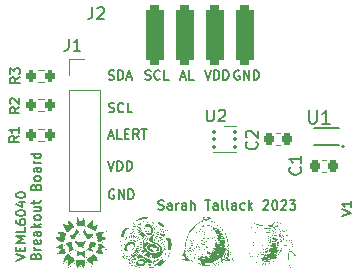
<source format=gbr>
%TF.GenerationSoftware,KiCad,Pcbnew,7.0.2*%
%TF.CreationDate,2023-08-30T08:46:49+02:00*%
%TF.ProjectId,LightSensor,4c696768-7453-4656-9e73-6f722e6b6963,rev?*%
%TF.SameCoordinates,Original*%
%TF.FileFunction,Legend,Top*%
%TF.FilePolarity,Positive*%
%FSLAX46Y46*%
G04 Gerber Fmt 4.6, Leading zero omitted, Abs format (unit mm)*
G04 Created by KiCad (PCBNEW 7.0.2) date 2023-08-30 08:46:49*
%MOMM*%
%LPD*%
G01*
G04 APERTURE LIST*
G04 Aperture macros list*
%AMRoundRect*
0 Rectangle with rounded corners*
0 $1 Rounding radius*
0 $2 $3 $4 $5 $6 $7 $8 $9 X,Y pos of 4 corners*
0 Add a 4 corners polygon primitive as box body*
4,1,4,$2,$3,$4,$5,$6,$7,$8,$9,$2,$3,0*
0 Add four circle primitives for the rounded corners*
1,1,$1+$1,$2,$3*
1,1,$1+$1,$4,$5*
1,1,$1+$1,$6,$7*
1,1,$1+$1,$8,$9*
0 Add four rect primitives between the rounded corners*
20,1,$1+$1,$2,$3,$4,$5,0*
20,1,$1+$1,$4,$5,$6,$7,0*
20,1,$1+$1,$6,$7,$8,$9,0*
20,1,$1+$1,$8,$9,$2,$3,0*%
G04 Aperture macros list end*
%ADD10C,0.150000*%
%ADD11C,0.152000*%
%ADD12C,0.120000*%
%ADD13C,0.180000*%
%ADD14R,1.700000X1.700000*%
%ADD15O,1.700000X1.700000*%
%ADD16R,1.000000X1.600000*%
%ADD17RoundRect,0.093750X-0.093750X-0.106250X0.093750X-0.106250X0.093750X0.106250X-0.093750X0.106250X0*%
%ADD18R,1.524000X5.000000*%
%ADD19RoundRect,0.381000X0.381000X-2.119000X0.381000X2.119000X-0.381000X2.119000X-0.381000X-2.119000X0*%
%ADD20RoundRect,0.200000X-0.200000X-0.275000X0.200000X-0.275000X0.200000X0.275000X-0.200000X0.275000X0*%
%ADD21O,0.900000X0.392000*%
%ADD22O,1.000000X0.392000*%
%ADD23RoundRect,0.225000X0.225000X0.250000X-0.225000X0.250000X-0.225000X-0.250000X0.225000X-0.250000X0*%
G04 APERTURE END LIST*
D10*
X215552380Y-111114000D02*
X215666666Y-111152095D01*
X215666666Y-111152095D02*
X215857142Y-111152095D01*
X215857142Y-111152095D02*
X215933333Y-111114000D01*
X215933333Y-111114000D02*
X215971428Y-111075904D01*
X215971428Y-111075904D02*
X216009523Y-110999714D01*
X216009523Y-110999714D02*
X216009523Y-110923523D01*
X216009523Y-110923523D02*
X215971428Y-110847333D01*
X215971428Y-110847333D02*
X215933333Y-110809238D01*
X215933333Y-110809238D02*
X215857142Y-110771142D01*
X215857142Y-110771142D02*
X215704761Y-110733047D01*
X215704761Y-110733047D02*
X215628571Y-110694952D01*
X215628571Y-110694952D02*
X215590476Y-110656857D01*
X215590476Y-110656857D02*
X215552380Y-110580666D01*
X215552380Y-110580666D02*
X215552380Y-110504476D01*
X215552380Y-110504476D02*
X215590476Y-110428285D01*
X215590476Y-110428285D02*
X215628571Y-110390190D01*
X215628571Y-110390190D02*
X215704761Y-110352095D01*
X215704761Y-110352095D02*
X215895238Y-110352095D01*
X215895238Y-110352095D02*
X216009523Y-110390190D01*
X216809524Y-111075904D02*
X216771428Y-111114000D01*
X216771428Y-111114000D02*
X216657143Y-111152095D01*
X216657143Y-111152095D02*
X216580952Y-111152095D01*
X216580952Y-111152095D02*
X216466666Y-111114000D01*
X216466666Y-111114000D02*
X216390476Y-111037809D01*
X216390476Y-111037809D02*
X216352381Y-110961619D01*
X216352381Y-110961619D02*
X216314285Y-110809238D01*
X216314285Y-110809238D02*
X216314285Y-110694952D01*
X216314285Y-110694952D02*
X216352381Y-110542571D01*
X216352381Y-110542571D02*
X216390476Y-110466380D01*
X216390476Y-110466380D02*
X216466666Y-110390190D01*
X216466666Y-110390190D02*
X216580952Y-110352095D01*
X216580952Y-110352095D02*
X216657143Y-110352095D01*
X216657143Y-110352095D02*
X216771428Y-110390190D01*
X216771428Y-110390190D02*
X216809524Y-110428285D01*
X217533333Y-111152095D02*
X217152381Y-111152095D01*
X217152381Y-111152095D02*
X217152381Y-110352095D01*
X226609523Y-107640190D02*
X226533333Y-107602095D01*
X226533333Y-107602095D02*
X226419047Y-107602095D01*
X226419047Y-107602095D02*
X226304761Y-107640190D01*
X226304761Y-107640190D02*
X226228571Y-107716380D01*
X226228571Y-107716380D02*
X226190476Y-107792571D01*
X226190476Y-107792571D02*
X226152380Y-107944952D01*
X226152380Y-107944952D02*
X226152380Y-108059238D01*
X226152380Y-108059238D02*
X226190476Y-108211619D01*
X226190476Y-108211619D02*
X226228571Y-108287809D01*
X226228571Y-108287809D02*
X226304761Y-108364000D01*
X226304761Y-108364000D02*
X226419047Y-108402095D01*
X226419047Y-108402095D02*
X226495238Y-108402095D01*
X226495238Y-108402095D02*
X226609523Y-108364000D01*
X226609523Y-108364000D02*
X226647619Y-108325904D01*
X226647619Y-108325904D02*
X226647619Y-108059238D01*
X226647619Y-108059238D02*
X226495238Y-108059238D01*
X226990476Y-108402095D02*
X226990476Y-107602095D01*
X226990476Y-107602095D02*
X227447619Y-108402095D01*
X227447619Y-108402095D02*
X227447619Y-107602095D01*
X227828571Y-108402095D02*
X227828571Y-107602095D01*
X227828571Y-107602095D02*
X228019047Y-107602095D01*
X228019047Y-107602095D02*
X228133333Y-107640190D01*
X228133333Y-107640190D02*
X228209523Y-107716380D01*
X228209523Y-107716380D02*
X228247618Y-107792571D01*
X228247618Y-107792571D02*
X228285714Y-107944952D01*
X228285714Y-107944952D02*
X228285714Y-108059238D01*
X228285714Y-108059238D02*
X228247618Y-108211619D01*
X228247618Y-108211619D02*
X228209523Y-108287809D01*
X228209523Y-108287809D02*
X228133333Y-108364000D01*
X228133333Y-108364000D02*
X228019047Y-108402095D01*
X228019047Y-108402095D02*
X227828571Y-108402095D01*
X223676190Y-107602095D02*
X223942857Y-108402095D01*
X223942857Y-108402095D02*
X224209523Y-107602095D01*
X224476190Y-108402095D02*
X224476190Y-107602095D01*
X224476190Y-107602095D02*
X224666666Y-107602095D01*
X224666666Y-107602095D02*
X224780952Y-107640190D01*
X224780952Y-107640190D02*
X224857142Y-107716380D01*
X224857142Y-107716380D02*
X224895237Y-107792571D01*
X224895237Y-107792571D02*
X224933333Y-107944952D01*
X224933333Y-107944952D02*
X224933333Y-108059238D01*
X224933333Y-108059238D02*
X224895237Y-108211619D01*
X224895237Y-108211619D02*
X224857142Y-108287809D01*
X224857142Y-108287809D02*
X224780952Y-108364000D01*
X224780952Y-108364000D02*
X224666666Y-108402095D01*
X224666666Y-108402095D02*
X224476190Y-108402095D01*
X225276190Y-108402095D02*
X225276190Y-107602095D01*
X225276190Y-107602095D02*
X225466666Y-107602095D01*
X225466666Y-107602095D02*
X225580952Y-107640190D01*
X225580952Y-107640190D02*
X225657142Y-107716380D01*
X225657142Y-107716380D02*
X225695237Y-107792571D01*
X225695237Y-107792571D02*
X225733333Y-107944952D01*
X225733333Y-107944952D02*
X225733333Y-108059238D01*
X225733333Y-108059238D02*
X225695237Y-108211619D01*
X225695237Y-108211619D02*
X225657142Y-108287809D01*
X225657142Y-108287809D02*
X225580952Y-108364000D01*
X225580952Y-108364000D02*
X225466666Y-108402095D01*
X225466666Y-108402095D02*
X225276190Y-108402095D01*
X215552380Y-108364000D02*
X215666666Y-108402095D01*
X215666666Y-108402095D02*
X215857142Y-108402095D01*
X215857142Y-108402095D02*
X215933333Y-108364000D01*
X215933333Y-108364000D02*
X215971428Y-108325904D01*
X215971428Y-108325904D02*
X216009523Y-108249714D01*
X216009523Y-108249714D02*
X216009523Y-108173523D01*
X216009523Y-108173523D02*
X215971428Y-108097333D01*
X215971428Y-108097333D02*
X215933333Y-108059238D01*
X215933333Y-108059238D02*
X215857142Y-108021142D01*
X215857142Y-108021142D02*
X215704761Y-107983047D01*
X215704761Y-107983047D02*
X215628571Y-107944952D01*
X215628571Y-107944952D02*
X215590476Y-107906857D01*
X215590476Y-107906857D02*
X215552380Y-107830666D01*
X215552380Y-107830666D02*
X215552380Y-107754476D01*
X215552380Y-107754476D02*
X215590476Y-107678285D01*
X215590476Y-107678285D02*
X215628571Y-107640190D01*
X215628571Y-107640190D02*
X215704761Y-107602095D01*
X215704761Y-107602095D02*
X215895238Y-107602095D01*
X215895238Y-107602095D02*
X216009523Y-107640190D01*
X216352381Y-108402095D02*
X216352381Y-107602095D01*
X216352381Y-107602095D02*
X216542857Y-107602095D01*
X216542857Y-107602095D02*
X216657143Y-107640190D01*
X216657143Y-107640190D02*
X216733333Y-107716380D01*
X216733333Y-107716380D02*
X216771428Y-107792571D01*
X216771428Y-107792571D02*
X216809524Y-107944952D01*
X216809524Y-107944952D02*
X216809524Y-108059238D01*
X216809524Y-108059238D02*
X216771428Y-108211619D01*
X216771428Y-108211619D02*
X216733333Y-108287809D01*
X216733333Y-108287809D02*
X216657143Y-108364000D01*
X216657143Y-108364000D02*
X216542857Y-108402095D01*
X216542857Y-108402095D02*
X216352381Y-108402095D01*
X217114285Y-108173523D02*
X217495238Y-108173523D01*
X217038095Y-108402095D02*
X217304762Y-107602095D01*
X217304762Y-107602095D02*
X217571428Y-108402095D01*
X218652380Y-108364000D02*
X218766666Y-108402095D01*
X218766666Y-108402095D02*
X218957142Y-108402095D01*
X218957142Y-108402095D02*
X219033333Y-108364000D01*
X219033333Y-108364000D02*
X219071428Y-108325904D01*
X219071428Y-108325904D02*
X219109523Y-108249714D01*
X219109523Y-108249714D02*
X219109523Y-108173523D01*
X219109523Y-108173523D02*
X219071428Y-108097333D01*
X219071428Y-108097333D02*
X219033333Y-108059238D01*
X219033333Y-108059238D02*
X218957142Y-108021142D01*
X218957142Y-108021142D02*
X218804761Y-107983047D01*
X218804761Y-107983047D02*
X218728571Y-107944952D01*
X218728571Y-107944952D02*
X218690476Y-107906857D01*
X218690476Y-107906857D02*
X218652380Y-107830666D01*
X218652380Y-107830666D02*
X218652380Y-107754476D01*
X218652380Y-107754476D02*
X218690476Y-107678285D01*
X218690476Y-107678285D02*
X218728571Y-107640190D01*
X218728571Y-107640190D02*
X218804761Y-107602095D01*
X218804761Y-107602095D02*
X218995238Y-107602095D01*
X218995238Y-107602095D02*
X219109523Y-107640190D01*
X219909524Y-108325904D02*
X219871428Y-108364000D01*
X219871428Y-108364000D02*
X219757143Y-108402095D01*
X219757143Y-108402095D02*
X219680952Y-108402095D01*
X219680952Y-108402095D02*
X219566666Y-108364000D01*
X219566666Y-108364000D02*
X219490476Y-108287809D01*
X219490476Y-108287809D02*
X219452381Y-108211619D01*
X219452381Y-108211619D02*
X219414285Y-108059238D01*
X219414285Y-108059238D02*
X219414285Y-107944952D01*
X219414285Y-107944952D02*
X219452381Y-107792571D01*
X219452381Y-107792571D02*
X219490476Y-107716380D01*
X219490476Y-107716380D02*
X219566666Y-107640190D01*
X219566666Y-107640190D02*
X219680952Y-107602095D01*
X219680952Y-107602095D02*
X219757143Y-107602095D01*
X219757143Y-107602095D02*
X219871428Y-107640190D01*
X219871428Y-107640190D02*
X219909524Y-107678285D01*
X220633333Y-108402095D02*
X220252381Y-108402095D01*
X220252381Y-108402095D02*
X220252381Y-107602095D01*
X221652380Y-108173523D02*
X222033333Y-108173523D01*
X221576190Y-108402095D02*
X221842857Y-107602095D01*
X221842857Y-107602095D02*
X222109523Y-108402095D01*
X222757142Y-108402095D02*
X222376190Y-108402095D01*
X222376190Y-108402095D02*
X222376190Y-107602095D01*
X215552380Y-113173523D02*
X215933333Y-113173523D01*
X215476190Y-113402095D02*
X215742857Y-112602095D01*
X215742857Y-112602095D02*
X216009523Y-113402095D01*
X216657142Y-113402095D02*
X216276190Y-113402095D01*
X216276190Y-113402095D02*
X216276190Y-112602095D01*
X216923809Y-112983047D02*
X217190475Y-112983047D01*
X217304761Y-113402095D02*
X216923809Y-113402095D01*
X216923809Y-113402095D02*
X216923809Y-112602095D01*
X216923809Y-112602095D02*
X217304761Y-112602095D01*
X218104762Y-113402095D02*
X217838095Y-113021142D01*
X217647619Y-113402095D02*
X217647619Y-112602095D01*
X217647619Y-112602095D02*
X217952381Y-112602095D01*
X217952381Y-112602095D02*
X218028571Y-112640190D01*
X218028571Y-112640190D02*
X218066666Y-112678285D01*
X218066666Y-112678285D02*
X218104762Y-112754476D01*
X218104762Y-112754476D02*
X218104762Y-112868761D01*
X218104762Y-112868761D02*
X218066666Y-112944952D01*
X218066666Y-112944952D02*
X218028571Y-112983047D01*
X218028571Y-112983047D02*
X217952381Y-113021142D01*
X217952381Y-113021142D02*
X217647619Y-113021142D01*
X218333333Y-112602095D02*
X218790476Y-112602095D01*
X218561904Y-113402095D02*
X218561904Y-112602095D01*
X215476190Y-115302095D02*
X215742857Y-116102095D01*
X215742857Y-116102095D02*
X216009523Y-115302095D01*
X216276190Y-116102095D02*
X216276190Y-115302095D01*
X216276190Y-115302095D02*
X216466666Y-115302095D01*
X216466666Y-115302095D02*
X216580952Y-115340190D01*
X216580952Y-115340190D02*
X216657142Y-115416380D01*
X216657142Y-115416380D02*
X216695237Y-115492571D01*
X216695237Y-115492571D02*
X216733333Y-115644952D01*
X216733333Y-115644952D02*
X216733333Y-115759238D01*
X216733333Y-115759238D02*
X216695237Y-115911619D01*
X216695237Y-115911619D02*
X216657142Y-115987809D01*
X216657142Y-115987809D02*
X216580952Y-116064000D01*
X216580952Y-116064000D02*
X216466666Y-116102095D01*
X216466666Y-116102095D02*
X216276190Y-116102095D01*
X217076190Y-116102095D02*
X217076190Y-115302095D01*
X217076190Y-115302095D02*
X217266666Y-115302095D01*
X217266666Y-115302095D02*
X217380952Y-115340190D01*
X217380952Y-115340190D02*
X217457142Y-115416380D01*
X217457142Y-115416380D02*
X217495237Y-115492571D01*
X217495237Y-115492571D02*
X217533333Y-115644952D01*
X217533333Y-115644952D02*
X217533333Y-115759238D01*
X217533333Y-115759238D02*
X217495237Y-115911619D01*
X217495237Y-115911619D02*
X217457142Y-115987809D01*
X217457142Y-115987809D02*
X217380952Y-116064000D01*
X217380952Y-116064000D02*
X217266666Y-116102095D01*
X217266666Y-116102095D02*
X217076190Y-116102095D01*
X207706095Y-123723809D02*
X208506095Y-123457142D01*
X208506095Y-123457142D02*
X207706095Y-123190476D01*
X208087047Y-122923809D02*
X208087047Y-122657143D01*
X208506095Y-122542857D02*
X208506095Y-122923809D01*
X208506095Y-122923809D02*
X207706095Y-122923809D01*
X207706095Y-122923809D02*
X207706095Y-122542857D01*
X208506095Y-122199999D02*
X207706095Y-122199999D01*
X207706095Y-122199999D02*
X208277523Y-121933333D01*
X208277523Y-121933333D02*
X207706095Y-121666666D01*
X207706095Y-121666666D02*
X208506095Y-121666666D01*
X208506095Y-120904761D02*
X208506095Y-121285713D01*
X208506095Y-121285713D02*
X207706095Y-121285713D01*
X207706095Y-120295237D02*
X207706095Y-120447618D01*
X207706095Y-120447618D02*
X207744190Y-120523809D01*
X207744190Y-120523809D02*
X207782285Y-120561904D01*
X207782285Y-120561904D02*
X207896571Y-120638094D01*
X207896571Y-120638094D02*
X208048952Y-120676190D01*
X208048952Y-120676190D02*
X208353714Y-120676190D01*
X208353714Y-120676190D02*
X208429904Y-120638094D01*
X208429904Y-120638094D02*
X208468000Y-120599999D01*
X208468000Y-120599999D02*
X208506095Y-120523809D01*
X208506095Y-120523809D02*
X208506095Y-120371428D01*
X208506095Y-120371428D02*
X208468000Y-120295237D01*
X208468000Y-120295237D02*
X208429904Y-120257142D01*
X208429904Y-120257142D02*
X208353714Y-120219047D01*
X208353714Y-120219047D02*
X208163238Y-120219047D01*
X208163238Y-120219047D02*
X208087047Y-120257142D01*
X208087047Y-120257142D02*
X208048952Y-120295237D01*
X208048952Y-120295237D02*
X208010857Y-120371428D01*
X208010857Y-120371428D02*
X208010857Y-120523809D01*
X208010857Y-120523809D02*
X208048952Y-120599999D01*
X208048952Y-120599999D02*
X208087047Y-120638094D01*
X208087047Y-120638094D02*
X208163238Y-120676190D01*
X207706095Y-119723808D02*
X207706095Y-119647618D01*
X207706095Y-119647618D02*
X207744190Y-119571427D01*
X207744190Y-119571427D02*
X207782285Y-119533332D01*
X207782285Y-119533332D02*
X207858476Y-119495237D01*
X207858476Y-119495237D02*
X208010857Y-119457142D01*
X208010857Y-119457142D02*
X208201333Y-119457142D01*
X208201333Y-119457142D02*
X208353714Y-119495237D01*
X208353714Y-119495237D02*
X208429904Y-119533332D01*
X208429904Y-119533332D02*
X208468000Y-119571427D01*
X208468000Y-119571427D02*
X208506095Y-119647618D01*
X208506095Y-119647618D02*
X208506095Y-119723808D01*
X208506095Y-119723808D02*
X208468000Y-119799999D01*
X208468000Y-119799999D02*
X208429904Y-119838094D01*
X208429904Y-119838094D02*
X208353714Y-119876189D01*
X208353714Y-119876189D02*
X208201333Y-119914285D01*
X208201333Y-119914285D02*
X208010857Y-119914285D01*
X208010857Y-119914285D02*
X207858476Y-119876189D01*
X207858476Y-119876189D02*
X207782285Y-119838094D01*
X207782285Y-119838094D02*
X207744190Y-119799999D01*
X207744190Y-119799999D02*
X207706095Y-119723808D01*
X207972761Y-118771427D02*
X208506095Y-118771427D01*
X207668000Y-118961903D02*
X208239428Y-119152380D01*
X208239428Y-119152380D02*
X208239428Y-118657141D01*
X207706095Y-118199998D02*
X207706095Y-118123808D01*
X207706095Y-118123808D02*
X207744190Y-118047617D01*
X207744190Y-118047617D02*
X207782285Y-118009522D01*
X207782285Y-118009522D02*
X207858476Y-117971427D01*
X207858476Y-117971427D02*
X208010857Y-117933332D01*
X208010857Y-117933332D02*
X208201333Y-117933332D01*
X208201333Y-117933332D02*
X208353714Y-117971427D01*
X208353714Y-117971427D02*
X208429904Y-118009522D01*
X208429904Y-118009522D02*
X208468000Y-118047617D01*
X208468000Y-118047617D02*
X208506095Y-118123808D01*
X208506095Y-118123808D02*
X208506095Y-118199998D01*
X208506095Y-118199998D02*
X208468000Y-118276189D01*
X208468000Y-118276189D02*
X208429904Y-118314284D01*
X208429904Y-118314284D02*
X208353714Y-118352379D01*
X208353714Y-118352379D02*
X208201333Y-118390475D01*
X208201333Y-118390475D02*
X208010857Y-118390475D01*
X208010857Y-118390475D02*
X207858476Y-118352379D01*
X207858476Y-118352379D02*
X207782285Y-118314284D01*
X207782285Y-118314284D02*
X207744190Y-118276189D01*
X207744190Y-118276189D02*
X207706095Y-118199998D01*
X209383047Y-123342857D02*
X209421142Y-123228571D01*
X209421142Y-123228571D02*
X209459238Y-123190476D01*
X209459238Y-123190476D02*
X209535428Y-123152380D01*
X209535428Y-123152380D02*
X209649714Y-123152380D01*
X209649714Y-123152380D02*
X209725904Y-123190476D01*
X209725904Y-123190476D02*
X209764000Y-123228571D01*
X209764000Y-123228571D02*
X209802095Y-123304761D01*
X209802095Y-123304761D02*
X209802095Y-123609523D01*
X209802095Y-123609523D02*
X209002095Y-123609523D01*
X209002095Y-123609523D02*
X209002095Y-123342857D01*
X209002095Y-123342857D02*
X209040190Y-123266666D01*
X209040190Y-123266666D02*
X209078285Y-123228571D01*
X209078285Y-123228571D02*
X209154476Y-123190476D01*
X209154476Y-123190476D02*
X209230666Y-123190476D01*
X209230666Y-123190476D02*
X209306857Y-123228571D01*
X209306857Y-123228571D02*
X209344952Y-123266666D01*
X209344952Y-123266666D02*
X209383047Y-123342857D01*
X209383047Y-123342857D02*
X209383047Y-123609523D01*
X209802095Y-122809523D02*
X209268761Y-122809523D01*
X209421142Y-122809523D02*
X209344952Y-122771428D01*
X209344952Y-122771428D02*
X209306857Y-122733333D01*
X209306857Y-122733333D02*
X209268761Y-122657142D01*
X209268761Y-122657142D02*
X209268761Y-122580952D01*
X209764000Y-122009523D02*
X209802095Y-122085714D01*
X209802095Y-122085714D02*
X209802095Y-122238095D01*
X209802095Y-122238095D02*
X209764000Y-122314285D01*
X209764000Y-122314285D02*
X209687809Y-122352381D01*
X209687809Y-122352381D02*
X209383047Y-122352381D01*
X209383047Y-122352381D02*
X209306857Y-122314285D01*
X209306857Y-122314285D02*
X209268761Y-122238095D01*
X209268761Y-122238095D02*
X209268761Y-122085714D01*
X209268761Y-122085714D02*
X209306857Y-122009523D01*
X209306857Y-122009523D02*
X209383047Y-121971428D01*
X209383047Y-121971428D02*
X209459238Y-121971428D01*
X209459238Y-121971428D02*
X209535428Y-122352381D01*
X209802095Y-121285714D02*
X209383047Y-121285714D01*
X209383047Y-121285714D02*
X209306857Y-121323809D01*
X209306857Y-121323809D02*
X209268761Y-121400000D01*
X209268761Y-121400000D02*
X209268761Y-121552381D01*
X209268761Y-121552381D02*
X209306857Y-121628571D01*
X209764000Y-121285714D02*
X209802095Y-121361905D01*
X209802095Y-121361905D02*
X209802095Y-121552381D01*
X209802095Y-121552381D02*
X209764000Y-121628571D01*
X209764000Y-121628571D02*
X209687809Y-121666667D01*
X209687809Y-121666667D02*
X209611619Y-121666667D01*
X209611619Y-121666667D02*
X209535428Y-121628571D01*
X209535428Y-121628571D02*
X209497333Y-121552381D01*
X209497333Y-121552381D02*
X209497333Y-121361905D01*
X209497333Y-121361905D02*
X209459238Y-121285714D01*
X209802095Y-120904761D02*
X209002095Y-120904761D01*
X209497333Y-120828571D02*
X209802095Y-120599999D01*
X209268761Y-120599999D02*
X209573523Y-120904761D01*
X209802095Y-120142857D02*
X209764000Y-120219047D01*
X209764000Y-120219047D02*
X209725904Y-120257142D01*
X209725904Y-120257142D02*
X209649714Y-120295238D01*
X209649714Y-120295238D02*
X209421142Y-120295238D01*
X209421142Y-120295238D02*
X209344952Y-120257142D01*
X209344952Y-120257142D02*
X209306857Y-120219047D01*
X209306857Y-120219047D02*
X209268761Y-120142857D01*
X209268761Y-120142857D02*
X209268761Y-120028571D01*
X209268761Y-120028571D02*
X209306857Y-119952380D01*
X209306857Y-119952380D02*
X209344952Y-119914285D01*
X209344952Y-119914285D02*
X209421142Y-119876190D01*
X209421142Y-119876190D02*
X209649714Y-119876190D01*
X209649714Y-119876190D02*
X209725904Y-119914285D01*
X209725904Y-119914285D02*
X209764000Y-119952380D01*
X209764000Y-119952380D02*
X209802095Y-120028571D01*
X209802095Y-120028571D02*
X209802095Y-120142857D01*
X209268761Y-119190475D02*
X209802095Y-119190475D01*
X209268761Y-119533332D02*
X209687809Y-119533332D01*
X209687809Y-119533332D02*
X209764000Y-119495237D01*
X209764000Y-119495237D02*
X209802095Y-119419047D01*
X209802095Y-119419047D02*
X209802095Y-119304761D01*
X209802095Y-119304761D02*
X209764000Y-119228570D01*
X209764000Y-119228570D02*
X209725904Y-119190475D01*
X209268761Y-118923808D02*
X209268761Y-118619046D01*
X209002095Y-118809522D02*
X209687809Y-118809522D01*
X209687809Y-118809522D02*
X209764000Y-118771427D01*
X209764000Y-118771427D02*
X209802095Y-118695237D01*
X209802095Y-118695237D02*
X209802095Y-118619046D01*
X209383047Y-117476189D02*
X209421142Y-117361903D01*
X209421142Y-117361903D02*
X209459238Y-117323808D01*
X209459238Y-117323808D02*
X209535428Y-117285712D01*
X209535428Y-117285712D02*
X209649714Y-117285712D01*
X209649714Y-117285712D02*
X209725904Y-117323808D01*
X209725904Y-117323808D02*
X209764000Y-117361903D01*
X209764000Y-117361903D02*
X209802095Y-117438093D01*
X209802095Y-117438093D02*
X209802095Y-117742855D01*
X209802095Y-117742855D02*
X209002095Y-117742855D01*
X209002095Y-117742855D02*
X209002095Y-117476189D01*
X209002095Y-117476189D02*
X209040190Y-117399998D01*
X209040190Y-117399998D02*
X209078285Y-117361903D01*
X209078285Y-117361903D02*
X209154476Y-117323808D01*
X209154476Y-117323808D02*
X209230666Y-117323808D01*
X209230666Y-117323808D02*
X209306857Y-117361903D01*
X209306857Y-117361903D02*
X209344952Y-117399998D01*
X209344952Y-117399998D02*
X209383047Y-117476189D01*
X209383047Y-117476189D02*
X209383047Y-117742855D01*
X209802095Y-116828570D02*
X209764000Y-116904760D01*
X209764000Y-116904760D02*
X209725904Y-116942855D01*
X209725904Y-116942855D02*
X209649714Y-116980951D01*
X209649714Y-116980951D02*
X209421142Y-116980951D01*
X209421142Y-116980951D02*
X209344952Y-116942855D01*
X209344952Y-116942855D02*
X209306857Y-116904760D01*
X209306857Y-116904760D02*
X209268761Y-116828570D01*
X209268761Y-116828570D02*
X209268761Y-116714284D01*
X209268761Y-116714284D02*
X209306857Y-116638093D01*
X209306857Y-116638093D02*
X209344952Y-116599998D01*
X209344952Y-116599998D02*
X209421142Y-116561903D01*
X209421142Y-116561903D02*
X209649714Y-116561903D01*
X209649714Y-116561903D02*
X209725904Y-116599998D01*
X209725904Y-116599998D02*
X209764000Y-116638093D01*
X209764000Y-116638093D02*
X209802095Y-116714284D01*
X209802095Y-116714284D02*
X209802095Y-116828570D01*
X209802095Y-115876188D02*
X209383047Y-115876188D01*
X209383047Y-115876188D02*
X209306857Y-115914283D01*
X209306857Y-115914283D02*
X209268761Y-115990474D01*
X209268761Y-115990474D02*
X209268761Y-116142855D01*
X209268761Y-116142855D02*
X209306857Y-116219045D01*
X209764000Y-115876188D02*
X209802095Y-115952379D01*
X209802095Y-115952379D02*
X209802095Y-116142855D01*
X209802095Y-116142855D02*
X209764000Y-116219045D01*
X209764000Y-116219045D02*
X209687809Y-116257141D01*
X209687809Y-116257141D02*
X209611619Y-116257141D01*
X209611619Y-116257141D02*
X209535428Y-116219045D01*
X209535428Y-116219045D02*
X209497333Y-116142855D01*
X209497333Y-116142855D02*
X209497333Y-115952379D01*
X209497333Y-115952379D02*
X209459238Y-115876188D01*
X209802095Y-115495235D02*
X209268761Y-115495235D01*
X209421142Y-115495235D02*
X209344952Y-115457140D01*
X209344952Y-115457140D02*
X209306857Y-115419045D01*
X209306857Y-115419045D02*
X209268761Y-115342854D01*
X209268761Y-115342854D02*
X209268761Y-115266664D01*
X209802095Y-114657140D02*
X209002095Y-114657140D01*
X209764000Y-114657140D02*
X209802095Y-114733331D01*
X209802095Y-114733331D02*
X209802095Y-114885712D01*
X209802095Y-114885712D02*
X209764000Y-114961902D01*
X209764000Y-114961902D02*
X209725904Y-114999997D01*
X209725904Y-114999997D02*
X209649714Y-115038093D01*
X209649714Y-115038093D02*
X209421142Y-115038093D01*
X209421142Y-115038093D02*
X209344952Y-114999997D01*
X209344952Y-114999997D02*
X209306857Y-114961902D01*
X209306857Y-114961902D02*
X209268761Y-114885712D01*
X209268761Y-114885712D02*
X209268761Y-114733331D01*
X209268761Y-114733331D02*
X209306857Y-114657140D01*
X235302095Y-119923809D02*
X236102095Y-119657142D01*
X236102095Y-119657142D02*
X235302095Y-119390476D01*
X236102095Y-118704762D02*
X236102095Y-119161905D01*
X236102095Y-118933333D02*
X235302095Y-118933333D01*
X235302095Y-118933333D02*
X235416380Y-119009524D01*
X235416380Y-119009524D02*
X235492571Y-119085714D01*
X235492571Y-119085714D02*
X235530666Y-119161905D01*
X216009523Y-117740190D02*
X215933333Y-117702095D01*
X215933333Y-117702095D02*
X215819047Y-117702095D01*
X215819047Y-117702095D02*
X215704761Y-117740190D01*
X215704761Y-117740190D02*
X215628571Y-117816380D01*
X215628571Y-117816380D02*
X215590476Y-117892571D01*
X215590476Y-117892571D02*
X215552380Y-118044952D01*
X215552380Y-118044952D02*
X215552380Y-118159238D01*
X215552380Y-118159238D02*
X215590476Y-118311619D01*
X215590476Y-118311619D02*
X215628571Y-118387809D01*
X215628571Y-118387809D02*
X215704761Y-118464000D01*
X215704761Y-118464000D02*
X215819047Y-118502095D01*
X215819047Y-118502095D02*
X215895238Y-118502095D01*
X215895238Y-118502095D02*
X216009523Y-118464000D01*
X216009523Y-118464000D02*
X216047619Y-118425904D01*
X216047619Y-118425904D02*
X216047619Y-118159238D01*
X216047619Y-118159238D02*
X215895238Y-118159238D01*
X216390476Y-118502095D02*
X216390476Y-117702095D01*
X216390476Y-117702095D02*
X216847619Y-118502095D01*
X216847619Y-118502095D02*
X216847619Y-117702095D01*
X217228571Y-118502095D02*
X217228571Y-117702095D01*
X217228571Y-117702095D02*
X217419047Y-117702095D01*
X217419047Y-117702095D02*
X217533333Y-117740190D01*
X217533333Y-117740190D02*
X217609523Y-117816380D01*
X217609523Y-117816380D02*
X217647618Y-117892571D01*
X217647618Y-117892571D02*
X217685714Y-118044952D01*
X217685714Y-118044952D02*
X217685714Y-118159238D01*
X217685714Y-118159238D02*
X217647618Y-118311619D01*
X217647618Y-118311619D02*
X217609523Y-118387809D01*
X217609523Y-118387809D02*
X217533333Y-118464000D01*
X217533333Y-118464000D02*
X217419047Y-118502095D01*
X217419047Y-118502095D02*
X217228571Y-118502095D01*
X219752380Y-119364000D02*
X219866666Y-119402095D01*
X219866666Y-119402095D02*
X220057142Y-119402095D01*
X220057142Y-119402095D02*
X220133333Y-119364000D01*
X220133333Y-119364000D02*
X220171428Y-119325904D01*
X220171428Y-119325904D02*
X220209523Y-119249714D01*
X220209523Y-119249714D02*
X220209523Y-119173523D01*
X220209523Y-119173523D02*
X220171428Y-119097333D01*
X220171428Y-119097333D02*
X220133333Y-119059238D01*
X220133333Y-119059238D02*
X220057142Y-119021142D01*
X220057142Y-119021142D02*
X219904761Y-118983047D01*
X219904761Y-118983047D02*
X219828571Y-118944952D01*
X219828571Y-118944952D02*
X219790476Y-118906857D01*
X219790476Y-118906857D02*
X219752380Y-118830666D01*
X219752380Y-118830666D02*
X219752380Y-118754476D01*
X219752380Y-118754476D02*
X219790476Y-118678285D01*
X219790476Y-118678285D02*
X219828571Y-118640190D01*
X219828571Y-118640190D02*
X219904761Y-118602095D01*
X219904761Y-118602095D02*
X220095238Y-118602095D01*
X220095238Y-118602095D02*
X220209523Y-118640190D01*
X220895238Y-119402095D02*
X220895238Y-118983047D01*
X220895238Y-118983047D02*
X220857143Y-118906857D01*
X220857143Y-118906857D02*
X220780952Y-118868761D01*
X220780952Y-118868761D02*
X220628571Y-118868761D01*
X220628571Y-118868761D02*
X220552381Y-118906857D01*
X220895238Y-119364000D02*
X220819047Y-119402095D01*
X220819047Y-119402095D02*
X220628571Y-119402095D01*
X220628571Y-119402095D02*
X220552381Y-119364000D01*
X220552381Y-119364000D02*
X220514285Y-119287809D01*
X220514285Y-119287809D02*
X220514285Y-119211619D01*
X220514285Y-119211619D02*
X220552381Y-119135428D01*
X220552381Y-119135428D02*
X220628571Y-119097333D01*
X220628571Y-119097333D02*
X220819047Y-119097333D01*
X220819047Y-119097333D02*
X220895238Y-119059238D01*
X221276191Y-119402095D02*
X221276191Y-118868761D01*
X221276191Y-119021142D02*
X221314286Y-118944952D01*
X221314286Y-118944952D02*
X221352381Y-118906857D01*
X221352381Y-118906857D02*
X221428572Y-118868761D01*
X221428572Y-118868761D02*
X221504762Y-118868761D01*
X222114286Y-119402095D02*
X222114286Y-118983047D01*
X222114286Y-118983047D02*
X222076191Y-118906857D01*
X222076191Y-118906857D02*
X222000000Y-118868761D01*
X222000000Y-118868761D02*
X221847619Y-118868761D01*
X221847619Y-118868761D02*
X221771429Y-118906857D01*
X222114286Y-119364000D02*
X222038095Y-119402095D01*
X222038095Y-119402095D02*
X221847619Y-119402095D01*
X221847619Y-119402095D02*
X221771429Y-119364000D01*
X221771429Y-119364000D02*
X221733333Y-119287809D01*
X221733333Y-119287809D02*
X221733333Y-119211619D01*
X221733333Y-119211619D02*
X221771429Y-119135428D01*
X221771429Y-119135428D02*
X221847619Y-119097333D01*
X221847619Y-119097333D02*
X222038095Y-119097333D01*
X222038095Y-119097333D02*
X222114286Y-119059238D01*
X222495239Y-119402095D02*
X222495239Y-118602095D01*
X222838096Y-119402095D02*
X222838096Y-118983047D01*
X222838096Y-118983047D02*
X222800001Y-118906857D01*
X222800001Y-118906857D02*
X222723810Y-118868761D01*
X222723810Y-118868761D02*
X222609524Y-118868761D01*
X222609524Y-118868761D02*
X222533334Y-118906857D01*
X222533334Y-118906857D02*
X222495239Y-118944952D01*
X223714287Y-118602095D02*
X224171430Y-118602095D01*
X223942858Y-119402095D02*
X223942858Y-118602095D01*
X224780954Y-119402095D02*
X224780954Y-118983047D01*
X224780954Y-118983047D02*
X224742859Y-118906857D01*
X224742859Y-118906857D02*
X224666668Y-118868761D01*
X224666668Y-118868761D02*
X224514287Y-118868761D01*
X224514287Y-118868761D02*
X224438097Y-118906857D01*
X224780954Y-119364000D02*
X224704763Y-119402095D01*
X224704763Y-119402095D02*
X224514287Y-119402095D01*
X224514287Y-119402095D02*
X224438097Y-119364000D01*
X224438097Y-119364000D02*
X224400001Y-119287809D01*
X224400001Y-119287809D02*
X224400001Y-119211619D01*
X224400001Y-119211619D02*
X224438097Y-119135428D01*
X224438097Y-119135428D02*
X224514287Y-119097333D01*
X224514287Y-119097333D02*
X224704763Y-119097333D01*
X224704763Y-119097333D02*
X224780954Y-119059238D01*
X225276192Y-119402095D02*
X225200002Y-119364000D01*
X225200002Y-119364000D02*
X225161907Y-119287809D01*
X225161907Y-119287809D02*
X225161907Y-118602095D01*
X225695240Y-119402095D02*
X225619050Y-119364000D01*
X225619050Y-119364000D02*
X225580955Y-119287809D01*
X225580955Y-119287809D02*
X225580955Y-118602095D01*
X226342860Y-119402095D02*
X226342860Y-118983047D01*
X226342860Y-118983047D02*
X226304765Y-118906857D01*
X226304765Y-118906857D02*
X226228574Y-118868761D01*
X226228574Y-118868761D02*
X226076193Y-118868761D01*
X226076193Y-118868761D02*
X226000003Y-118906857D01*
X226342860Y-119364000D02*
X226266669Y-119402095D01*
X226266669Y-119402095D02*
X226076193Y-119402095D01*
X226076193Y-119402095D02*
X226000003Y-119364000D01*
X226000003Y-119364000D02*
X225961907Y-119287809D01*
X225961907Y-119287809D02*
X225961907Y-119211619D01*
X225961907Y-119211619D02*
X226000003Y-119135428D01*
X226000003Y-119135428D02*
X226076193Y-119097333D01*
X226076193Y-119097333D02*
X226266669Y-119097333D01*
X226266669Y-119097333D02*
X226342860Y-119059238D01*
X227066670Y-119364000D02*
X226990479Y-119402095D01*
X226990479Y-119402095D02*
X226838098Y-119402095D01*
X226838098Y-119402095D02*
X226761908Y-119364000D01*
X226761908Y-119364000D02*
X226723813Y-119325904D01*
X226723813Y-119325904D02*
X226685717Y-119249714D01*
X226685717Y-119249714D02*
X226685717Y-119021142D01*
X226685717Y-119021142D02*
X226723813Y-118944952D01*
X226723813Y-118944952D02*
X226761908Y-118906857D01*
X226761908Y-118906857D02*
X226838098Y-118868761D01*
X226838098Y-118868761D02*
X226990479Y-118868761D01*
X226990479Y-118868761D02*
X227066670Y-118906857D01*
X227409527Y-119402095D02*
X227409527Y-118602095D01*
X227485717Y-119097333D02*
X227714289Y-119402095D01*
X227714289Y-118868761D02*
X227409527Y-119173523D01*
X228628574Y-118678285D02*
X228666670Y-118640190D01*
X228666670Y-118640190D02*
X228742860Y-118602095D01*
X228742860Y-118602095D02*
X228933336Y-118602095D01*
X228933336Y-118602095D02*
X229009527Y-118640190D01*
X229009527Y-118640190D02*
X229047622Y-118678285D01*
X229047622Y-118678285D02*
X229085717Y-118754476D01*
X229085717Y-118754476D02*
X229085717Y-118830666D01*
X229085717Y-118830666D02*
X229047622Y-118944952D01*
X229047622Y-118944952D02*
X228590479Y-119402095D01*
X228590479Y-119402095D02*
X229085717Y-119402095D01*
X229580956Y-118602095D02*
X229657146Y-118602095D01*
X229657146Y-118602095D02*
X229733337Y-118640190D01*
X229733337Y-118640190D02*
X229771432Y-118678285D01*
X229771432Y-118678285D02*
X229809527Y-118754476D01*
X229809527Y-118754476D02*
X229847622Y-118906857D01*
X229847622Y-118906857D02*
X229847622Y-119097333D01*
X229847622Y-119097333D02*
X229809527Y-119249714D01*
X229809527Y-119249714D02*
X229771432Y-119325904D01*
X229771432Y-119325904D02*
X229733337Y-119364000D01*
X229733337Y-119364000D02*
X229657146Y-119402095D01*
X229657146Y-119402095D02*
X229580956Y-119402095D01*
X229580956Y-119402095D02*
X229504765Y-119364000D01*
X229504765Y-119364000D02*
X229466670Y-119325904D01*
X229466670Y-119325904D02*
X229428575Y-119249714D01*
X229428575Y-119249714D02*
X229390479Y-119097333D01*
X229390479Y-119097333D02*
X229390479Y-118906857D01*
X229390479Y-118906857D02*
X229428575Y-118754476D01*
X229428575Y-118754476D02*
X229466670Y-118678285D01*
X229466670Y-118678285D02*
X229504765Y-118640190D01*
X229504765Y-118640190D02*
X229580956Y-118602095D01*
X230152384Y-118678285D02*
X230190480Y-118640190D01*
X230190480Y-118640190D02*
X230266670Y-118602095D01*
X230266670Y-118602095D02*
X230457146Y-118602095D01*
X230457146Y-118602095D02*
X230533337Y-118640190D01*
X230533337Y-118640190D02*
X230571432Y-118678285D01*
X230571432Y-118678285D02*
X230609527Y-118754476D01*
X230609527Y-118754476D02*
X230609527Y-118830666D01*
X230609527Y-118830666D02*
X230571432Y-118944952D01*
X230571432Y-118944952D02*
X230114289Y-119402095D01*
X230114289Y-119402095D02*
X230609527Y-119402095D01*
X230876194Y-118602095D02*
X231371432Y-118602095D01*
X231371432Y-118602095D02*
X231104766Y-118906857D01*
X231104766Y-118906857D02*
X231219051Y-118906857D01*
X231219051Y-118906857D02*
X231295242Y-118944952D01*
X231295242Y-118944952D02*
X231333337Y-118983047D01*
X231333337Y-118983047D02*
X231371432Y-119059238D01*
X231371432Y-119059238D02*
X231371432Y-119249714D01*
X231371432Y-119249714D02*
X231333337Y-119325904D01*
X231333337Y-119325904D02*
X231295242Y-119364000D01*
X231295242Y-119364000D02*
X231219051Y-119402095D01*
X231219051Y-119402095D02*
X230990480Y-119402095D01*
X230990480Y-119402095D02*
X230914289Y-119364000D01*
X230914289Y-119364000D02*
X230876194Y-119325904D01*
%TO.C,J1*%
X212166666Y-104962619D02*
X212166666Y-105676904D01*
X212166666Y-105676904D02*
X212119047Y-105819761D01*
X212119047Y-105819761D02*
X212023809Y-105915000D01*
X212023809Y-105915000D02*
X211880952Y-105962619D01*
X211880952Y-105962619D02*
X211785714Y-105962619D01*
X213166666Y-105962619D02*
X212595238Y-105962619D01*
X212880952Y-105962619D02*
X212880952Y-104962619D01*
X212880952Y-104962619D02*
X212785714Y-105105476D01*
X212785714Y-105105476D02*
X212690476Y-105200714D01*
X212690476Y-105200714D02*
X212595238Y-105248333D01*
%TO.C,U2*%
X223863095Y-110937619D02*
X223863095Y-111747142D01*
X223863095Y-111747142D02*
X223910714Y-111842380D01*
X223910714Y-111842380D02*
X223958333Y-111890000D01*
X223958333Y-111890000D02*
X224053571Y-111937619D01*
X224053571Y-111937619D02*
X224244047Y-111937619D01*
X224244047Y-111937619D02*
X224339285Y-111890000D01*
X224339285Y-111890000D02*
X224386904Y-111842380D01*
X224386904Y-111842380D02*
X224434523Y-111747142D01*
X224434523Y-111747142D02*
X224434523Y-110937619D01*
X224863095Y-111032857D02*
X224910714Y-110985238D01*
X224910714Y-110985238D02*
X225005952Y-110937619D01*
X225005952Y-110937619D02*
X225244047Y-110937619D01*
X225244047Y-110937619D02*
X225339285Y-110985238D01*
X225339285Y-110985238D02*
X225386904Y-111032857D01*
X225386904Y-111032857D02*
X225434523Y-111128095D01*
X225434523Y-111128095D02*
X225434523Y-111223333D01*
X225434523Y-111223333D02*
X225386904Y-111366190D01*
X225386904Y-111366190D02*
X224815476Y-111937619D01*
X224815476Y-111937619D02*
X225434523Y-111937619D01*
%TO.C,J2*%
X214166666Y-102262619D02*
X214166666Y-102976904D01*
X214166666Y-102976904D02*
X214119047Y-103119761D01*
X214119047Y-103119761D02*
X214023809Y-103215000D01*
X214023809Y-103215000D02*
X213880952Y-103262619D01*
X213880952Y-103262619D02*
X213785714Y-103262619D01*
X214595238Y-102357857D02*
X214642857Y-102310238D01*
X214642857Y-102310238D02*
X214738095Y-102262619D01*
X214738095Y-102262619D02*
X214976190Y-102262619D01*
X214976190Y-102262619D02*
X215071428Y-102310238D01*
X215071428Y-102310238D02*
X215119047Y-102357857D01*
X215119047Y-102357857D02*
X215166666Y-102453095D01*
X215166666Y-102453095D02*
X215166666Y-102548333D01*
X215166666Y-102548333D02*
X215119047Y-102691190D01*
X215119047Y-102691190D02*
X214547619Y-103262619D01*
X214547619Y-103262619D02*
X215166666Y-103262619D01*
%TO.C,R1*%
X207956485Y-113193027D02*
X207575532Y-113459694D01*
X207956485Y-113650170D02*
X207156485Y-113650170D01*
X207156485Y-113650170D02*
X207156485Y-113345408D01*
X207156485Y-113345408D02*
X207194580Y-113269218D01*
X207194580Y-113269218D02*
X207232675Y-113231123D01*
X207232675Y-113231123D02*
X207308866Y-113193027D01*
X207308866Y-113193027D02*
X207423151Y-113193027D01*
X207423151Y-113193027D02*
X207499342Y-113231123D01*
X207499342Y-113231123D02*
X207537437Y-113269218D01*
X207537437Y-113269218D02*
X207575532Y-113345408D01*
X207575532Y-113345408D02*
X207575532Y-113650170D01*
X207956485Y-112431123D02*
X207956485Y-112888266D01*
X207956485Y-112659694D02*
X207156485Y-112659694D01*
X207156485Y-112659694D02*
X207270770Y-112735885D01*
X207270770Y-112735885D02*
X207346961Y-112812075D01*
X207346961Y-112812075D02*
X207385056Y-112888266D01*
D11*
%TO.C,U1*%
X232513765Y-110986610D02*
X232513765Y-111911896D01*
X232513765Y-111911896D02*
X232568194Y-112020753D01*
X232568194Y-112020753D02*
X232622623Y-112075182D01*
X232622623Y-112075182D02*
X232731480Y-112129610D01*
X232731480Y-112129610D02*
X232949194Y-112129610D01*
X232949194Y-112129610D02*
X233058051Y-112075182D01*
X233058051Y-112075182D02*
X233112480Y-112020753D01*
X233112480Y-112020753D02*
X233166908Y-111911896D01*
X233166908Y-111911896D02*
X233166908Y-110986610D01*
X234309909Y-112129610D02*
X233656766Y-112129610D01*
X233983337Y-112129610D02*
X233983337Y-110986610D01*
X233983337Y-110986610D02*
X233874480Y-111149896D01*
X233874480Y-111149896D02*
X233765623Y-111258753D01*
X233765623Y-111258753D02*
X233656766Y-111313182D01*
D10*
%TO.C,C2*%
X228067380Y-113666666D02*
X228115000Y-113714285D01*
X228115000Y-113714285D02*
X228162619Y-113857142D01*
X228162619Y-113857142D02*
X228162619Y-113952380D01*
X228162619Y-113952380D02*
X228115000Y-114095237D01*
X228115000Y-114095237D02*
X228019761Y-114190475D01*
X228019761Y-114190475D02*
X227924523Y-114238094D01*
X227924523Y-114238094D02*
X227734047Y-114285713D01*
X227734047Y-114285713D02*
X227591190Y-114285713D01*
X227591190Y-114285713D02*
X227400714Y-114238094D01*
X227400714Y-114238094D02*
X227305476Y-114190475D01*
X227305476Y-114190475D02*
X227210238Y-114095237D01*
X227210238Y-114095237D02*
X227162619Y-113952380D01*
X227162619Y-113952380D02*
X227162619Y-113857142D01*
X227162619Y-113857142D02*
X227210238Y-113714285D01*
X227210238Y-113714285D02*
X227257857Y-113666666D01*
X227257857Y-113285713D02*
X227210238Y-113238094D01*
X227210238Y-113238094D02*
X227162619Y-113142856D01*
X227162619Y-113142856D02*
X227162619Y-112904761D01*
X227162619Y-112904761D02*
X227210238Y-112809523D01*
X227210238Y-112809523D02*
X227257857Y-112761904D01*
X227257857Y-112761904D02*
X227353095Y-112714285D01*
X227353095Y-112714285D02*
X227448333Y-112714285D01*
X227448333Y-112714285D02*
X227591190Y-112761904D01*
X227591190Y-112761904D02*
X228162619Y-113333332D01*
X228162619Y-113333332D02*
X228162619Y-112714285D01*
%TO.C,R2*%
X207972866Y-110735417D02*
X207591913Y-111002084D01*
X207972866Y-111192560D02*
X207172866Y-111192560D01*
X207172866Y-111192560D02*
X207172866Y-110887798D01*
X207172866Y-110887798D02*
X207210961Y-110811608D01*
X207210961Y-110811608D02*
X207249056Y-110773513D01*
X207249056Y-110773513D02*
X207325247Y-110735417D01*
X207325247Y-110735417D02*
X207439532Y-110735417D01*
X207439532Y-110735417D02*
X207515723Y-110773513D01*
X207515723Y-110773513D02*
X207553818Y-110811608D01*
X207553818Y-110811608D02*
X207591913Y-110887798D01*
X207591913Y-110887798D02*
X207591913Y-111192560D01*
X207249056Y-110430656D02*
X207210961Y-110392560D01*
X207210961Y-110392560D02*
X207172866Y-110316370D01*
X207172866Y-110316370D02*
X207172866Y-110125894D01*
X207172866Y-110125894D02*
X207210961Y-110049703D01*
X207210961Y-110049703D02*
X207249056Y-110011608D01*
X207249056Y-110011608D02*
X207325247Y-109973513D01*
X207325247Y-109973513D02*
X207401437Y-109973513D01*
X207401437Y-109973513D02*
X207515723Y-110011608D01*
X207515723Y-110011608D02*
X207972866Y-110468751D01*
X207972866Y-110468751D02*
X207972866Y-109973513D01*
%TO.C,C1*%
X231767380Y-115816666D02*
X231815000Y-115864285D01*
X231815000Y-115864285D02*
X231862619Y-116007142D01*
X231862619Y-116007142D02*
X231862619Y-116102380D01*
X231862619Y-116102380D02*
X231815000Y-116245237D01*
X231815000Y-116245237D02*
X231719761Y-116340475D01*
X231719761Y-116340475D02*
X231624523Y-116388094D01*
X231624523Y-116388094D02*
X231434047Y-116435713D01*
X231434047Y-116435713D02*
X231291190Y-116435713D01*
X231291190Y-116435713D02*
X231100714Y-116388094D01*
X231100714Y-116388094D02*
X231005476Y-116340475D01*
X231005476Y-116340475D02*
X230910238Y-116245237D01*
X230910238Y-116245237D02*
X230862619Y-116102380D01*
X230862619Y-116102380D02*
X230862619Y-116007142D01*
X230862619Y-116007142D02*
X230910238Y-115864285D01*
X230910238Y-115864285D02*
X230957857Y-115816666D01*
X231862619Y-114864285D02*
X231862619Y-115435713D01*
X231862619Y-115149999D02*
X230862619Y-115149999D01*
X230862619Y-115149999D02*
X231005476Y-115245237D01*
X231005476Y-115245237D02*
X231100714Y-115340475D01*
X231100714Y-115340475D02*
X231148333Y-115435713D01*
%TO.C,R3*%
X208022919Y-108207197D02*
X207641966Y-108473864D01*
X208022919Y-108664340D02*
X207222919Y-108664340D01*
X207222919Y-108664340D02*
X207222919Y-108359578D01*
X207222919Y-108359578D02*
X207261014Y-108283388D01*
X207261014Y-108283388D02*
X207299109Y-108245293D01*
X207299109Y-108245293D02*
X207375300Y-108207197D01*
X207375300Y-108207197D02*
X207489585Y-108207197D01*
X207489585Y-108207197D02*
X207565776Y-108245293D01*
X207565776Y-108245293D02*
X207603871Y-108283388D01*
X207603871Y-108283388D02*
X207641966Y-108359578D01*
X207641966Y-108359578D02*
X207641966Y-108664340D01*
X207222919Y-107940531D02*
X207222919Y-107445293D01*
X207222919Y-107445293D02*
X207527681Y-107711959D01*
X207527681Y-107711959D02*
X207527681Y-107597674D01*
X207527681Y-107597674D02*
X207565776Y-107521483D01*
X207565776Y-107521483D02*
X207603871Y-107483388D01*
X207603871Y-107483388D02*
X207680062Y-107445293D01*
X207680062Y-107445293D02*
X207870538Y-107445293D01*
X207870538Y-107445293D02*
X207946728Y-107483388D01*
X207946728Y-107483388D02*
X207984824Y-107521483D01*
X207984824Y-107521483D02*
X208022919Y-107597674D01*
X208022919Y-107597674D02*
X208022919Y-107826245D01*
X208022919Y-107826245D02*
X207984824Y-107902436D01*
X207984824Y-107902436D02*
X207946728Y-107940531D01*
D12*
%TO.C,J1*%
X212170000Y-106690000D02*
X213500000Y-106690000D01*
X212170000Y-108020000D02*
X212170000Y-106690000D01*
X212170000Y-109290000D02*
X212170000Y-119510000D01*
X212170000Y-109290000D02*
X214830000Y-109290000D01*
X212170000Y-119510000D02*
X214830000Y-119510000D01*
X214830000Y-109290000D02*
X214830000Y-119510000D01*
%TO.C,U2*%
X225350000Y-112340000D02*
X226350000Y-112340000D01*
X224350000Y-114560000D02*
X226350000Y-114560000D01*
%TO.C,G\u002A\u002A\u002A*%
G36*
X221922741Y-123817765D02*
G01*
X221903614Y-123836891D01*
X221884488Y-123817765D01*
X221903614Y-123798638D01*
X221922741Y-123817765D01*
G37*
G36*
X221999247Y-123817765D02*
G01*
X221980120Y-123836891D01*
X221960994Y-123817765D01*
X221980120Y-123798638D01*
X221999247Y-123817765D01*
G37*
G36*
X222075753Y-123817765D02*
G01*
X222056626Y-123836891D01*
X222037500Y-123817765D01*
X222056626Y-123798638D01*
X222075753Y-123817765D01*
G37*
G36*
X222152259Y-123129210D02*
G01*
X222133132Y-123148337D01*
X222114006Y-123129210D01*
X222133132Y-123110084D01*
X222152259Y-123129210D01*
G37*
G36*
X222228765Y-122861439D02*
G01*
X222209638Y-122880566D01*
X222190512Y-122861439D01*
X222209638Y-122842313D01*
X222228765Y-122861439D01*
G37*
G36*
X222228765Y-123358728D02*
G01*
X222209638Y-123377855D01*
X222190512Y-123358728D01*
X222209638Y-123339602D01*
X222228765Y-123358728D01*
G37*
G36*
X222267018Y-123205716D02*
G01*
X222247891Y-123224843D01*
X222228765Y-123205716D01*
X222247891Y-123186590D01*
X222267018Y-123205716D01*
G37*
G36*
X222343524Y-122937945D02*
G01*
X222324397Y-122957072D01*
X222305271Y-122937945D01*
X222324397Y-122918819D01*
X222343524Y-122937945D01*
G37*
G36*
X222381777Y-123014451D02*
G01*
X222362650Y-123033578D01*
X222343524Y-123014451D01*
X222362650Y-122995325D01*
X222381777Y-123014451D01*
G37*
G36*
X222420030Y-122861439D02*
G01*
X222400903Y-122880566D01*
X222381777Y-122861439D01*
X222400903Y-122842313D01*
X222420030Y-122861439D01*
G37*
G36*
X222458283Y-122172885D02*
G01*
X222439156Y-122192012D01*
X222420030Y-122172885D01*
X222439156Y-122153759D01*
X222458283Y-122172885D01*
G37*
G36*
X222458283Y-122937945D02*
G01*
X222439156Y-122957072D01*
X222420030Y-122937945D01*
X222439156Y-122918819D01*
X222458283Y-122937945D01*
G37*
G36*
X222496536Y-122019873D02*
G01*
X222477409Y-122039000D01*
X222458283Y-122019873D01*
X222477409Y-122000746D01*
X222496536Y-122019873D01*
G37*
G36*
X222496536Y-122364150D02*
G01*
X222477409Y-122383277D01*
X222458283Y-122364150D01*
X222477409Y-122345024D01*
X222496536Y-122364150D01*
G37*
G36*
X222496536Y-123205716D02*
G01*
X222477409Y-123224843D01*
X222458283Y-123205716D01*
X222477409Y-123186590D01*
X222496536Y-123205716D01*
G37*
G36*
X222573042Y-121828608D02*
G01*
X222553915Y-121847734D01*
X222534789Y-121828608D01*
X222553915Y-121809481D01*
X222573042Y-121828608D01*
G37*
G36*
X222573042Y-122937945D02*
G01*
X222553915Y-122957072D01*
X222534789Y-122937945D01*
X222553915Y-122918819D01*
X222573042Y-122937945D01*
G37*
G36*
X222573042Y-123703006D02*
G01*
X222553915Y-123722132D01*
X222534789Y-123703006D01*
X222553915Y-123683879D01*
X222573042Y-123703006D01*
G37*
G36*
X222611295Y-123358728D02*
G01*
X222592168Y-123377855D01*
X222573042Y-123358728D01*
X222592168Y-123339602D01*
X222611295Y-123358728D01*
G37*
G36*
X222611295Y-123473487D02*
G01*
X222592168Y-123492614D01*
X222573042Y-123473487D01*
X222592168Y-123454361D01*
X222611295Y-123473487D01*
G37*
G36*
X222649548Y-121866861D02*
G01*
X222630421Y-121885987D01*
X222611295Y-121866861D01*
X222630421Y-121847734D01*
X222649548Y-121866861D01*
G37*
G36*
X222687801Y-122134632D02*
G01*
X222668674Y-122153759D01*
X222649548Y-122134632D01*
X222668674Y-122115506D01*
X222687801Y-122134632D01*
G37*
G36*
X222687801Y-122555415D02*
G01*
X222668674Y-122574542D01*
X222649548Y-122555415D01*
X222668674Y-122536289D01*
X222687801Y-122555415D01*
G37*
G36*
X222687801Y-123932524D02*
G01*
X222668674Y-123951650D01*
X222649548Y-123932524D01*
X222668674Y-123913397D01*
X222687801Y-123932524D01*
G37*
G36*
X222726054Y-123167463D02*
G01*
X222706927Y-123186590D01*
X222687801Y-123167463D01*
X222706927Y-123148337D01*
X222726054Y-123167463D01*
G37*
G36*
X222764307Y-122593668D02*
G01*
X222745180Y-122612795D01*
X222726054Y-122593668D01*
X222745180Y-122574542D01*
X222764307Y-122593668D01*
G37*
G36*
X222764307Y-122861439D02*
G01*
X222745180Y-122880566D01*
X222726054Y-122861439D01*
X222745180Y-122842313D01*
X222764307Y-122861439D01*
G37*
G36*
X222802560Y-121407825D02*
G01*
X222783433Y-121426951D01*
X222764307Y-121407825D01*
X222783433Y-121388698D01*
X222802560Y-121407825D01*
G37*
G36*
X222802560Y-121675596D02*
G01*
X222783433Y-121694722D01*
X222764307Y-121675596D01*
X222783433Y-121656469D01*
X222802560Y-121675596D01*
G37*
G36*
X222802560Y-122287644D02*
G01*
X222783433Y-122306771D01*
X222764307Y-122287644D01*
X222783433Y-122268518D01*
X222802560Y-122287644D01*
G37*
G36*
X222802560Y-122517162D02*
G01*
X222783433Y-122536289D01*
X222764307Y-122517162D01*
X222783433Y-122498036D01*
X222802560Y-122517162D01*
G37*
G36*
X222840813Y-121943367D02*
G01*
X222821686Y-121962493D01*
X222802560Y-121943367D01*
X222821686Y-121924240D01*
X222840813Y-121943367D01*
G37*
G36*
X222840813Y-122364150D02*
G01*
X222821686Y-122383277D01*
X222802560Y-122364150D01*
X222821686Y-122345024D01*
X222840813Y-122364150D01*
G37*
G36*
X222879066Y-121560837D02*
G01*
X222859939Y-121579963D01*
X222840813Y-121560837D01*
X222859939Y-121541710D01*
X222879066Y-121560837D01*
G37*
G36*
X222879066Y-121790355D02*
G01*
X222859939Y-121809481D01*
X222840813Y-121790355D01*
X222859939Y-121771228D01*
X222879066Y-121790355D01*
G37*
G36*
X222879066Y-122211138D02*
G01*
X222859939Y-122230265D01*
X222840813Y-122211138D01*
X222859939Y-122192012D01*
X222879066Y-122211138D01*
G37*
G36*
X222879066Y-122899692D02*
G01*
X222859939Y-122918819D01*
X222840813Y-122899692D01*
X222859939Y-122880566D01*
X222879066Y-122899692D01*
G37*
G36*
X222917319Y-121981620D02*
G01*
X222898192Y-122000746D01*
X222879066Y-121981620D01*
X222898192Y-121962493D01*
X222917319Y-121981620D01*
G37*
G36*
X222917319Y-122784933D02*
G01*
X222898192Y-122804060D01*
X222879066Y-122784933D01*
X222898192Y-122765807D01*
X222917319Y-122784933D01*
G37*
G36*
X222917319Y-122976198D02*
G01*
X222898192Y-122995325D01*
X222879066Y-122976198D01*
X222898192Y-122957072D01*
X222917319Y-122976198D01*
G37*
G36*
X222917319Y-123205716D02*
G01*
X222898192Y-123224843D01*
X222879066Y-123205716D01*
X222898192Y-123186590D01*
X222917319Y-123205716D01*
G37*
G36*
X222955572Y-121446078D02*
G01*
X222936445Y-121465204D01*
X222917319Y-121446078D01*
X222936445Y-121426951D01*
X222955572Y-121446078D01*
G37*
G36*
X222955572Y-121866861D02*
G01*
X222936445Y-121885987D01*
X222917319Y-121866861D01*
X222936445Y-121847734D01*
X222955572Y-121866861D01*
G37*
G36*
X222955572Y-122249391D02*
G01*
X222936445Y-122268518D01*
X222917319Y-122249391D01*
X222936445Y-122230265D01*
X222955572Y-122249391D01*
G37*
G36*
X222955572Y-123129210D02*
G01*
X222936445Y-123148337D01*
X222917319Y-123129210D01*
X222936445Y-123110084D01*
X222955572Y-123129210D01*
G37*
G36*
X222993825Y-122784933D02*
G01*
X222974698Y-122804060D01*
X222955572Y-122784933D01*
X222974698Y-122765807D01*
X222993825Y-122784933D01*
G37*
G36*
X222993825Y-123320475D02*
G01*
X222974698Y-123339602D01*
X222955572Y-123320475D01*
X222974698Y-123301349D01*
X222993825Y-123320475D01*
G37*
G36*
X222993825Y-123396981D02*
G01*
X222974698Y-123416108D01*
X222955572Y-123396981D01*
X222974698Y-123377855D01*
X222993825Y-123396981D01*
G37*
G36*
X223032078Y-121140054D02*
G01*
X223012951Y-121159180D01*
X222993825Y-121140054D01*
X223012951Y-121120927D01*
X223032078Y-121140054D01*
G37*
G36*
X223032078Y-121484331D02*
G01*
X223012951Y-121503457D01*
X222993825Y-121484331D01*
X223012951Y-121465204D01*
X223032078Y-121484331D01*
G37*
G36*
X223032078Y-121599090D02*
G01*
X223012951Y-121618216D01*
X222993825Y-121599090D01*
X223012951Y-121579963D01*
X223032078Y-121599090D01*
G37*
G36*
X223032078Y-122708427D02*
G01*
X223012951Y-122727554D01*
X222993825Y-122708427D01*
X223012951Y-122689301D01*
X223032078Y-122708427D01*
G37*
G36*
X223032078Y-123090957D02*
G01*
X223012951Y-123110084D01*
X222993825Y-123090957D01*
X223012951Y-123071831D01*
X223032078Y-123090957D01*
G37*
G36*
X223032078Y-123779512D02*
G01*
X223012951Y-123798638D01*
X222993825Y-123779512D01*
X223012951Y-123760385D01*
X223032078Y-123779512D01*
G37*
G36*
X223070331Y-121713849D02*
G01*
X223051205Y-121732975D01*
X223032078Y-121713849D01*
X223051205Y-121694722D01*
X223070331Y-121713849D01*
G37*
G36*
X223070331Y-122861439D02*
G01*
X223051205Y-122880566D01*
X223032078Y-122861439D01*
X223051205Y-122842313D01*
X223070331Y-122861439D01*
G37*
G36*
X223070331Y-123703006D02*
G01*
X223051205Y-123722132D01*
X223032078Y-123703006D01*
X223051205Y-123683879D01*
X223070331Y-123703006D01*
G37*
G36*
X223108584Y-121216560D02*
G01*
X223089458Y-121235686D01*
X223070331Y-121216560D01*
X223089458Y-121197433D01*
X223108584Y-121216560D01*
G37*
G36*
X223108584Y-121637343D02*
G01*
X223089458Y-121656469D01*
X223070331Y-121637343D01*
X223089458Y-121618216D01*
X223108584Y-121637343D01*
G37*
G36*
X223146837Y-121369572D02*
G01*
X223127711Y-121388698D01*
X223108584Y-121369572D01*
X223127711Y-121350445D01*
X223146837Y-121369572D01*
G37*
G36*
X223146837Y-122172885D02*
G01*
X223127711Y-122192012D01*
X223108584Y-122172885D01*
X223127711Y-122153759D01*
X223146837Y-122172885D01*
G37*
G36*
X223146837Y-122440656D02*
G01*
X223127711Y-122459783D01*
X223108584Y-122440656D01*
X223127711Y-122421530D01*
X223146837Y-122440656D01*
G37*
G36*
X223146837Y-123435234D02*
G01*
X223127711Y-123454361D01*
X223108584Y-123435234D01*
X223127711Y-123416108D01*
X223146837Y-123435234D01*
G37*
G36*
X223185090Y-123014451D02*
G01*
X223165964Y-123033578D01*
X223146837Y-123014451D01*
X223165964Y-122995325D01*
X223185090Y-123014451D01*
G37*
G36*
X223185090Y-123358728D02*
G01*
X223165964Y-123377855D01*
X223146837Y-123358728D01*
X223165964Y-123339602D01*
X223185090Y-123358728D01*
G37*
G36*
X223223343Y-121331319D02*
G01*
X223204217Y-121350445D01*
X223185090Y-121331319D01*
X223204217Y-121312192D01*
X223223343Y-121331319D01*
G37*
G36*
X223223343Y-121905114D02*
G01*
X223204217Y-121924240D01*
X223185090Y-121905114D01*
X223204217Y-121885987D01*
X223223343Y-121905114D01*
G37*
G36*
X223223343Y-122249391D02*
G01*
X223204217Y-122268518D01*
X223185090Y-122249391D01*
X223204217Y-122230265D01*
X223223343Y-122249391D01*
G37*
G36*
X223223343Y-123167463D02*
G01*
X223204217Y-123186590D01*
X223185090Y-123167463D01*
X223204217Y-123148337D01*
X223223343Y-123167463D01*
G37*
G36*
X223261596Y-123090957D02*
G01*
X223242470Y-123110084D01*
X223223343Y-123090957D01*
X223242470Y-123071831D01*
X223261596Y-123090957D01*
G37*
G36*
X223261596Y-123320475D02*
G01*
X223242470Y-123339602D01*
X223223343Y-123320475D01*
X223242470Y-123301349D01*
X223261596Y-123320475D01*
G37*
G36*
X223299849Y-121407825D02*
G01*
X223280723Y-121426951D01*
X223261596Y-121407825D01*
X223280723Y-121388698D01*
X223299849Y-121407825D01*
G37*
G36*
X223299849Y-121790355D02*
G01*
X223280723Y-121809481D01*
X223261596Y-121790355D01*
X223280723Y-121771228D01*
X223299849Y-121790355D01*
G37*
G36*
X223299849Y-122937945D02*
G01*
X223280723Y-122957072D01*
X223261596Y-122937945D01*
X223280723Y-122918819D01*
X223299849Y-122937945D01*
G37*
G36*
X223338102Y-122211138D02*
G01*
X223318976Y-122230265D01*
X223299849Y-122211138D01*
X223318976Y-122192012D01*
X223338102Y-122211138D01*
G37*
G36*
X223338102Y-122593668D02*
G01*
X223318976Y-122612795D01*
X223299849Y-122593668D01*
X223318976Y-122574542D01*
X223338102Y-122593668D01*
G37*
G36*
X223338102Y-123014451D02*
G01*
X223318976Y-123033578D01*
X223299849Y-123014451D01*
X223318976Y-122995325D01*
X223338102Y-123014451D01*
G37*
G36*
X223376355Y-121675596D02*
G01*
X223357229Y-121694722D01*
X223338102Y-121675596D01*
X223357229Y-121656469D01*
X223376355Y-121675596D01*
G37*
G36*
X223376355Y-122096379D02*
G01*
X223357229Y-122115506D01*
X223338102Y-122096379D01*
X223357229Y-122077253D01*
X223376355Y-122096379D01*
G37*
G36*
X223376355Y-122364150D02*
G01*
X223357229Y-122383277D01*
X223338102Y-122364150D01*
X223357229Y-122345024D01*
X223376355Y-122364150D01*
G37*
G36*
X223376355Y-122746680D02*
G01*
X223357229Y-122765807D01*
X223338102Y-122746680D01*
X223357229Y-122727554D01*
X223376355Y-122746680D01*
G37*
G36*
X223414608Y-122823186D02*
G01*
X223395482Y-122842313D01*
X223376355Y-122823186D01*
X223395482Y-122804060D01*
X223414608Y-122823186D01*
G37*
G36*
X223414608Y-123014451D02*
G01*
X223395482Y-123033578D01*
X223376355Y-123014451D01*
X223395482Y-122995325D01*
X223414608Y-123014451D01*
G37*
G36*
X223452861Y-121637343D02*
G01*
X223433735Y-121656469D01*
X223414608Y-121637343D01*
X223433735Y-121618216D01*
X223452861Y-121637343D01*
G37*
G36*
X223452861Y-122937945D02*
G01*
X223433735Y-122957072D01*
X223414608Y-122937945D01*
X223433735Y-122918819D01*
X223452861Y-122937945D01*
G37*
G36*
X223452861Y-123129210D02*
G01*
X223433735Y-123148337D01*
X223414608Y-123129210D01*
X223433735Y-123110084D01*
X223452861Y-123129210D01*
G37*
G36*
X223491114Y-121101801D02*
G01*
X223471988Y-121120927D01*
X223452861Y-121101801D01*
X223471988Y-121082674D01*
X223491114Y-121101801D01*
G37*
G36*
X223491114Y-122784933D02*
G01*
X223471988Y-122804060D01*
X223452861Y-122784933D01*
X223471988Y-122765807D01*
X223491114Y-122784933D01*
G37*
G36*
X223491114Y-123282222D02*
G01*
X223471988Y-123301349D01*
X223452861Y-123282222D01*
X223471988Y-123263096D01*
X223491114Y-123282222D01*
G37*
G36*
X223529367Y-121178307D02*
G01*
X223510241Y-121197433D01*
X223491114Y-121178307D01*
X223510241Y-121159180D01*
X223529367Y-121178307D01*
G37*
G36*
X223529367Y-122019873D02*
G01*
X223510241Y-122039000D01*
X223491114Y-122019873D01*
X223510241Y-122000746D01*
X223529367Y-122019873D01*
G37*
G36*
X223529367Y-123205716D02*
G01*
X223510241Y-123224843D01*
X223491114Y-123205716D01*
X223510241Y-123186590D01*
X223529367Y-123205716D01*
G37*
G36*
X223567620Y-122708427D02*
G01*
X223548494Y-122727554D01*
X223529367Y-122708427D01*
X223548494Y-122689301D01*
X223567620Y-122708427D01*
G37*
G36*
X223605873Y-122478909D02*
G01*
X223586747Y-122498036D01*
X223567620Y-122478909D01*
X223586747Y-122459783D01*
X223605873Y-122478909D01*
G37*
G36*
X223605873Y-122555415D02*
G01*
X223586747Y-122574542D01*
X223567620Y-122555415D01*
X223586747Y-122536289D01*
X223605873Y-122555415D01*
G37*
G36*
X223605873Y-123167463D02*
G01*
X223586747Y-123186590D01*
X223567620Y-123167463D01*
X223586747Y-123148337D01*
X223605873Y-123167463D01*
G37*
G36*
X223644126Y-122096379D02*
G01*
X223625000Y-122115506D01*
X223605873Y-122096379D01*
X223625000Y-122077253D01*
X223644126Y-122096379D01*
G37*
G36*
X223682379Y-121599090D02*
G01*
X223663253Y-121618216D01*
X223644126Y-121599090D01*
X223663253Y-121579963D01*
X223682379Y-121599090D01*
G37*
G36*
X223682379Y-121713849D02*
G01*
X223663253Y-121732975D01*
X223644126Y-121713849D01*
X223663253Y-121694722D01*
X223682379Y-121713849D01*
G37*
G36*
X223682379Y-122172885D02*
G01*
X223663253Y-122192012D01*
X223644126Y-122172885D01*
X223663253Y-122153759D01*
X223682379Y-122172885D01*
G37*
G36*
X223720632Y-120872283D02*
G01*
X223701506Y-120891409D01*
X223682379Y-120872283D01*
X223701506Y-120853156D01*
X223720632Y-120872283D01*
G37*
G36*
X223720632Y-122555415D02*
G01*
X223701506Y-122574542D01*
X223682379Y-122555415D01*
X223701506Y-122536289D01*
X223720632Y-122555415D01*
G37*
G36*
X223758885Y-121905114D02*
G01*
X223739759Y-121924240D01*
X223720632Y-121905114D01*
X223739759Y-121885987D01*
X223758885Y-121905114D01*
G37*
G36*
X223797138Y-121216560D02*
G01*
X223778012Y-121235686D01*
X223758885Y-121216560D01*
X223778012Y-121197433D01*
X223797138Y-121216560D01*
G37*
G36*
X223797138Y-121369572D02*
G01*
X223778012Y-121388698D01*
X223758885Y-121369572D01*
X223778012Y-121350445D01*
X223797138Y-121369572D01*
G37*
G36*
X223797138Y-122708427D02*
G01*
X223778012Y-122727554D01*
X223758885Y-122708427D01*
X223778012Y-122689301D01*
X223797138Y-122708427D01*
G37*
G36*
X223835391Y-120948789D02*
G01*
X223816265Y-120967915D01*
X223797138Y-120948789D01*
X223816265Y-120929662D01*
X223835391Y-120948789D01*
G37*
G36*
X223835391Y-122287644D02*
G01*
X223816265Y-122306771D01*
X223797138Y-122287644D01*
X223816265Y-122268518D01*
X223835391Y-122287644D01*
G37*
G36*
X223873644Y-121446078D02*
G01*
X223854518Y-121465204D01*
X223835391Y-121446078D01*
X223854518Y-121426951D01*
X223873644Y-121446078D01*
G37*
G36*
X223873644Y-122364150D02*
G01*
X223854518Y-122383277D01*
X223835391Y-122364150D01*
X223854518Y-122345024D01*
X223873644Y-122364150D01*
G37*
G36*
X223911897Y-121140054D02*
G01*
X223892771Y-121159180D01*
X223873644Y-121140054D01*
X223892771Y-121120927D01*
X223911897Y-121140054D01*
G37*
G36*
X223950150Y-120948789D02*
G01*
X223931024Y-120967915D01*
X223911897Y-120948789D01*
X223931024Y-120929662D01*
X223950150Y-120948789D01*
G37*
G36*
X223950150Y-121560837D02*
G01*
X223931024Y-121579963D01*
X223911897Y-121560837D01*
X223931024Y-121541710D01*
X223950150Y-121560837D01*
G37*
G36*
X223988403Y-121637343D02*
G01*
X223969277Y-121656469D01*
X223950150Y-121637343D01*
X223969277Y-121618216D01*
X223988403Y-121637343D01*
G37*
G36*
X224026656Y-121981620D02*
G01*
X224007530Y-122000746D01*
X223988403Y-121981620D01*
X224007530Y-121962493D01*
X224026656Y-121981620D01*
G37*
G36*
X224064909Y-121637343D02*
G01*
X224045783Y-121656469D01*
X224026656Y-121637343D01*
X224045783Y-121618216D01*
X224064909Y-121637343D01*
G37*
G36*
X224103162Y-121446078D02*
G01*
X224084036Y-121465204D01*
X224064909Y-121446078D01*
X224084036Y-121426951D01*
X224103162Y-121446078D01*
G37*
G36*
X224103162Y-122364150D02*
G01*
X224084036Y-122383277D01*
X224064909Y-122364150D01*
X224084036Y-122345024D01*
X224103162Y-122364150D01*
G37*
G36*
X224103162Y-123205716D02*
G01*
X224084036Y-123224843D01*
X224064909Y-123205716D01*
X224084036Y-123186590D01*
X224103162Y-123205716D01*
G37*
G36*
X224141415Y-120260234D02*
G01*
X224122289Y-120279361D01*
X224103162Y-120260234D01*
X224122289Y-120241108D01*
X224141415Y-120260234D01*
G37*
G36*
X224141415Y-120987042D02*
G01*
X224122289Y-121006168D01*
X224103162Y-120987042D01*
X224122289Y-120967915D01*
X224141415Y-120987042D01*
G37*
G36*
X224141415Y-121905114D02*
G01*
X224122289Y-121924240D01*
X224103162Y-121905114D01*
X224122289Y-121885987D01*
X224141415Y-121905114D01*
G37*
G36*
X224141415Y-122019873D02*
G01*
X224122289Y-122039000D01*
X224103162Y-122019873D01*
X224122289Y-122000746D01*
X224141415Y-122019873D01*
G37*
G36*
X224141415Y-122440656D02*
G01*
X224122289Y-122459783D01*
X224103162Y-122440656D01*
X224122289Y-122421530D01*
X224141415Y-122440656D01*
G37*
G36*
X224141415Y-122746680D02*
G01*
X224122289Y-122765807D01*
X224103162Y-122746680D01*
X224122289Y-122727554D01*
X224141415Y-122746680D01*
G37*
G36*
X224141415Y-124276801D02*
G01*
X224122289Y-124295927D01*
X224103162Y-124276801D01*
X224122289Y-124257674D01*
X224141415Y-124276801D01*
G37*
G36*
X224179668Y-121599090D02*
G01*
X224160542Y-121618216D01*
X224141415Y-121599090D01*
X224160542Y-121579963D01*
X224179668Y-121599090D01*
G37*
G36*
X224217921Y-122096379D02*
G01*
X224198795Y-122115506D01*
X224179668Y-122096379D01*
X224198795Y-122077253D01*
X224217921Y-122096379D01*
G37*
G36*
X224217921Y-122670174D02*
G01*
X224198795Y-122689301D01*
X224179668Y-122670174D01*
X224198795Y-122651048D01*
X224217921Y-122670174D01*
G37*
G36*
X224217921Y-122746680D02*
G01*
X224198795Y-122765807D01*
X224179668Y-122746680D01*
X224198795Y-122727554D01*
X224217921Y-122746680D01*
G37*
G36*
X224217921Y-122823186D02*
G01*
X224198795Y-122842313D01*
X224179668Y-122823186D01*
X224198795Y-122804060D01*
X224217921Y-122823186D01*
G37*
G36*
X224256174Y-121025295D02*
G01*
X224237048Y-121044421D01*
X224217921Y-121025295D01*
X224237048Y-121006168D01*
X224256174Y-121025295D01*
G37*
G36*
X224256174Y-122249391D02*
G01*
X224237048Y-122268518D01*
X224217921Y-122249391D01*
X224237048Y-122230265D01*
X224256174Y-122249391D01*
G37*
G36*
X224256174Y-122593668D02*
G01*
X224237048Y-122612795D01*
X224217921Y-122593668D01*
X224237048Y-122574542D01*
X224256174Y-122593668D01*
G37*
G36*
X224256174Y-122976198D02*
G01*
X224237048Y-122995325D01*
X224217921Y-122976198D01*
X224237048Y-122957072D01*
X224256174Y-122976198D01*
G37*
G36*
X224294427Y-121560837D02*
G01*
X224275301Y-121579963D01*
X224256174Y-121560837D01*
X224275301Y-121541710D01*
X224294427Y-121560837D01*
G37*
G36*
X224332680Y-121407825D02*
G01*
X224313554Y-121426951D01*
X224294427Y-121407825D01*
X224313554Y-121388698D01*
X224332680Y-121407825D01*
G37*
G36*
X224332680Y-122402403D02*
G01*
X224313554Y-122421530D01*
X224294427Y-122402403D01*
X224313554Y-122383277D01*
X224332680Y-122402403D01*
G37*
G36*
X224332680Y-122517162D02*
G01*
X224313554Y-122536289D01*
X224294427Y-122517162D01*
X224313554Y-122498036D01*
X224332680Y-122517162D01*
G37*
G36*
X224370933Y-121981620D02*
G01*
X224351807Y-122000746D01*
X224332680Y-121981620D01*
X224351807Y-121962493D01*
X224370933Y-121981620D01*
G37*
G36*
X224370933Y-122287644D02*
G01*
X224351807Y-122306771D01*
X224332680Y-122287644D01*
X224351807Y-122268518D01*
X224370933Y-122287644D01*
G37*
G36*
X224370933Y-122937945D02*
G01*
X224351807Y-122957072D01*
X224332680Y-122937945D01*
X224351807Y-122918819D01*
X224370933Y-122937945D01*
G37*
G36*
X224409186Y-120528006D02*
G01*
X224390060Y-120547132D01*
X224370933Y-120528006D01*
X224390060Y-120508879D01*
X224409186Y-120528006D01*
G37*
G36*
X224409186Y-121675596D02*
G01*
X224390060Y-121694722D01*
X224370933Y-121675596D01*
X224390060Y-121656469D01*
X224409186Y-121675596D01*
G37*
G36*
X224409186Y-122517162D02*
G01*
X224390060Y-122536289D01*
X224370933Y-122517162D01*
X224390060Y-122498036D01*
X224409186Y-122517162D01*
G37*
G36*
X224447439Y-121216560D02*
G01*
X224428313Y-121235686D01*
X224409186Y-121216560D01*
X224428313Y-121197433D01*
X224447439Y-121216560D01*
G37*
G36*
X224485692Y-121369572D02*
G01*
X224466566Y-121388698D01*
X224447439Y-121369572D01*
X224466566Y-121350445D01*
X224485692Y-121369572D01*
G37*
G36*
X224638705Y-121752102D02*
G01*
X224619578Y-121771228D01*
X224600451Y-121752102D01*
X224619578Y-121732975D01*
X224638705Y-121752102D01*
G37*
G36*
X224638705Y-121828608D02*
G01*
X224619578Y-121847734D01*
X224600451Y-121828608D01*
X224619578Y-121809481D01*
X224638705Y-121828608D01*
G37*
G36*
X224829970Y-123779512D02*
G01*
X224810843Y-123798638D01*
X224791717Y-123779512D01*
X224810843Y-123760385D01*
X224829970Y-123779512D01*
G37*
G36*
X225135994Y-122861439D02*
G01*
X225116867Y-122880566D01*
X225097741Y-122861439D01*
X225116867Y-122842313D01*
X225135994Y-122861439D01*
G37*
G36*
X225250753Y-121293066D02*
G01*
X225231626Y-121312192D01*
X225212500Y-121293066D01*
X225231626Y-121273939D01*
X225250753Y-121293066D01*
G37*
G36*
X225289006Y-122708427D02*
G01*
X225269879Y-122727554D01*
X225250753Y-122708427D01*
X225269879Y-122689301D01*
X225289006Y-122708427D01*
G37*
G36*
X225365512Y-122402403D02*
G01*
X225346385Y-122421530D01*
X225327259Y-122402403D01*
X225346385Y-122383277D01*
X225365512Y-122402403D01*
G37*
G36*
X225403765Y-121637343D02*
G01*
X225384638Y-121656469D01*
X225365512Y-121637343D01*
X225384638Y-121618216D01*
X225403765Y-121637343D01*
G37*
G36*
X225595030Y-122364150D02*
G01*
X225575903Y-122383277D01*
X225556777Y-122364150D01*
X225575903Y-122345024D01*
X225595030Y-122364150D01*
G37*
G36*
X225633283Y-122517162D02*
G01*
X225614156Y-122536289D01*
X225595030Y-122517162D01*
X225614156Y-122498036D01*
X225633283Y-122517162D01*
G37*
G36*
X225633283Y-123014451D02*
G01*
X225614156Y-123033578D01*
X225595030Y-123014451D01*
X225614156Y-122995325D01*
X225633283Y-123014451D01*
G37*
G36*
X226054066Y-123741259D02*
G01*
X226034939Y-123760385D01*
X226015813Y-123741259D01*
X226034939Y-123722132D01*
X226054066Y-123741259D01*
G37*
G36*
X227201656Y-122325897D02*
G01*
X227182530Y-122345024D01*
X227163403Y-122325897D01*
X227182530Y-122306771D01*
X227201656Y-122325897D01*
G37*
G36*
X227201656Y-122517162D02*
G01*
X227182530Y-122536289D01*
X227163403Y-122517162D01*
X227182530Y-122498036D01*
X227201656Y-122517162D01*
G37*
G36*
X227278162Y-121866861D02*
G01*
X227259036Y-121885987D01*
X227239909Y-121866861D01*
X227259036Y-121847734D01*
X227278162Y-121866861D01*
G37*
G36*
X227316415Y-122134632D02*
G01*
X227297289Y-122153759D01*
X227278162Y-122134632D01*
X227297289Y-122115506D01*
X227316415Y-122134632D01*
G37*
G36*
X227316415Y-122325897D02*
G01*
X227297289Y-122345024D01*
X227278162Y-122325897D01*
X227297289Y-122306771D01*
X227316415Y-122325897D01*
G37*
G36*
X227392921Y-121866861D02*
G01*
X227373795Y-121885987D01*
X227354668Y-121866861D01*
X227373795Y-121847734D01*
X227392921Y-121866861D01*
G37*
G36*
X227392921Y-122976198D02*
G01*
X227373795Y-122995325D01*
X227354668Y-122976198D01*
X227373795Y-122957072D01*
X227392921Y-122976198D01*
G37*
G36*
X227392921Y-123167463D02*
G01*
X227373795Y-123186590D01*
X227354668Y-123167463D01*
X227373795Y-123148337D01*
X227392921Y-123167463D01*
G37*
G36*
X227431174Y-122708427D02*
G01*
X227412048Y-122727554D01*
X227392921Y-122708427D01*
X227412048Y-122689301D01*
X227431174Y-122708427D01*
G37*
G36*
X227469427Y-121943367D02*
G01*
X227450301Y-121962493D01*
X227431174Y-121943367D01*
X227450301Y-121924240D01*
X227469427Y-121943367D01*
G37*
G36*
X227469427Y-123205716D02*
G01*
X227450301Y-123224843D01*
X227431174Y-123205716D01*
X227450301Y-123186590D01*
X227469427Y-123205716D01*
G37*
G36*
X227507680Y-120451500D02*
G01*
X227488554Y-120470626D01*
X227469427Y-120451500D01*
X227488554Y-120432373D01*
X227507680Y-120451500D01*
G37*
G36*
X227507680Y-121216560D02*
G01*
X227488554Y-121235686D01*
X227469427Y-121216560D01*
X227488554Y-121197433D01*
X227507680Y-121216560D01*
G37*
G36*
X227545933Y-123435234D02*
G01*
X227526807Y-123454361D01*
X227507680Y-123435234D01*
X227526807Y-123416108D01*
X227545933Y-123435234D01*
G37*
G36*
X227584186Y-121216560D02*
G01*
X227565060Y-121235686D01*
X227545933Y-121216560D01*
X227565060Y-121197433D01*
X227584186Y-121216560D01*
G37*
G36*
X227584186Y-122364150D02*
G01*
X227565060Y-122383277D01*
X227545933Y-122364150D01*
X227565060Y-122345024D01*
X227584186Y-122364150D01*
G37*
G36*
X227622439Y-121637343D02*
G01*
X227603313Y-121656469D01*
X227584186Y-121637343D01*
X227603313Y-121618216D01*
X227622439Y-121637343D01*
G37*
G36*
X227622439Y-122555415D02*
G01*
X227603313Y-122574542D01*
X227584186Y-122555415D01*
X227603313Y-122536289D01*
X227622439Y-122555415D01*
G37*
G36*
X227660692Y-120910536D02*
G01*
X227641566Y-120929662D01*
X227622439Y-120910536D01*
X227641566Y-120891409D01*
X227660692Y-120910536D01*
G37*
G36*
X227660692Y-121063548D02*
G01*
X227641566Y-121082674D01*
X227622439Y-121063548D01*
X227641566Y-121044421D01*
X227660692Y-121063548D01*
G37*
G36*
X227660692Y-121905114D02*
G01*
X227641566Y-121924240D01*
X227622439Y-121905114D01*
X227641566Y-121885987D01*
X227660692Y-121905114D01*
G37*
G36*
X227698945Y-120681018D02*
G01*
X227679819Y-120700144D01*
X227660692Y-120681018D01*
X227679819Y-120661891D01*
X227698945Y-120681018D01*
G37*
G36*
X227698945Y-123167463D02*
G01*
X227679819Y-123186590D01*
X227660692Y-123167463D01*
X227679819Y-123148337D01*
X227698945Y-123167463D01*
G37*
G36*
X227737198Y-121216560D02*
G01*
X227718072Y-121235686D01*
X227698945Y-121216560D01*
X227718072Y-121197433D01*
X227737198Y-121216560D01*
G37*
G36*
X227775451Y-123052704D02*
G01*
X227756325Y-123071831D01*
X227737198Y-123052704D01*
X227756325Y-123033578D01*
X227775451Y-123052704D01*
G37*
G36*
X227813705Y-120948789D02*
G01*
X227794578Y-120967915D01*
X227775451Y-120948789D01*
X227794578Y-120929662D01*
X227813705Y-120948789D01*
G37*
G36*
X227851958Y-122172885D02*
G01*
X227832831Y-122192012D01*
X227813705Y-122172885D01*
X227832831Y-122153759D01*
X227851958Y-122172885D01*
G37*
G36*
X227851958Y-123549993D02*
G01*
X227832831Y-123569120D01*
X227813705Y-123549993D01*
X227832831Y-123530867D01*
X227851958Y-123549993D01*
G37*
G36*
X227890211Y-123205716D02*
G01*
X227871084Y-123224843D01*
X227851958Y-123205716D01*
X227871084Y-123186590D01*
X227890211Y-123205716D01*
G37*
G36*
X227928464Y-122211138D02*
G01*
X227909337Y-122230265D01*
X227890211Y-122211138D01*
X227909337Y-122192012D01*
X227928464Y-122211138D01*
G37*
G36*
X228004970Y-120528006D02*
G01*
X227985843Y-120547132D01*
X227966717Y-120528006D01*
X227985843Y-120508879D01*
X228004970Y-120528006D01*
G37*
G36*
X228004970Y-121331319D02*
G01*
X227985843Y-121350445D01*
X227966717Y-121331319D01*
X227985843Y-121312192D01*
X228004970Y-121331319D01*
G37*
G36*
X228004970Y-121599090D02*
G01*
X227985843Y-121618216D01*
X227966717Y-121599090D01*
X227985843Y-121579963D01*
X228004970Y-121599090D01*
G37*
G36*
X228043223Y-123358728D02*
G01*
X228024096Y-123377855D01*
X228004970Y-123358728D01*
X228024096Y-123339602D01*
X228043223Y-123358728D01*
G37*
G36*
X228043223Y-123741259D02*
G01*
X228024096Y-123760385D01*
X228004970Y-123741259D01*
X228024096Y-123722132D01*
X228043223Y-123741259D01*
G37*
G36*
X228081476Y-123167463D02*
G01*
X228062349Y-123186590D01*
X228043223Y-123167463D01*
X228062349Y-123148337D01*
X228081476Y-123167463D01*
G37*
G36*
X228081476Y-123243969D02*
G01*
X228062349Y-123263096D01*
X228043223Y-123243969D01*
X228062349Y-123224843D01*
X228081476Y-123243969D01*
G37*
G36*
X228157982Y-121981620D02*
G01*
X228138855Y-122000746D01*
X228119729Y-121981620D01*
X228138855Y-121962493D01*
X228157982Y-121981620D01*
G37*
G36*
X228196235Y-123894271D02*
G01*
X228177108Y-123913397D01*
X228157982Y-123894271D01*
X228177108Y-123875144D01*
X228196235Y-123894271D01*
G37*
G36*
X228272741Y-123205716D02*
G01*
X228253614Y-123224843D01*
X228234488Y-123205716D01*
X228253614Y-123186590D01*
X228272741Y-123205716D01*
G37*
G36*
X228272741Y-123817765D02*
G01*
X228253614Y-123836891D01*
X228234488Y-123817765D01*
X228253614Y-123798638D01*
X228272741Y-123817765D01*
G37*
G36*
X228349247Y-122364150D02*
G01*
X228330120Y-122383277D01*
X228310994Y-122364150D01*
X228330120Y-122345024D01*
X228349247Y-122364150D01*
G37*
G36*
X228387500Y-121446078D02*
G01*
X228368373Y-121465204D01*
X228349247Y-121446078D01*
X228368373Y-121426951D01*
X228387500Y-121446078D01*
G37*
G36*
X228425753Y-123932524D02*
G01*
X228406626Y-123951650D01*
X228387500Y-123932524D01*
X228406626Y-123913397D01*
X228425753Y-123932524D01*
G37*
G36*
X228502259Y-122823186D02*
G01*
X228483132Y-122842313D01*
X228464006Y-122823186D01*
X228483132Y-122804060D01*
X228502259Y-122823186D01*
G37*
G36*
X228502259Y-123741259D02*
G01*
X228483132Y-123760385D01*
X228464006Y-123741259D01*
X228483132Y-123722132D01*
X228502259Y-123741259D01*
G37*
G36*
X228540512Y-121790355D02*
G01*
X228521385Y-121809481D01*
X228502259Y-121790355D01*
X228521385Y-121771228D01*
X228540512Y-121790355D01*
G37*
G36*
X228540512Y-122096379D02*
G01*
X228521385Y-122115506D01*
X228502259Y-122096379D01*
X228521385Y-122077253D01*
X228540512Y-122096379D01*
G37*
G36*
X228578765Y-122784933D02*
G01*
X228559638Y-122804060D01*
X228540512Y-122784933D01*
X228559638Y-122765807D01*
X228578765Y-122784933D01*
G37*
G36*
X228617018Y-123932524D02*
G01*
X228597891Y-123951650D01*
X228578765Y-123932524D01*
X228597891Y-123913397D01*
X228617018Y-123932524D01*
G37*
G36*
X228693524Y-121101801D02*
G01*
X228674397Y-121120927D01*
X228655271Y-121101801D01*
X228674397Y-121082674D01*
X228693524Y-121101801D01*
G37*
G36*
X228693524Y-121178307D02*
G01*
X228674397Y-121197433D01*
X228655271Y-121178307D01*
X228674397Y-121159180D01*
X228693524Y-121178307D01*
G37*
G36*
X228693524Y-123205716D02*
G01*
X228674397Y-123224843D01*
X228655271Y-123205716D01*
X228674397Y-123186590D01*
X228693524Y-123205716D01*
G37*
G36*
X228731777Y-122402403D02*
G01*
X228712650Y-122421530D01*
X228693524Y-122402403D01*
X228712650Y-122383277D01*
X228731777Y-122402403D01*
G37*
G36*
X228731777Y-124047283D02*
G01*
X228712650Y-124066409D01*
X228693524Y-124047283D01*
X228712650Y-124028156D01*
X228731777Y-124047283D01*
G37*
G36*
X228770030Y-122211138D02*
G01*
X228750903Y-122230265D01*
X228731777Y-122211138D01*
X228750903Y-122192012D01*
X228770030Y-122211138D01*
G37*
G36*
X228770030Y-123894271D02*
G01*
X228750903Y-123913397D01*
X228731777Y-123894271D01*
X228750903Y-123875144D01*
X228770030Y-123894271D01*
G37*
G36*
X228808283Y-121101801D02*
G01*
X228789156Y-121120927D01*
X228770030Y-121101801D01*
X228789156Y-121082674D01*
X228808283Y-121101801D01*
G37*
G36*
X228846536Y-123320475D02*
G01*
X228827409Y-123339602D01*
X228808283Y-123320475D01*
X228827409Y-123301349D01*
X228846536Y-123320475D01*
G37*
G36*
X228846536Y-124047283D02*
G01*
X228827409Y-124066409D01*
X228808283Y-124047283D01*
X228827409Y-124028156D01*
X228846536Y-124047283D01*
G37*
G36*
X228884789Y-121101801D02*
G01*
X228865662Y-121120927D01*
X228846536Y-121101801D01*
X228865662Y-121082674D01*
X228884789Y-121101801D01*
G37*
G36*
X228884789Y-121637343D02*
G01*
X228865662Y-121656469D01*
X228846536Y-121637343D01*
X228865662Y-121618216D01*
X228884789Y-121637343D01*
G37*
G36*
X228884789Y-123549993D02*
G01*
X228865662Y-123569120D01*
X228846536Y-123549993D01*
X228865662Y-123530867D01*
X228884789Y-123549993D01*
G37*
G36*
X228923042Y-121331319D02*
G01*
X228903915Y-121350445D01*
X228884789Y-121331319D01*
X228903915Y-121312192D01*
X228923042Y-121331319D01*
G37*
G36*
X228923042Y-122402403D02*
G01*
X228903915Y-122421530D01*
X228884789Y-122402403D01*
X228903915Y-122383277D01*
X228923042Y-122402403D01*
G37*
G36*
X228923042Y-122976198D02*
G01*
X228903915Y-122995325D01*
X228884789Y-122976198D01*
X228903915Y-122957072D01*
X228923042Y-122976198D01*
G37*
G36*
X228923042Y-123932524D02*
G01*
X228903915Y-123951650D01*
X228884789Y-123932524D01*
X228903915Y-123913397D01*
X228923042Y-123932524D01*
G37*
G36*
X228961295Y-121216560D02*
G01*
X228942168Y-121235686D01*
X228923042Y-121216560D01*
X228942168Y-121197433D01*
X228961295Y-121216560D01*
G37*
G36*
X228999548Y-121637343D02*
G01*
X228980421Y-121656469D01*
X228961295Y-121637343D01*
X228980421Y-121618216D01*
X228999548Y-121637343D01*
G37*
G36*
X229037801Y-121331319D02*
G01*
X229018674Y-121350445D01*
X228999548Y-121331319D01*
X229018674Y-121312192D01*
X229037801Y-121331319D01*
G37*
G36*
X229037801Y-121407825D02*
G01*
X229018674Y-121426951D01*
X228999548Y-121407825D01*
X229018674Y-121388698D01*
X229037801Y-121407825D01*
G37*
G36*
X229076054Y-121101801D02*
G01*
X229056927Y-121120927D01*
X229037801Y-121101801D01*
X229056927Y-121082674D01*
X229076054Y-121101801D01*
G37*
G36*
X229076054Y-121560837D02*
G01*
X229056927Y-121579963D01*
X229037801Y-121560837D01*
X229056927Y-121541710D01*
X229076054Y-121560837D01*
G37*
G36*
X229076054Y-122096379D02*
G01*
X229056927Y-122115506D01*
X229037801Y-122096379D01*
X229056927Y-122077253D01*
X229076054Y-122096379D01*
G37*
G36*
X229076054Y-123090957D02*
G01*
X229056927Y-123110084D01*
X229037801Y-123090957D01*
X229056927Y-123071831D01*
X229076054Y-123090957D01*
G37*
G36*
X229076054Y-123932524D02*
G01*
X229056927Y-123951650D01*
X229037801Y-123932524D01*
X229056927Y-123913397D01*
X229076054Y-123932524D01*
G37*
G36*
X229114307Y-121331319D02*
G01*
X229095180Y-121350445D01*
X229076054Y-121331319D01*
X229095180Y-121312192D01*
X229114307Y-121331319D01*
G37*
G36*
X229152560Y-121484331D02*
G01*
X229133433Y-121503457D01*
X229114307Y-121484331D01*
X229133433Y-121465204D01*
X229152560Y-121484331D01*
G37*
G36*
X229190813Y-120413246D02*
G01*
X229171686Y-120432373D01*
X229152560Y-120413246D01*
X229171686Y-120394120D01*
X229190813Y-120413246D01*
G37*
G36*
X229229066Y-120298487D02*
G01*
X229209939Y-120317614D01*
X229190813Y-120298487D01*
X229209939Y-120279361D01*
X229229066Y-120298487D01*
G37*
G36*
X229229066Y-121101801D02*
G01*
X229209939Y-121120927D01*
X229190813Y-121101801D01*
X229209939Y-121082674D01*
X229229066Y-121101801D01*
G37*
G36*
X229229066Y-121484331D02*
G01*
X229209939Y-121503457D01*
X229190813Y-121484331D01*
X229209939Y-121465204D01*
X229229066Y-121484331D01*
G37*
G36*
X229305572Y-121178307D02*
G01*
X229286445Y-121197433D01*
X229267319Y-121178307D01*
X229286445Y-121159180D01*
X229305572Y-121178307D01*
G37*
G36*
X229382078Y-121063548D02*
G01*
X229362951Y-121082674D01*
X229343825Y-121063548D01*
X229362951Y-121044421D01*
X229382078Y-121063548D01*
G37*
G36*
X229382078Y-123626500D02*
G01*
X229362951Y-123645626D01*
X229343825Y-123626500D01*
X229362951Y-123607373D01*
X229382078Y-123626500D01*
G37*
G36*
X229420331Y-121943367D02*
G01*
X229401205Y-121962493D01*
X229382078Y-121943367D01*
X229401205Y-121924240D01*
X229420331Y-121943367D01*
G37*
G36*
X229458584Y-122555415D02*
G01*
X229439458Y-122574542D01*
X229420331Y-122555415D01*
X229439458Y-122536289D01*
X229458584Y-122555415D01*
G37*
G36*
X229573343Y-121484331D02*
G01*
X229554217Y-121503457D01*
X229535090Y-121484331D01*
X229554217Y-121465204D01*
X229573343Y-121484331D01*
G37*
G36*
X229611596Y-122670174D02*
G01*
X229592470Y-122689301D01*
X229573343Y-122670174D01*
X229592470Y-122651048D01*
X229611596Y-122670174D01*
G37*
G36*
X229649849Y-123129210D02*
G01*
X229630723Y-123148337D01*
X229611596Y-123129210D01*
X229630723Y-123110084D01*
X229649849Y-123129210D01*
G37*
G36*
X229688102Y-121713849D02*
G01*
X229668976Y-121732975D01*
X229649849Y-121713849D01*
X229668976Y-121694722D01*
X229688102Y-121713849D01*
G37*
G36*
X229726355Y-120948789D02*
G01*
X229707229Y-120967915D01*
X229688102Y-120948789D01*
X229707229Y-120929662D01*
X229726355Y-120948789D01*
G37*
G36*
X229764608Y-121063548D02*
G01*
X229745482Y-121082674D01*
X229726355Y-121063548D01*
X229745482Y-121044421D01*
X229764608Y-121063548D01*
G37*
G36*
X229802861Y-121140054D02*
G01*
X229783735Y-121159180D01*
X229764608Y-121140054D01*
X229783735Y-121120927D01*
X229802861Y-121140054D01*
G37*
G36*
X229879367Y-123167463D02*
G01*
X229860241Y-123186590D01*
X229841114Y-123167463D01*
X229860241Y-123148337D01*
X229879367Y-123167463D01*
G37*
G36*
X229917620Y-121101801D02*
G01*
X229898494Y-121120927D01*
X229879367Y-121101801D01*
X229898494Y-121082674D01*
X229917620Y-121101801D01*
G37*
G36*
X229994126Y-122364150D02*
G01*
X229975000Y-122383277D01*
X229955873Y-122364150D01*
X229975000Y-122345024D01*
X229994126Y-122364150D01*
G37*
G36*
X230070632Y-122784933D02*
G01*
X230051506Y-122804060D01*
X230032379Y-122784933D01*
X230051506Y-122765807D01*
X230070632Y-122784933D01*
G37*
G36*
X230338403Y-122708427D02*
G01*
X230319277Y-122727554D01*
X230300150Y-122708427D01*
X230319277Y-122689301D01*
X230338403Y-122708427D01*
G37*
G36*
X230376656Y-122593668D02*
G01*
X230357530Y-122612795D01*
X230338403Y-122593668D01*
X230357530Y-122574542D01*
X230376656Y-122593668D01*
G37*
G36*
X230414909Y-121407825D02*
G01*
X230395783Y-121426951D01*
X230376656Y-121407825D01*
X230395783Y-121388698D01*
X230414909Y-121407825D01*
G37*
G36*
X230453162Y-121522584D02*
G01*
X230434036Y-121541710D01*
X230414909Y-121522584D01*
X230434036Y-121503457D01*
X230453162Y-121522584D01*
G37*
G36*
X230453162Y-122555415D02*
G01*
X230434036Y-122574542D01*
X230414909Y-122555415D01*
X230434036Y-122536289D01*
X230453162Y-122555415D01*
G37*
G36*
X230453162Y-122708427D02*
G01*
X230434036Y-122727554D01*
X230414909Y-122708427D01*
X230434036Y-122689301D01*
X230453162Y-122708427D01*
G37*
G36*
X230491415Y-121369572D02*
G01*
X230472289Y-121388698D01*
X230453162Y-121369572D01*
X230472289Y-121350445D01*
X230491415Y-121369572D01*
G37*
G36*
X230491415Y-121790355D02*
G01*
X230472289Y-121809481D01*
X230453162Y-121790355D01*
X230472289Y-121771228D01*
X230491415Y-121790355D01*
G37*
G36*
X230491415Y-122058126D02*
G01*
X230472289Y-122077253D01*
X230453162Y-122058126D01*
X230472289Y-122039000D01*
X230491415Y-122058126D01*
G37*
G36*
X230529668Y-121484331D02*
G01*
X230510542Y-121503457D01*
X230491415Y-121484331D01*
X230510542Y-121465204D01*
X230529668Y-121484331D01*
G37*
G36*
X230529668Y-122325897D02*
G01*
X230510542Y-122345024D01*
X230491415Y-122325897D01*
X230510542Y-122306771D01*
X230529668Y-122325897D01*
G37*
G36*
X230529668Y-122593668D02*
G01*
X230510542Y-122612795D01*
X230491415Y-122593668D01*
X230510542Y-122574542D01*
X230529668Y-122593668D01*
G37*
G36*
X230567921Y-121254813D02*
G01*
X230548795Y-121273939D01*
X230529668Y-121254813D01*
X230548795Y-121235686D01*
X230567921Y-121254813D01*
G37*
G36*
X230567921Y-122019873D02*
G01*
X230548795Y-122039000D01*
X230529668Y-122019873D01*
X230548795Y-122000746D01*
X230567921Y-122019873D01*
G37*
G36*
X230644427Y-122019873D02*
G01*
X230625301Y-122039000D01*
X230606174Y-122019873D01*
X230625301Y-122000746D01*
X230644427Y-122019873D01*
G37*
G36*
X230644427Y-122440656D02*
G01*
X230625301Y-122459783D01*
X230606174Y-122440656D01*
X230625301Y-122421530D01*
X230644427Y-122440656D01*
G37*
G36*
X230682680Y-121752102D02*
G01*
X230663554Y-121771228D01*
X230644427Y-121752102D01*
X230663554Y-121732975D01*
X230682680Y-121752102D01*
G37*
G36*
X230759186Y-121254813D02*
G01*
X230740060Y-121273939D01*
X230720933Y-121254813D01*
X230740060Y-121235686D01*
X230759186Y-121254813D01*
G37*
G36*
X230759186Y-121407825D02*
G01*
X230740060Y-121426951D01*
X230720933Y-121407825D01*
X230740060Y-121388698D01*
X230759186Y-121407825D01*
G37*
G36*
X230835692Y-121369572D02*
G01*
X230816566Y-121388698D01*
X230797439Y-121369572D01*
X230816566Y-121350445D01*
X230835692Y-121369572D01*
G37*
G36*
X230835692Y-121522584D02*
G01*
X230816566Y-121541710D01*
X230797439Y-121522584D01*
X230816566Y-121503457D01*
X230835692Y-121522584D01*
G37*
G36*
X230873945Y-122019873D02*
G01*
X230854819Y-122039000D01*
X230835692Y-122019873D01*
X230854819Y-122000746D01*
X230873945Y-122019873D01*
G37*
G36*
X230912198Y-121178307D02*
G01*
X230893072Y-121197433D01*
X230873945Y-121178307D01*
X230893072Y-121159180D01*
X230912198Y-121178307D01*
G37*
G36*
X230912198Y-121675596D02*
G01*
X230893072Y-121694722D01*
X230873945Y-121675596D01*
X230893072Y-121656469D01*
X230912198Y-121675596D01*
G37*
G36*
X230950451Y-122325897D02*
G01*
X230931325Y-122345024D01*
X230912198Y-122325897D01*
X230931325Y-122306771D01*
X230950451Y-122325897D01*
G37*
G36*
X230988705Y-122478909D02*
G01*
X230969578Y-122498036D01*
X230950451Y-122478909D01*
X230969578Y-122459783D01*
X230988705Y-122478909D01*
G37*
G36*
X231026958Y-121331319D02*
G01*
X231007831Y-121350445D01*
X230988705Y-121331319D01*
X231007831Y-121312192D01*
X231026958Y-121331319D01*
G37*
G36*
X231065211Y-122019873D02*
G01*
X231046084Y-122039000D01*
X231026958Y-122019873D01*
X231046084Y-122000746D01*
X231065211Y-122019873D01*
G37*
G36*
X231065211Y-122172885D02*
G01*
X231046084Y-122192012D01*
X231026958Y-122172885D01*
X231046084Y-122153759D01*
X231065211Y-122172885D01*
G37*
G36*
X231065211Y-122478909D02*
G01*
X231046084Y-122498036D01*
X231026958Y-122478909D01*
X231046084Y-122459783D01*
X231065211Y-122478909D01*
G37*
G36*
X231103464Y-121828608D02*
G01*
X231084337Y-121847734D01*
X231065211Y-121828608D01*
X231084337Y-121809481D01*
X231103464Y-121828608D01*
G37*
G36*
X231103464Y-122670174D02*
G01*
X231084337Y-122689301D01*
X231065211Y-122670174D01*
X231084337Y-122651048D01*
X231103464Y-122670174D01*
G37*
G36*
X231103464Y-122823186D02*
G01*
X231084337Y-122842313D01*
X231065211Y-122823186D01*
X231084337Y-122804060D01*
X231103464Y-122823186D01*
G37*
G36*
X231179970Y-121522584D02*
G01*
X231160843Y-121541710D01*
X231141717Y-121522584D01*
X231160843Y-121503457D01*
X231179970Y-121522584D01*
G37*
G36*
X231179970Y-123205716D02*
G01*
X231160843Y-123224843D01*
X231141717Y-123205716D01*
X231160843Y-123186590D01*
X231179970Y-123205716D01*
G37*
G36*
X231256476Y-122211138D02*
G01*
X231237349Y-122230265D01*
X231218223Y-122211138D01*
X231237349Y-122192012D01*
X231256476Y-122211138D01*
G37*
G36*
X231256476Y-122899692D02*
G01*
X231237349Y-122918819D01*
X231218223Y-122899692D01*
X231237349Y-122880566D01*
X231256476Y-122899692D01*
G37*
G36*
X231256476Y-124468066D02*
G01*
X231237349Y-124487192D01*
X231218223Y-124468066D01*
X231237349Y-124448939D01*
X231256476Y-124468066D01*
G37*
G36*
X231294729Y-122402403D02*
G01*
X231275602Y-122421530D01*
X231256476Y-122402403D01*
X231275602Y-122383277D01*
X231294729Y-122402403D01*
G37*
G36*
X231332982Y-122746680D02*
G01*
X231313855Y-122765807D01*
X231294729Y-122746680D01*
X231313855Y-122727554D01*
X231332982Y-122746680D01*
G37*
G36*
X231409488Y-122784933D02*
G01*
X231390361Y-122804060D01*
X231371235Y-122784933D01*
X231390361Y-122765807D01*
X231409488Y-122784933D01*
G37*
G36*
X231409488Y-123014451D02*
G01*
X231390361Y-123033578D01*
X231371235Y-123014451D01*
X231390361Y-122995325D01*
X231409488Y-123014451D01*
G37*
G36*
X231868524Y-124353307D02*
G01*
X231849397Y-124372433D01*
X231830271Y-124353307D01*
X231849397Y-124334180D01*
X231868524Y-124353307D01*
G37*
G36*
X222256658Y-123813780D02*
G01*
X222245249Y-123831166D01*
X222206450Y-123833871D01*
X222165633Y-123824529D01*
X222183339Y-123810760D01*
X222243124Y-123806200D01*
X222256658Y-123813780D01*
G37*
G36*
X222330773Y-122816811D02*
G01*
X222335351Y-122862208D01*
X222330773Y-122867815D01*
X222308031Y-122862564D01*
X222305271Y-122842313D01*
X222319267Y-122810826D01*
X222330773Y-122816811D01*
G37*
G36*
X222522038Y-123008076D02*
G01*
X222526616Y-123053473D01*
X222522038Y-123059080D01*
X222499296Y-123053829D01*
X222496536Y-123033578D01*
X222510532Y-123002091D01*
X222522038Y-123008076D01*
G37*
G36*
X222752185Y-121993574D02*
G01*
X222756745Y-122053359D01*
X222749165Y-122066892D01*
X222731779Y-122055484D01*
X222729074Y-122016685D01*
X222738416Y-121975868D01*
X222752185Y-121993574D01*
G37*
G36*
X222828062Y-123849642D02*
G01*
X222822811Y-123872383D01*
X222802560Y-123875144D01*
X222771073Y-123861148D01*
X222777058Y-123849642D01*
X222822455Y-123845064D01*
X222828062Y-123849642D01*
G37*
G36*
X222942821Y-121630967D02*
G01*
X222947399Y-121676365D01*
X222942821Y-121681971D01*
X222920080Y-121676720D01*
X222917319Y-121656469D01*
X222931315Y-121624983D01*
X222942821Y-121630967D01*
G37*
G36*
X223057580Y-123467112D02*
G01*
X223052329Y-123489853D01*
X223032078Y-123492614D01*
X223000591Y-123478618D01*
X223006576Y-123467112D01*
X223051973Y-123462534D01*
X223057580Y-123467112D01*
G37*
G36*
X223134086Y-121018919D02*
G01*
X223128835Y-121041661D01*
X223108584Y-121044421D01*
X223077097Y-121030425D01*
X223083082Y-121018919D01*
X223128479Y-121014341D01*
X223134086Y-121018919D01*
G37*
G36*
X223210592Y-121095425D02*
G01*
X223215170Y-121140823D01*
X223210592Y-121146429D01*
X223187851Y-121141178D01*
X223185090Y-121120927D01*
X223199086Y-121089441D01*
X223210592Y-121095425D01*
G37*
G36*
X223210592Y-122510787D02*
G01*
X223205341Y-122533528D01*
X223185090Y-122536289D01*
X223153603Y-122522292D01*
X223159588Y-122510787D01*
X223204985Y-122506209D01*
X223210592Y-122510787D01*
G37*
G36*
X223211221Y-123753213D02*
G01*
X223215782Y-123812997D01*
X223208201Y-123826531D01*
X223190815Y-123815122D01*
X223188110Y-123776324D01*
X223197452Y-123735507D01*
X223211221Y-123753213D01*
G37*
G36*
X223249474Y-122605622D02*
G01*
X223254035Y-122665407D01*
X223246454Y-122678941D01*
X223229068Y-122667532D01*
X223226363Y-122628733D01*
X223235705Y-122587916D01*
X223249474Y-122605622D01*
G37*
G36*
X223325351Y-121898738D02*
G01*
X223329929Y-121944136D01*
X223325351Y-121949742D01*
X223302610Y-121944491D01*
X223299849Y-121924240D01*
X223313845Y-121892754D01*
X223325351Y-121898738D01*
G37*
G36*
X223517245Y-122873393D02*
G01*
X223521806Y-122933178D01*
X223514225Y-122946712D01*
X223496839Y-122935303D01*
X223494134Y-122896505D01*
X223503476Y-122855687D01*
X223517245Y-122873393D01*
G37*
G36*
X223555498Y-122108333D02*
G01*
X223560059Y-122168118D01*
X223552478Y-122181651D01*
X223535092Y-122170243D01*
X223532387Y-122131444D01*
X223541729Y-122090627D01*
X223555498Y-122108333D01*
G37*
G36*
X223707881Y-121975244D02*
G01*
X223702630Y-121997986D01*
X223682379Y-122000746D01*
X223650893Y-121986750D01*
X223656877Y-121975244D01*
X223702275Y-121970666D01*
X223707881Y-121975244D01*
G37*
G36*
X223784387Y-121057172D02*
G01*
X223779136Y-121079914D01*
X223758885Y-121082674D01*
X223727399Y-121068678D01*
X223733383Y-121057172D01*
X223778781Y-121052594D01*
X223784387Y-121057172D01*
G37*
G36*
X223822640Y-124270425D02*
G01*
X223817389Y-124293167D01*
X223797138Y-124295927D01*
X223765652Y-124281931D01*
X223771636Y-124270425D01*
X223817034Y-124265847D01*
X223822640Y-124270425D01*
G37*
G36*
X223899146Y-122204763D02*
G01*
X223903724Y-122250160D01*
X223899146Y-122255767D01*
X223876405Y-122250516D01*
X223873644Y-122230265D01*
X223887640Y-122198778D01*
X223899146Y-122204763D01*
G37*
G36*
X224013905Y-121018919D02*
G01*
X224008654Y-121041661D01*
X223988403Y-121044421D01*
X223956917Y-121030425D01*
X223962901Y-121018919D01*
X224008299Y-121014341D01*
X224013905Y-121018919D01*
G37*
G36*
X224013905Y-122204763D02*
G01*
X224018483Y-122250160D01*
X224013905Y-122255767D01*
X223991164Y-122250516D01*
X223988403Y-122230265D01*
X224002399Y-122198778D01*
X224013905Y-122204763D01*
G37*
G36*
X224166917Y-122893317D02*
G01*
X224171495Y-122938714D01*
X224166917Y-122944321D01*
X224144176Y-122939070D01*
X224141415Y-122918819D01*
X224155412Y-122887332D01*
X224166917Y-122893317D01*
G37*
G36*
X224284067Y-124234563D02*
G01*
X224272659Y-124251949D01*
X224233860Y-124254654D01*
X224193043Y-124245312D01*
X224210749Y-124231543D01*
X224270534Y-124226983D01*
X224284067Y-124234563D01*
G37*
G36*
X224702460Y-123964401D02*
G01*
X224697209Y-123987142D01*
X224676958Y-123989903D01*
X224645471Y-123975907D01*
X224651456Y-123964401D01*
X224696853Y-123959823D01*
X224702460Y-123964401D01*
G37*
G36*
X224740713Y-121975244D02*
G01*
X224745291Y-122020642D01*
X224740713Y-122026248D01*
X224717971Y-122020998D01*
X224715211Y-122000746D01*
X224729207Y-121969260D01*
X224740713Y-121975244D01*
G37*
G36*
X224740713Y-124079160D02*
G01*
X224735462Y-124101902D01*
X224715211Y-124104662D01*
X224683724Y-124090666D01*
X224689709Y-124079160D01*
X224735106Y-124074582D01*
X224740713Y-124079160D01*
G37*
G36*
X224778966Y-123887895D02*
G01*
X224773715Y-123910636D01*
X224753464Y-123913397D01*
X224721977Y-123899401D01*
X224727962Y-123887895D01*
X224773359Y-123883317D01*
X224778966Y-123887895D01*
G37*
G36*
X225314508Y-123849642D02*
G01*
X225309257Y-123872383D01*
X225289006Y-123875144D01*
X225257519Y-123861148D01*
X225263504Y-123849642D01*
X225308901Y-123845064D01*
X225314508Y-123849642D01*
G37*
G36*
X225489834Y-123811557D02*
G01*
X225494639Y-123825519D01*
X225442018Y-123830851D01*
X225387713Y-123824840D01*
X225394201Y-123811557D01*
X225472519Y-123806504D01*
X225489834Y-123811557D01*
G37*
G36*
X225699429Y-123775527D02*
G01*
X225688020Y-123792913D01*
X225649222Y-123795618D01*
X225608404Y-123786276D01*
X225626110Y-123772507D01*
X225685895Y-123767947D01*
X225699429Y-123775527D01*
G37*
G36*
X227303664Y-122740305D02*
G01*
X227298413Y-122763046D01*
X227278162Y-122765807D01*
X227246676Y-122751811D01*
X227252660Y-122740305D01*
X227298058Y-122735727D01*
X227303664Y-122740305D01*
G37*
G36*
X227456676Y-122051751D02*
G01*
X227451425Y-122074492D01*
X227431174Y-122077253D01*
X227399688Y-122063256D01*
X227405672Y-122051751D01*
X227451070Y-122047172D01*
X227456676Y-122051751D01*
G37*
G36*
X227494929Y-123084582D02*
G01*
X227499508Y-123129979D01*
X227494929Y-123135586D01*
X227472188Y-123130335D01*
X227469427Y-123110084D01*
X227483424Y-123078597D01*
X227494929Y-123084582D01*
G37*
G36*
X227571435Y-123008076D02*
G01*
X227566184Y-123030817D01*
X227545933Y-123033578D01*
X227514447Y-123019582D01*
X227520431Y-123008076D01*
X227565829Y-123003498D01*
X227571435Y-123008076D01*
G37*
G36*
X227571435Y-123352353D02*
G01*
X227566184Y-123375094D01*
X227545933Y-123377855D01*
X227514447Y-123363859D01*
X227520431Y-123352353D01*
X227565829Y-123347775D01*
X227571435Y-123352353D01*
G37*
G36*
X227724447Y-122663799D02*
G01*
X227729026Y-122709196D01*
X227724447Y-122714803D01*
X227701706Y-122709552D01*
X227698945Y-122689301D01*
X227712942Y-122657814D01*
X227724447Y-122663799D01*
G37*
G36*
X227877460Y-123390606D02*
G01*
X227882038Y-123436003D01*
X227877460Y-123441610D01*
X227854718Y-123436359D01*
X227851958Y-123416108D01*
X227865954Y-123384621D01*
X227877460Y-123390606D01*
G37*
G36*
X227915713Y-120789401D02*
G01*
X227910462Y-120812142D01*
X227890211Y-120814903D01*
X227858724Y-120800907D01*
X227864709Y-120789401D01*
X227910106Y-120784823D01*
X227915713Y-120789401D01*
G37*
G36*
X227915713Y-123008076D02*
G01*
X227910462Y-123030817D01*
X227890211Y-123033578D01*
X227858724Y-123019582D01*
X227864709Y-123008076D01*
X227910106Y-123003498D01*
X227915713Y-123008076D01*
G37*
G36*
X228030472Y-120827654D02*
G01*
X228035050Y-120873051D01*
X228030472Y-120878658D01*
X228007730Y-120873407D01*
X228004970Y-120853156D01*
X228018966Y-120821670D01*
X228030472Y-120827654D01*
G37*
G36*
X228068725Y-123505365D02*
G01*
X228073303Y-123550762D01*
X228068725Y-123556369D01*
X228045983Y-123551118D01*
X228043223Y-123530867D01*
X228057219Y-123499380D01*
X228068725Y-123505365D01*
G37*
G36*
X228068725Y-123620124D02*
G01*
X228073303Y-123665521D01*
X228068725Y-123671128D01*
X228045983Y-123665877D01*
X228043223Y-123645626D01*
X228057219Y-123614139D01*
X228068725Y-123620124D01*
G37*
G36*
X228183484Y-122702052D02*
G01*
X228188062Y-122747449D01*
X228183484Y-122753056D01*
X228160742Y-122747805D01*
X228157982Y-122727554D01*
X228171978Y-122696067D01*
X228183484Y-122702052D01*
G37*
G36*
X228604267Y-120215606D02*
G01*
X228608845Y-120261003D01*
X228604267Y-120266610D01*
X228581525Y-120261359D01*
X228578765Y-120241108D01*
X228592761Y-120209621D01*
X228604267Y-120215606D01*
G37*
G36*
X228604267Y-124040907D02*
G01*
X228599016Y-124063649D01*
X228578765Y-124066409D01*
X228547278Y-124052413D01*
X228553263Y-124040907D01*
X228598660Y-124036329D01*
X228604267Y-124040907D01*
G37*
G36*
X228642520Y-121554461D02*
G01*
X228647098Y-121599859D01*
X228642520Y-121605465D01*
X228619778Y-121600214D01*
X228617018Y-121579963D01*
X228631014Y-121548477D01*
X228642520Y-121554461D01*
G37*
G36*
X228680773Y-123926148D02*
G01*
X228685351Y-123971545D01*
X228680773Y-123977152D01*
X228658031Y-123971901D01*
X228655271Y-123951650D01*
X228669267Y-123920164D01*
X228680773Y-123926148D01*
G37*
G36*
X228834414Y-122720381D02*
G01*
X228838974Y-122780166D01*
X228831394Y-122793700D01*
X228814008Y-122782291D01*
X228811303Y-122743492D01*
X228820645Y-122702675D01*
X228834414Y-122720381D01*
G37*
G36*
X228872038Y-121439702D02*
G01*
X228876616Y-121485100D01*
X228872038Y-121490706D01*
X228849296Y-121485455D01*
X228846536Y-121465204D01*
X228860532Y-121433718D01*
X228872038Y-121439702D01*
G37*
G36*
X228986797Y-120368618D02*
G01*
X228991375Y-120414015D01*
X228986797Y-120419622D01*
X228964055Y-120414371D01*
X228961295Y-120394120D01*
X228975291Y-120362633D01*
X228986797Y-120368618D01*
G37*
G36*
X228986797Y-124002654D02*
G01*
X228981546Y-124025395D01*
X228961295Y-124028156D01*
X228929808Y-124014160D01*
X228935793Y-124002654D01*
X228981190Y-123998076D01*
X228986797Y-124002654D01*
G37*
G36*
X229178062Y-121171931D02*
G01*
X229172811Y-121194673D01*
X229152560Y-121197433D01*
X229121073Y-121183437D01*
X229127058Y-121171931D01*
X229172455Y-121167353D01*
X229178062Y-121171931D01*
G37*
G36*
X229178062Y-121324943D02*
G01*
X229182640Y-121370341D01*
X229178062Y-121375947D01*
X229155321Y-121370696D01*
X229152560Y-121350445D01*
X229166556Y-121318959D01*
X229178062Y-121324943D01*
G37*
G36*
X229254568Y-123849642D02*
G01*
X229259146Y-123895039D01*
X229254568Y-123900646D01*
X229231827Y-123895395D01*
X229229066Y-123875144D01*
X229243062Y-123843658D01*
X229254568Y-123849642D01*
G37*
G36*
X229445833Y-121286690D02*
G01*
X229440582Y-121309432D01*
X229420331Y-121312192D01*
X229388844Y-121298196D01*
X229394829Y-121286690D01*
X229440226Y-121282112D01*
X229445833Y-121286690D01*
G37*
G36*
X229637098Y-120980666D02*
G01*
X229631847Y-121003408D01*
X229611596Y-121006168D01*
X229580110Y-120992172D01*
X229586094Y-120980666D01*
X229631491Y-120976088D01*
X229637098Y-120980666D01*
G37*
G36*
X229904869Y-121324943D02*
G01*
X229909447Y-121370341D01*
X229904869Y-121375947D01*
X229882128Y-121370696D01*
X229879367Y-121350445D01*
X229893363Y-121318959D01*
X229904869Y-121324943D01*
G37*
G36*
X229943122Y-123199341D02*
G01*
X229947700Y-123244738D01*
X229943122Y-123250345D01*
X229920381Y-123245094D01*
X229917620Y-123224843D01*
X229931616Y-123193356D01*
X229943122Y-123199341D01*
G37*
G36*
X230019628Y-122587293D02*
G01*
X230014377Y-122610034D01*
X229994126Y-122612795D01*
X229962640Y-122598799D01*
X229968624Y-122587293D01*
X230014022Y-122582715D01*
X230019628Y-122587293D01*
G37*
G36*
X230363905Y-121669220D02*
G01*
X230368483Y-121714618D01*
X230363905Y-121720224D01*
X230341164Y-121714973D01*
X230338403Y-121694722D01*
X230352399Y-121663236D01*
X230363905Y-121669220D01*
G37*
G36*
X230404549Y-121939382D02*
G01*
X230393141Y-121956769D01*
X230354342Y-121959474D01*
X230313525Y-121950131D01*
X230331231Y-121936362D01*
X230391016Y-121931802D01*
X230404549Y-121939382D01*
G37*
G36*
X230478664Y-121630967D02*
G01*
X230473413Y-121653709D01*
X230453162Y-121656469D01*
X230421676Y-121642473D01*
X230427660Y-121630967D01*
X230473058Y-121626389D01*
X230478664Y-121630967D01*
G37*
G36*
X230516917Y-121898738D02*
G01*
X230511666Y-121921480D01*
X230491415Y-121924240D01*
X230459929Y-121910244D01*
X230465913Y-121898738D01*
X230511311Y-121894160D01*
X230516917Y-121898738D01*
G37*
G36*
X230593423Y-121745726D02*
G01*
X230588172Y-121768468D01*
X230567921Y-121771228D01*
X230536435Y-121757232D01*
X230542419Y-121745726D01*
X230587817Y-121741148D01*
X230593423Y-121745726D01*
G37*
G36*
X230593423Y-122702052D02*
G01*
X230588172Y-122724793D01*
X230567921Y-122727554D01*
X230536435Y-122713558D01*
X230542419Y-122702052D01*
X230587817Y-122697474D01*
X230593423Y-122702052D01*
G37*
G36*
X230669929Y-122587293D02*
G01*
X230664678Y-122610034D01*
X230644427Y-122612795D01*
X230612941Y-122598799D01*
X230618925Y-122587293D01*
X230664323Y-122582715D01*
X230669929Y-122587293D01*
G37*
G36*
X230708182Y-121860485D02*
G01*
X230702931Y-121883227D01*
X230682680Y-121885987D01*
X230651194Y-121871991D01*
X230657178Y-121860485D01*
X230702576Y-121855907D01*
X230708182Y-121860485D01*
G37*
G36*
X230746435Y-122013497D02*
G01*
X230741184Y-122036239D01*
X230720933Y-122039000D01*
X230689447Y-122025003D01*
X230695431Y-122013497D01*
X230740829Y-122008919D01*
X230746435Y-122013497D01*
G37*
G36*
X230746435Y-122434281D02*
G01*
X230741184Y-122457022D01*
X230720933Y-122459783D01*
X230689447Y-122445786D01*
X230695431Y-122434281D01*
X230740829Y-122429702D01*
X230746435Y-122434281D01*
G37*
G36*
X230784688Y-121707473D02*
G01*
X230779437Y-121730215D01*
X230759186Y-121732975D01*
X230727700Y-121718979D01*
X230733684Y-121707473D01*
X230779082Y-121702895D01*
X230784688Y-121707473D01*
G37*
G36*
X230822941Y-121783979D02*
G01*
X230827520Y-121829377D01*
X230822941Y-121834983D01*
X230800200Y-121829732D01*
X230797439Y-121809481D01*
X230811436Y-121777995D01*
X230822941Y-121783979D01*
G37*
G36*
X230861194Y-122281269D02*
G01*
X230865773Y-122326666D01*
X230861194Y-122332273D01*
X230838453Y-122327022D01*
X230835692Y-122306771D01*
X230849689Y-122275284D01*
X230861194Y-122281269D01*
G37*
G36*
X230899447Y-122472534D02*
G01*
X230894196Y-122495275D01*
X230873945Y-122498036D01*
X230842459Y-122484039D01*
X230848443Y-122472534D01*
X230893841Y-122467955D01*
X230899447Y-122472534D01*
G37*
G36*
X230899447Y-122625546D02*
G01*
X230894196Y-122648287D01*
X230873945Y-122651048D01*
X230842459Y-122637052D01*
X230848443Y-122625546D01*
X230893841Y-122620968D01*
X230899447Y-122625546D01*
G37*
G36*
X230901838Y-122168900D02*
G01*
X230890430Y-122186287D01*
X230851631Y-122188992D01*
X230810814Y-122179649D01*
X230828520Y-122165880D01*
X230888305Y-122161320D01*
X230901838Y-122168900D01*
G37*
G36*
X231016597Y-121824623D02*
G01*
X231005189Y-121842010D01*
X230966390Y-121844714D01*
X230925573Y-121835372D01*
X230943279Y-121821603D01*
X231003064Y-121817043D01*
X231016597Y-121824623D01*
G37*
G36*
X231128966Y-122357775D02*
G01*
X231123715Y-122380516D01*
X231103464Y-122383277D01*
X231071977Y-122369280D01*
X231077962Y-122357775D01*
X231123359Y-122353196D01*
X231128966Y-122357775D01*
G37*
G36*
X231167219Y-122510787D02*
G01*
X231161968Y-122533528D01*
X231141717Y-122536289D01*
X231110230Y-122522292D01*
X231116215Y-122510787D01*
X231161612Y-122506209D01*
X231167219Y-122510787D01*
G37*
G36*
X231246115Y-122704443D02*
G01*
X231234707Y-122721829D01*
X231195908Y-122724534D01*
X231155091Y-122715192D01*
X231172797Y-122701423D01*
X231232582Y-122696862D01*
X231246115Y-122704443D01*
G37*
G36*
X231626255Y-124461690D02*
G01*
X231621004Y-124484432D01*
X231600753Y-124487192D01*
X231569266Y-124473196D01*
X231575251Y-124461690D01*
X231620648Y-124457112D01*
X231626255Y-124461690D01*
G37*
G36*
X231664508Y-123352353D02*
G01*
X231669086Y-123397750D01*
X231664508Y-123403357D01*
X231641766Y-123398106D01*
X231639006Y-123377855D01*
X231653002Y-123346368D01*
X231664508Y-123352353D01*
G37*
G36*
X222381486Y-123094941D02*
G01*
X222386524Y-123099883D01*
X222416739Y-123150037D01*
X222412642Y-123168476D01*
X222384187Y-123156996D01*
X222365110Y-123121297D01*
X222353463Y-123076607D01*
X222381486Y-123094941D01*
G37*
G36*
X222592268Y-122040051D02*
G01*
X222600977Y-122079903D01*
X222598417Y-122145361D01*
X222578389Y-122138027D01*
X222559679Y-122097604D01*
X222555858Y-122038692D01*
X222566772Y-122023748D01*
X222592268Y-122040051D01*
G37*
G36*
X222605384Y-123163811D02*
G01*
X222646451Y-123202327D01*
X222638027Y-123224471D01*
X222632679Y-123224843D01*
X222600324Y-123197673D01*
X222588516Y-123180679D01*
X222584007Y-123154503D01*
X222605384Y-123163811D01*
G37*
G36*
X222698739Y-122755389D02*
G01*
X222706927Y-122765807D01*
X222720391Y-122800212D01*
X222684200Y-122787254D01*
X222649548Y-122765807D01*
X222620140Y-122735098D01*
X222637727Y-122728139D01*
X222698739Y-122755389D01*
G37*
G36*
X222720143Y-123010798D02*
G01*
X222761210Y-123049315D01*
X222752786Y-123071458D01*
X222747438Y-123071831D01*
X222715083Y-123044660D01*
X222703275Y-123027667D01*
X222698766Y-123001491D01*
X222720143Y-123010798D01*
G37*
G36*
X222758396Y-121557184D02*
G01*
X222799463Y-121595701D01*
X222791039Y-121617844D01*
X222785691Y-121618216D01*
X222753336Y-121591046D01*
X222741528Y-121574053D01*
X222737019Y-121547877D01*
X222758396Y-121557184D01*
G37*
G36*
X222831151Y-123457923D02*
G01*
X222865904Y-123512991D01*
X222897143Y-123589256D01*
X222888472Y-123600746D01*
X222841880Y-123551280D01*
X222808737Y-123486188D01*
X222808507Y-123456898D01*
X222831151Y-123457923D01*
G37*
G36*
X223086313Y-122302089D02*
G01*
X223081429Y-122344971D01*
X223055994Y-122411265D01*
X223036982Y-122410416D01*
X223032078Y-122366408D01*
X223053087Y-122302794D01*
X223066764Y-122289849D01*
X223086313Y-122302089D01*
G37*
G36*
X223102674Y-121442425D02*
G01*
X223143740Y-121480942D01*
X223135316Y-121503085D01*
X223129968Y-121503457D01*
X223097613Y-121476287D01*
X223085805Y-121459294D01*
X223081296Y-121433118D01*
X223102674Y-121442425D01*
G37*
G36*
X223213780Y-122360516D02*
G01*
X223286060Y-122428339D01*
X223296495Y-122457879D01*
X223286651Y-122459783D01*
X223255411Y-122433986D01*
X223200582Y-122373713D01*
X223127711Y-122287644D01*
X223213780Y-122360516D01*
G37*
G36*
X223217433Y-121212907D02*
G01*
X223258499Y-121251424D01*
X223250075Y-121273567D01*
X223244727Y-121273939D01*
X223212372Y-121246769D01*
X223200564Y-121229776D01*
X223196055Y-121203599D01*
X223217433Y-121212907D01*
G37*
G36*
X223316989Y-120915066D02*
G01*
X223370832Y-120945935D01*
X223361813Y-120965895D01*
X223340360Y-120967915D01*
X223288488Y-120940133D01*
X223280993Y-120930100D01*
X223287151Y-120908363D01*
X223316989Y-120915066D01*
G37*
G36*
X223318756Y-124014239D02*
G01*
X223357601Y-124050247D01*
X223354751Y-124070417D01*
X223306544Y-124103904D01*
X223267111Y-124077609D01*
X223261596Y-124048483D01*
X223286981Y-124009876D01*
X223318756Y-124014239D01*
G37*
G36*
X223344239Y-121070906D02*
G01*
X223376355Y-121101801D01*
X223410108Y-121150378D01*
X223387881Y-121147106D01*
X223321228Y-121100584D01*
X223279761Y-121059071D01*
X223287854Y-121044421D01*
X223344239Y-121070906D01*
G37*
G36*
X223370445Y-121748449D02*
G01*
X223411511Y-121786966D01*
X223403087Y-121809109D01*
X223397739Y-121809481D01*
X223365384Y-121782311D01*
X223353576Y-121765318D01*
X223349067Y-121739142D01*
X223370445Y-121748449D01*
G37*
G36*
X223393495Y-121259344D02*
G01*
X223447338Y-121290212D01*
X223438319Y-121310172D01*
X223416866Y-121312192D01*
X223364994Y-121284410D01*
X223357499Y-121274377D01*
X223363657Y-121252640D01*
X223393495Y-121259344D01*
G37*
G36*
X223435907Y-121949795D02*
G01*
X223429204Y-121979633D01*
X223398335Y-122033477D01*
X223378375Y-122024457D01*
X223376355Y-122003004D01*
X223404138Y-121951132D01*
X223414170Y-121943638D01*
X223435907Y-121949795D01*
G37*
G36*
X223471717Y-122651486D02*
G01*
X223430803Y-122683196D01*
X223386957Y-122688518D01*
X223376355Y-122674267D01*
X223406361Y-122649699D01*
X223435721Y-122636452D01*
X223475209Y-122633779D01*
X223471717Y-122651486D01*
G37*
G36*
X223528202Y-121263525D02*
G01*
X223542567Y-121291416D01*
X223552356Y-121345317D01*
X223526659Y-121334855D01*
X223508668Y-121309647D01*
X223496909Y-121259581D01*
X223501684Y-121250618D01*
X223528202Y-121263525D01*
G37*
G36*
X223584760Y-123057235D02*
G01*
X223638603Y-123088104D01*
X223629584Y-123108064D01*
X223608131Y-123110084D01*
X223556259Y-123082301D01*
X223548764Y-123072269D01*
X223554922Y-123050532D01*
X223584760Y-123057235D01*
G37*
G36*
X223638216Y-121021642D02*
G01*
X223679282Y-121060159D01*
X223670858Y-121082302D01*
X223665510Y-121082674D01*
X223633155Y-121055504D01*
X223621347Y-121038511D01*
X223616838Y-121012334D01*
X223638216Y-121021642D01*
G37*
G36*
X223638216Y-121174654D02*
G01*
X223679282Y-121213171D01*
X223670858Y-121235314D01*
X223665510Y-121235686D01*
X223633155Y-121208516D01*
X223621347Y-121191523D01*
X223616838Y-121165346D01*
X223638216Y-121174654D01*
G37*
G36*
X223676469Y-121327666D02*
G01*
X223717535Y-121366183D01*
X223709111Y-121388326D01*
X223703763Y-121388698D01*
X223671408Y-121361528D01*
X223659600Y-121344535D01*
X223655091Y-121318359D01*
X223676469Y-121327666D01*
G37*
G36*
X223681214Y-121454790D02*
G01*
X223695579Y-121482681D01*
X223705368Y-121536582D01*
X223679671Y-121526120D01*
X223661680Y-121500912D01*
X223649921Y-121450846D01*
X223654696Y-121441883D01*
X223681214Y-121454790D01*
G37*
G36*
X223699519Y-122445187D02*
G01*
X223753363Y-122476055D01*
X223744343Y-122496016D01*
X223722890Y-122498036D01*
X223671018Y-122470253D01*
X223663523Y-122460221D01*
X223669681Y-122438483D01*
X223699519Y-122445187D01*
G37*
G36*
X223714722Y-123087304D02*
G01*
X223755788Y-123125821D01*
X223747364Y-123147964D01*
X223742016Y-123148337D01*
X223709661Y-123121167D01*
X223697853Y-123104173D01*
X223693344Y-123077997D01*
X223714722Y-123087304D01*
G37*
G36*
X223873591Y-121683625D02*
G01*
X223939886Y-121709060D01*
X223939036Y-121728072D01*
X223895028Y-121732975D01*
X223831414Y-121711967D01*
X223818470Y-121698290D01*
X223830709Y-121678741D01*
X223873591Y-121683625D01*
G37*
G36*
X223905987Y-122896039D02*
G01*
X223947053Y-122934556D01*
X223938629Y-122956699D01*
X223933281Y-122957072D01*
X223900926Y-122929901D01*
X223889118Y-122912908D01*
X223884609Y-122886732D01*
X223905987Y-122896039D01*
G37*
G36*
X223944240Y-121442425D02*
G01*
X223984984Y-121477984D01*
X223988403Y-121486588D01*
X223970249Y-121502311D01*
X223932453Y-121467081D01*
X223927371Y-121459294D01*
X223922862Y-121433118D01*
X223944240Y-121442425D01*
G37*
G36*
X224114101Y-122564124D02*
G01*
X224122289Y-122574542D01*
X224135753Y-122608947D01*
X224099561Y-122595989D01*
X224064909Y-122574542D01*
X224035501Y-122543833D01*
X224053088Y-122536874D01*
X224114101Y-122564124D01*
G37*
G36*
X224162891Y-122226794D02*
G01*
X224166917Y-122251074D01*
X224158573Y-122303049D01*
X224130877Y-122281940D01*
X224123922Y-122271161D01*
X224125848Y-122222936D01*
X224134416Y-122215464D01*
X224162891Y-122226794D01*
G37*
G36*
X224171420Y-120835267D02*
G01*
X224133262Y-120878129D01*
X224099397Y-120891409D01*
X224089400Y-120869434D01*
X224111217Y-120837888D01*
X224157899Y-120799216D01*
X224173936Y-120797090D01*
X224171420Y-120835267D01*
G37*
G36*
X224212011Y-121824955D02*
G01*
X224253077Y-121863472D01*
X224244653Y-121885615D01*
X224239305Y-121885987D01*
X224206950Y-121858817D01*
X224195142Y-121841824D01*
X224190633Y-121815648D01*
X224212011Y-121824955D01*
G37*
G36*
X224318320Y-122819646D02*
G01*
X224301938Y-122865787D01*
X224274958Y-122905018D01*
X224267485Y-122878833D01*
X224269284Y-122833172D01*
X224283541Y-122770054D01*
X224307955Y-122764072D01*
X224318320Y-122819646D01*
G37*
G36*
X224360275Y-121784280D02*
G01*
X224383552Y-121825442D01*
X224377082Y-121882805D01*
X224357589Y-121897602D01*
X224319154Y-121882392D01*
X224310822Y-121843388D01*
X224326226Y-121779706D01*
X224360275Y-121784280D01*
G37*
G36*
X224365023Y-121289413D02*
G01*
X224405767Y-121324972D01*
X224409186Y-121333576D01*
X224391032Y-121349299D01*
X224353236Y-121314069D01*
X224348154Y-121306282D01*
X224343645Y-121280106D01*
X224365023Y-121289413D01*
G37*
G36*
X224403276Y-122819533D02*
G01*
X224444020Y-122855093D01*
X224447439Y-122863697D01*
X224429285Y-122879419D01*
X224391489Y-122844189D01*
X224386407Y-122836402D01*
X224381898Y-122810226D01*
X224403276Y-122819533D01*
G37*
G36*
X224447148Y-121947350D02*
G01*
X224452186Y-121952293D01*
X224482402Y-122002447D01*
X224478305Y-122020885D01*
X224449849Y-122009406D01*
X224430772Y-121973707D01*
X224419126Y-121929016D01*
X224447148Y-121947350D01*
G37*
G36*
X224479782Y-120447847D02*
G01*
X224520526Y-120483406D01*
X224523945Y-120492010D01*
X224505792Y-120507733D01*
X224467995Y-120472503D01*
X224462913Y-120464716D01*
X224458404Y-120438539D01*
X224479782Y-120447847D01*
G37*
G36*
X224585577Y-123970276D02*
G01*
X224545890Y-124019504D01*
X224498522Y-124062015D01*
X224497329Y-124047245D01*
X224522576Y-123996190D01*
X224563637Y-123938216D01*
X224591711Y-123930158D01*
X224585577Y-123970276D01*
G37*
G36*
X224632794Y-120562606D02*
G01*
X224673538Y-120598165D01*
X224676958Y-120606769D01*
X224658804Y-120622492D01*
X224621007Y-120587262D01*
X224615925Y-120579475D01*
X224611417Y-120553298D01*
X224632794Y-120562606D01*
G37*
G36*
X224808856Y-122177416D02*
G01*
X224862700Y-122208284D01*
X224853680Y-122228245D01*
X224832227Y-122230265D01*
X224780355Y-122202482D01*
X224772861Y-122192450D01*
X224779018Y-122170712D01*
X224808856Y-122177416D01*
G37*
G36*
X225616329Y-122867867D02*
G01*
X225609625Y-122897705D01*
X225578757Y-122951549D01*
X225558797Y-122942529D01*
X225556777Y-122921076D01*
X225584559Y-122869205D01*
X225594592Y-122861710D01*
X225616329Y-122867867D01*
G37*
G36*
X227578276Y-120600859D02*
G01*
X227619342Y-120639375D01*
X227610918Y-120661519D01*
X227605571Y-120661891D01*
X227573215Y-120634721D01*
X227561407Y-120617728D01*
X227556898Y-120591551D01*
X227578276Y-120600859D01*
G37*
G36*
X227835004Y-122408831D02*
G01*
X227828300Y-122438669D01*
X227797432Y-122492513D01*
X227777471Y-122483493D01*
X227775451Y-122462040D01*
X227803234Y-122410168D01*
X227813266Y-122402674D01*
X227835004Y-122408831D01*
G37*
G36*
X227846047Y-121671943D02*
G01*
X227887113Y-121710460D01*
X227878689Y-121732603D01*
X227873342Y-121732975D01*
X227840987Y-121705805D01*
X227829178Y-121688812D01*
X227824670Y-121662636D01*
X227846047Y-121671943D01*
G37*
G36*
X228108050Y-123857219D02*
G01*
X228086222Y-123885345D01*
X228054059Y-123909519D01*
X228062085Y-123871188D01*
X228064808Y-123863931D01*
X228095112Y-123817089D01*
X228112341Y-123816752D01*
X228108050Y-123857219D01*
G37*
G36*
X228216373Y-123653014D02*
G01*
X228204894Y-123681469D01*
X228169195Y-123700546D01*
X228124504Y-123712193D01*
X228142838Y-123684170D01*
X228147781Y-123679132D01*
X228197935Y-123648917D01*
X228216373Y-123653014D01*
G37*
G36*
X228261062Y-123933725D02*
G01*
X228239234Y-123961851D01*
X228207071Y-123986025D01*
X228215097Y-123947694D01*
X228217821Y-123940437D01*
X228248124Y-123893595D01*
X228265353Y-123893258D01*
X228261062Y-123933725D01*
G37*
G36*
X228405313Y-123651359D02*
G01*
X228392309Y-123684118D01*
X228364515Y-123714077D01*
X228321348Y-123738460D01*
X228310994Y-123725898D01*
X228334165Y-123679931D01*
X228379352Y-123648505D01*
X228405313Y-123651359D01*
G37*
G36*
X228408799Y-123212144D02*
G01*
X228402095Y-123241983D01*
X228371227Y-123295826D01*
X228351267Y-123286806D01*
X228349247Y-123265353D01*
X228377029Y-123213482D01*
X228387062Y-123205987D01*
X228408799Y-123212144D01*
G37*
G36*
X228596578Y-123307082D02*
G01*
X228583574Y-123339841D01*
X228555780Y-123369800D01*
X228512613Y-123394183D01*
X228502259Y-123381621D01*
X228525430Y-123335654D01*
X228570617Y-123304227D01*
X228596578Y-123307082D01*
G37*
G36*
X228637156Y-122390664D02*
G01*
X228625677Y-122419120D01*
X228589978Y-122438197D01*
X228545287Y-122449843D01*
X228563621Y-122421821D01*
X228568564Y-122416783D01*
X228618718Y-122386567D01*
X228637156Y-122390664D01*
G37*
G36*
X228713663Y-122734941D02*
G01*
X228702183Y-122763397D01*
X228666484Y-122782474D01*
X228621793Y-122794120D01*
X228640127Y-122766098D01*
X228645070Y-122761060D01*
X228695224Y-122730845D01*
X228713663Y-122734941D01*
G37*
G36*
X228933887Y-122144320D02*
G01*
X228937102Y-122161956D01*
X228892197Y-122188182D01*
X228834996Y-122187648D01*
X228808283Y-122161956D01*
X228840268Y-122137213D01*
X228881980Y-122131900D01*
X228933887Y-122144320D01*
G37*
G36*
X229134446Y-121969881D02*
G01*
X229122966Y-121998337D01*
X229087267Y-122017414D01*
X229042577Y-122029060D01*
X229060911Y-122001038D01*
X229065853Y-121996000D01*
X229116007Y-121965784D01*
X229134446Y-121969881D01*
G37*
G36*
X229169700Y-123937054D02*
G01*
X229223543Y-123967923D01*
X229214523Y-123987883D01*
X229193071Y-123989903D01*
X229141199Y-123962121D01*
X229133704Y-123952088D01*
X229139861Y-123930351D01*
X229169700Y-123937054D01*
G37*
G36*
X229250365Y-121567265D02*
G01*
X229243662Y-121597103D01*
X229212793Y-121650947D01*
X229192833Y-121641927D01*
X229190813Y-121620474D01*
X229218595Y-121568602D01*
X229228628Y-121561108D01*
X229250365Y-121567265D01*
G37*
G36*
X229403377Y-120304915D02*
G01*
X229396674Y-120334754D01*
X229365805Y-120388597D01*
X229345845Y-120379577D01*
X229343825Y-120358125D01*
X229371607Y-120306253D01*
X229381640Y-120298758D01*
X229403377Y-120304915D01*
G37*
G36*
X229438144Y-121585696D02*
G01*
X229425140Y-121618456D01*
X229397346Y-121648414D01*
X229354179Y-121672798D01*
X229343825Y-121660235D01*
X229366996Y-121614268D01*
X229412184Y-121582842D01*
X229438144Y-121585696D01*
G37*
G36*
X229523411Y-121409026D02*
G01*
X229501584Y-121437152D01*
X229469421Y-121461326D01*
X229477447Y-121422996D01*
X229480170Y-121415738D01*
X229510474Y-121368896D01*
X229527702Y-121368560D01*
X229523411Y-121409026D01*
G37*
G36*
X229552903Y-123727865D02*
G01*
X229539899Y-123760624D01*
X229512105Y-123790583D01*
X229468938Y-123814966D01*
X229458584Y-123802404D01*
X229481755Y-123756437D01*
X229526943Y-123725011D01*
X229552903Y-123727865D01*
G37*
G36*
X229690745Y-123666386D02*
G01*
X229724151Y-123697786D01*
X229684793Y-123709154D01*
X229670658Y-123709381D01*
X229632294Y-123692500D01*
X229635048Y-123676880D01*
X229679404Y-123661363D01*
X229690745Y-123666386D01*
G37*
G36*
X229996769Y-122021507D02*
G01*
X230030176Y-122052907D01*
X229990817Y-122064274D01*
X229976682Y-122064502D01*
X229938318Y-122047621D01*
X229941073Y-122032000D01*
X229985428Y-122016484D01*
X229996769Y-122021507D01*
G37*
G36*
X230625030Y-121312630D02*
G01*
X230584116Y-121344341D01*
X230540270Y-121349662D01*
X230529668Y-121335411D01*
X230559674Y-121310844D01*
X230589035Y-121297597D01*
X230628522Y-121294923D01*
X230625030Y-121312630D01*
G37*
G36*
X230626313Y-121128315D02*
G01*
X230614834Y-121156770D01*
X230579134Y-121175847D01*
X230534444Y-121187494D01*
X230552778Y-121159472D01*
X230557721Y-121154433D01*
X230607875Y-121124218D01*
X230626313Y-121128315D01*
G37*
G36*
X230715023Y-122704774D02*
G01*
X230756089Y-122743291D01*
X230747665Y-122765434D01*
X230742317Y-122765807D01*
X230709962Y-122738636D01*
X230698154Y-122721643D01*
X230693645Y-122695467D01*
X230715023Y-122704774D01*
G37*
G36*
X231097553Y-121404172D02*
G01*
X231138619Y-121442689D01*
X231130195Y-121464832D01*
X231124848Y-121465204D01*
X231092493Y-121438034D01*
X231080684Y-121421041D01*
X231076176Y-121394865D01*
X231097553Y-121404172D01*
G37*
G36*
X231288818Y-123278570D02*
G01*
X231329562Y-123314129D01*
X231332982Y-123322733D01*
X231314828Y-123338455D01*
X231277031Y-123303225D01*
X231271949Y-123295438D01*
X231267441Y-123269262D01*
X231288818Y-123278570D01*
G37*
G36*
X231518336Y-122857786D02*
G01*
X231559403Y-122896303D01*
X231550978Y-122918446D01*
X231545631Y-122918819D01*
X231513276Y-122891648D01*
X231501467Y-122874655D01*
X231496959Y-122848479D01*
X231518336Y-122857786D01*
G37*
G36*
X231528916Y-123581552D02*
G01*
X231554259Y-123644939D01*
X231551605Y-123669271D01*
X231525512Y-123655634D01*
X231509846Y-123625021D01*
X231488173Y-123552385D01*
X231497072Y-123537893D01*
X231528916Y-123581552D01*
G37*
G36*
X222712905Y-123554302D02*
G01*
X222706927Y-123569120D01*
X222672553Y-123605613D01*
X222666417Y-123607373D01*
X222649986Y-123577777D01*
X222649548Y-123569120D01*
X222678955Y-123532337D01*
X222690058Y-123530867D01*
X222712905Y-123554302D01*
G37*
G36*
X222726054Y-123714716D02*
G01*
X222699765Y-123767004D01*
X222668674Y-123798638D01*
X222622355Y-123826156D01*
X222611295Y-123819716D01*
X222635292Y-123774164D01*
X222668674Y-123735794D01*
X222713360Y-123704703D01*
X222726054Y-123714716D01*
G37*
G36*
X222793514Y-123280588D02*
G01*
X222792726Y-123292268D01*
X222783282Y-123364259D01*
X222766092Y-123369818D01*
X222749962Y-123347339D01*
X222750940Y-123292541D01*
X222765138Y-123261752D01*
X222789508Y-123236487D01*
X222793514Y-123280588D01*
G37*
G36*
X222821686Y-122675467D02*
G01*
X222872018Y-122702619D01*
X222879066Y-122712520D01*
X222847829Y-122725892D01*
X222821686Y-122727554D01*
X222770771Y-122707535D01*
X222764307Y-122690501D01*
X222792347Y-122669454D01*
X222821686Y-122675467D01*
G37*
G36*
X222899166Y-121247691D02*
G01*
X222926882Y-121269060D01*
X222979861Y-121316249D01*
X222993825Y-121336003D01*
X222975217Y-121347453D01*
X222924365Y-121298313D01*
X222912440Y-121283503D01*
X222879357Y-121238192D01*
X222899166Y-121247691D01*
G37*
G36*
X223016550Y-123893689D02*
G01*
X223012951Y-123913397D01*
X222964047Y-123950191D01*
X222953314Y-123951650D01*
X222918349Y-123922473D01*
X222917319Y-123913397D01*
X222948455Y-123879826D01*
X222976956Y-123875144D01*
X223016550Y-123893689D01*
G37*
G36*
X223173089Y-122025456D02*
G01*
X223165964Y-122039000D01*
X223129921Y-122075531D01*
X223123195Y-122077253D01*
X223120585Y-122052543D01*
X223127711Y-122039000D01*
X223163753Y-122002468D01*
X223170479Y-122000746D01*
X223173089Y-122025456D01*
G37*
G36*
X223287848Y-122025456D02*
G01*
X223280723Y-122039000D01*
X223244680Y-122075531D01*
X223237954Y-122077253D01*
X223235344Y-122052543D01*
X223242470Y-122039000D01*
X223278512Y-122002468D01*
X223285238Y-122000746D01*
X223287848Y-122025456D01*
G37*
G36*
X223287848Y-122752263D02*
G01*
X223280723Y-122765807D01*
X223244680Y-122802338D01*
X223237954Y-122804060D01*
X223235344Y-122779350D01*
X223242470Y-122765807D01*
X223278512Y-122729275D01*
X223285238Y-122727554D01*
X223287848Y-122752263D01*
G37*
G36*
X223434708Y-120941667D02*
G01*
X223462424Y-120963036D01*
X223515403Y-121010225D01*
X223529367Y-121029979D01*
X223510760Y-121041429D01*
X223459907Y-120992289D01*
X223447982Y-120977478D01*
X223414899Y-120932168D01*
X223434708Y-120941667D01*
G37*
G36*
X223451690Y-122172885D02*
G01*
X223432643Y-122235749D01*
X223414608Y-122268518D01*
X223384298Y-122299136D01*
X223377527Y-122287644D01*
X223396573Y-122224780D01*
X223414608Y-122192012D01*
X223444919Y-122161393D01*
X223451690Y-122172885D01*
G37*
G36*
X223632125Y-122943528D02*
G01*
X223625000Y-122957072D01*
X223588957Y-122993604D01*
X223582232Y-122995325D01*
X223579622Y-122970615D01*
X223586747Y-122957072D01*
X223622789Y-122920540D01*
X223629515Y-122918819D01*
X223632125Y-122943528D01*
G37*
G36*
X223739759Y-120686311D02*
G01*
X223790091Y-120713462D01*
X223797138Y-120723363D01*
X223765902Y-120736735D01*
X223739759Y-120738397D01*
X223688843Y-120718378D01*
X223682379Y-120701345D01*
X223710419Y-120680297D01*
X223739759Y-120686311D01*
G37*
G36*
X223746884Y-122981781D02*
G01*
X223739759Y-122995325D01*
X223703716Y-123031857D01*
X223696991Y-123033578D01*
X223694381Y-123008868D01*
X223701506Y-122995325D01*
X223737548Y-122958793D01*
X223744274Y-122957072D01*
X223746884Y-122981781D01*
G37*
G36*
X223816794Y-121786324D02*
G01*
X223864081Y-121808717D01*
X223929286Y-121846522D01*
X223950150Y-121868207D01*
X223938132Y-121884172D01*
X223892208Y-121857503D01*
X223852266Y-121826498D01*
X223802982Y-121785318D01*
X223816794Y-121786324D01*
G37*
G36*
X223922743Y-121953055D02*
G01*
X223925958Y-121970691D01*
X223875827Y-121998231D01*
X223852260Y-122000746D01*
X223802760Y-121983875D01*
X223797138Y-121970691D01*
X223829123Y-121945948D01*
X223870836Y-121940635D01*
X223922743Y-121953055D01*
G37*
G36*
X224008503Y-122051004D02*
G01*
X224036220Y-122072373D01*
X224089198Y-122119562D01*
X224103162Y-122139316D01*
X224084555Y-122150766D01*
X224033702Y-122101626D01*
X224021777Y-122086816D01*
X223988694Y-122041505D01*
X224008503Y-122051004D01*
G37*
G36*
X224036948Y-124270836D02*
G01*
X224038219Y-124283394D01*
X223978336Y-124288522D01*
X223969277Y-124288470D01*
X223909948Y-124282954D01*
X223915611Y-124271311D01*
X223922189Y-124269418D01*
X224005515Y-124263818D01*
X224036948Y-124270836D01*
G37*
G36*
X224382597Y-120730229D02*
G01*
X224369369Y-120773909D01*
X224328008Y-120823071D01*
X224271467Y-120862877D01*
X224244511Y-120861324D01*
X224257739Y-120817644D01*
X224299100Y-120768482D01*
X224355641Y-120728676D01*
X224382597Y-120730229D01*
G37*
G36*
X224447001Y-123981246D02*
G01*
X224447439Y-123989903D01*
X224418032Y-124026686D01*
X224406929Y-124028156D01*
X224384083Y-124004721D01*
X224390060Y-123989903D01*
X224424434Y-123953410D01*
X224430571Y-123951650D01*
X224447001Y-123981246D01*
G37*
G36*
X224511941Y-121447051D02*
G01*
X224490572Y-121474768D01*
X224434737Y-121534239D01*
X224409814Y-121533980D01*
X224409186Y-121527268D01*
X224435328Y-121495336D01*
X224476129Y-121460325D01*
X224521440Y-121427242D01*
X224511941Y-121447051D01*
G37*
G36*
X224550197Y-121719432D02*
G01*
X224543072Y-121732975D01*
X224507029Y-121769507D01*
X224500304Y-121771228D01*
X224497694Y-121746519D01*
X224504819Y-121732975D01*
X224540861Y-121696444D01*
X224547587Y-121694722D01*
X224550197Y-121719432D01*
G37*
G36*
X224768763Y-121567488D02*
G01*
X224716138Y-121630140D01*
X224702494Y-121656469D01*
X224685909Y-121682662D01*
X224687195Y-121640513D01*
X224720843Y-121571890D01*
X224753464Y-121551531D01*
X224785706Y-121550140D01*
X224768763Y-121567488D01*
G37*
G36*
X224787542Y-120692893D02*
G01*
X224791717Y-120719271D01*
X224783532Y-120770308D01*
X224776683Y-120776650D01*
X224752017Y-120746738D01*
X224739630Y-120719271D01*
X224738835Y-120670014D01*
X224754664Y-120661891D01*
X224787542Y-120692893D01*
G37*
G36*
X224850069Y-120750402D02*
G01*
X224877786Y-120771771D01*
X224937257Y-120827605D01*
X224936998Y-120852528D01*
X224930286Y-120853156D01*
X224898355Y-120827015D01*
X224863343Y-120786213D01*
X224830260Y-120740903D01*
X224850069Y-120750402D01*
G37*
G36*
X224920395Y-123799806D02*
G01*
X224914776Y-123840271D01*
X224884221Y-123892079D01*
X224844026Y-123935287D01*
X224830555Y-123930272D01*
X224847766Y-123871862D01*
X224883534Y-123817229D01*
X224916503Y-123797387D01*
X224920395Y-123799806D01*
G37*
G36*
X224944729Y-124006078D02*
G01*
X224862402Y-124048659D01*
X224807278Y-124065173D01*
X224795616Y-124052369D01*
X224812756Y-124032456D01*
X224875790Y-123997097D01*
X224944729Y-123973480D01*
X225040361Y-123948459D01*
X224944729Y-124006078D01*
G37*
G36*
X225209751Y-123881920D02*
G01*
X225181944Y-123908365D01*
X225174247Y-123913397D01*
X225104160Y-123947189D01*
X225070708Y-123941572D01*
X225078614Y-123913397D01*
X225133205Y-123880113D01*
X225166941Y-123875730D01*
X225209751Y-123881920D01*
G37*
G36*
X225911345Y-123773546D02*
G01*
X225912617Y-123786104D01*
X225852733Y-123791233D01*
X225843674Y-123791181D01*
X225784346Y-123785665D01*
X225790009Y-123774022D01*
X225796586Y-123772129D01*
X225879913Y-123766529D01*
X225911345Y-123773546D01*
G37*
G36*
X227763450Y-123555576D02*
G01*
X227756325Y-123569120D01*
X227720282Y-123605652D01*
X227713557Y-123607373D01*
X227710947Y-123582664D01*
X227718072Y-123569120D01*
X227754115Y-123532588D01*
X227760840Y-123530867D01*
X227763450Y-123555576D01*
G37*
G36*
X227775451Y-120719271D02*
G01*
X227811944Y-120753645D01*
X227813705Y-120759781D01*
X227784108Y-120776212D01*
X227775451Y-120776650D01*
X227738668Y-120747243D01*
X227737198Y-120736140D01*
X227760634Y-120713293D01*
X227775451Y-120719271D01*
G37*
G36*
X227836566Y-123311460D02*
G01*
X227818352Y-123337782D01*
X227773712Y-123370064D01*
X227716727Y-123393429D01*
X227698945Y-123382272D01*
X227727711Y-123344994D01*
X227786450Y-123313600D01*
X227833826Y-123309357D01*
X227836566Y-123311460D01*
G37*
G36*
X228157982Y-120872283D02*
G01*
X228194474Y-120906657D01*
X228196235Y-120912793D01*
X228166639Y-120929224D01*
X228157982Y-120929662D01*
X228121199Y-120900255D01*
X228119729Y-120889152D01*
X228143164Y-120866305D01*
X228157982Y-120872283D01*
G37*
G36*
X228214332Y-123331101D02*
G01*
X228211421Y-123345977D01*
X228180049Y-123377338D01*
X228177108Y-123377855D01*
X228146566Y-123351695D01*
X228142795Y-123345977D01*
X228154192Y-123317808D01*
X228177108Y-123314100D01*
X228214332Y-123331101D01*
G37*
G36*
X228259591Y-123554302D02*
G01*
X228253614Y-123569120D01*
X228219240Y-123605613D01*
X228213104Y-123607373D01*
X228196673Y-123577777D01*
X228196235Y-123569120D01*
X228225642Y-123532337D01*
X228236745Y-123530867D01*
X228259591Y-123554302D01*
G37*
G36*
X228272741Y-123052704D02*
G01*
X228309233Y-123087079D01*
X228310994Y-123093215D01*
X228281398Y-123109645D01*
X228272741Y-123110084D01*
X228235958Y-123080677D01*
X228234488Y-123069573D01*
X228257923Y-123046727D01*
X228272741Y-123052704D01*
G37*
G36*
X228322303Y-120919324D02*
G01*
X228330120Y-120929662D01*
X228328372Y-120964968D01*
X228315509Y-120967915D01*
X228261431Y-120940000D01*
X228253614Y-120929662D01*
X228255363Y-120894356D01*
X228268225Y-120891409D01*
X228322303Y-120919324D01*
G37*
G36*
X228413751Y-123823348D02*
G01*
X228406626Y-123836891D01*
X228370584Y-123873423D01*
X228363858Y-123875144D01*
X228361248Y-123850435D01*
X228368373Y-123836891D01*
X228404416Y-123800359D01*
X228411141Y-123798638D01*
X228413751Y-123823348D01*
G37*
G36*
X228452004Y-123020034D02*
G01*
X228444879Y-123033578D01*
X228408837Y-123070110D01*
X228402111Y-123071831D01*
X228399501Y-123047121D01*
X228406626Y-123033578D01*
X228442669Y-122997046D01*
X228449394Y-122995325D01*
X228452004Y-123020034D01*
G37*
G36*
X228559215Y-120936519D02*
G01*
X228572685Y-120955428D01*
X228527480Y-120979410D01*
X228452433Y-120978311D01*
X228422284Y-120964962D01*
X228402459Y-120940235D01*
X228452091Y-120930667D01*
X228473569Y-120930248D01*
X228559215Y-120936519D01*
G37*
G36*
X228684839Y-122969926D02*
G01*
X228674397Y-122986792D01*
X228614719Y-123041630D01*
X228607455Y-123049962D01*
X228583595Y-123050294D01*
X228578765Y-123020827D01*
X228609915Y-122967093D01*
X228645708Y-122957658D01*
X228684839Y-122969926D01*
G37*
G36*
X228846536Y-123952851D02*
G01*
X228815534Y-123985729D01*
X228789156Y-123989903D01*
X228738119Y-123981719D01*
X228731777Y-123974869D01*
X228761689Y-123950204D01*
X228789156Y-123937817D01*
X228838413Y-123937022D01*
X228846536Y-123952851D01*
G37*
G36*
X228872787Y-123173046D02*
G01*
X228865662Y-123186590D01*
X228829620Y-123223122D01*
X228822894Y-123224843D01*
X228820284Y-123200133D01*
X228827409Y-123186590D01*
X228863452Y-123150058D01*
X228870177Y-123148337D01*
X228872787Y-123173046D01*
G37*
G36*
X228909892Y-122521471D02*
G01*
X228903915Y-122536289D01*
X228869541Y-122572781D01*
X228863405Y-122574542D01*
X228846974Y-122544946D01*
X228846536Y-122536289D01*
X228875943Y-122499506D01*
X228887046Y-122498036D01*
X228909892Y-122521471D01*
G37*
G36*
X228941139Y-121800980D02*
G01*
X228938228Y-121815857D01*
X228906856Y-121847217D01*
X228903915Y-121847734D01*
X228873374Y-121821575D01*
X228869603Y-121815857D01*
X228881000Y-121787688D01*
X228903915Y-121783979D01*
X228941139Y-121800980D01*
G37*
G36*
X228949293Y-122293227D02*
G01*
X228942168Y-122306771D01*
X228906126Y-122343302D01*
X228899400Y-122345024D01*
X228896790Y-122320314D01*
X228903915Y-122306771D01*
X228939958Y-122270239D01*
X228946684Y-122268518D01*
X228949293Y-122293227D01*
G37*
G36*
X229064052Y-121183890D02*
G01*
X229056927Y-121197433D01*
X229020885Y-121233965D01*
X229014159Y-121235686D01*
X229011549Y-121210977D01*
X229018674Y-121197433D01*
X229054717Y-121160902D01*
X229061443Y-121159180D01*
X229064052Y-121183890D01*
G37*
G36*
X229102305Y-121642926D02*
G01*
X229095180Y-121656469D01*
X229059138Y-121693001D01*
X229052412Y-121694722D01*
X229049802Y-121670013D01*
X229056927Y-121656469D01*
X229092970Y-121619938D01*
X229099696Y-121618216D01*
X229102305Y-121642926D01*
G37*
G36*
X229248192Y-121719142D02*
G01*
X229298524Y-121746294D01*
X229305572Y-121756195D01*
X229274335Y-121769567D01*
X229248192Y-121771228D01*
X229197277Y-121751209D01*
X229190813Y-121734176D01*
X229218853Y-121713129D01*
X229248192Y-121719142D01*
G37*
G36*
X229331824Y-121413408D02*
G01*
X229324698Y-121426951D01*
X229288656Y-121463483D01*
X229281930Y-121465204D01*
X229279320Y-121440495D01*
X229286445Y-121426951D01*
X229322488Y-121390420D01*
X229329214Y-121388698D01*
X229331824Y-121413408D01*
G37*
G36*
X229378484Y-123720638D02*
G01*
X229386748Y-123734564D01*
X229411224Y-123798507D01*
X229401729Y-123828696D01*
X229369327Y-123811389D01*
X229347058Y-123754357D01*
X229344988Y-123725320D01*
X229352182Y-123689742D01*
X229378484Y-123720638D01*
G37*
G36*
X229452242Y-121817666D02*
G01*
X229458584Y-121824515D01*
X229428672Y-121849181D01*
X229401205Y-121861568D01*
X229351948Y-121862363D01*
X229343825Y-121846534D01*
X229374827Y-121813656D01*
X229401205Y-121809481D01*
X229452242Y-121817666D01*
G37*
G36*
X229458584Y-120642765D02*
G01*
X229495077Y-120677139D01*
X229496837Y-120683275D01*
X229467241Y-120699706D01*
X229458584Y-120700144D01*
X229421801Y-120670737D01*
X229420331Y-120659633D01*
X229443766Y-120636787D01*
X229458584Y-120642765D01*
G37*
G36*
X229479120Y-121154271D02*
G01*
X229475635Y-121162538D01*
X229422824Y-121193613D01*
X229392571Y-121197433D01*
X229352986Y-121184915D01*
X229357683Y-121170824D01*
X229407181Y-121143131D01*
X229458577Y-121136847D01*
X229479120Y-121154271D01*
G37*
G36*
X229688102Y-121083875D02*
G01*
X229657100Y-121116753D01*
X229630723Y-121120927D01*
X229579685Y-121112743D01*
X229573343Y-121105893D01*
X229603255Y-121081228D01*
X229630723Y-121068841D01*
X229679979Y-121068046D01*
X229688102Y-121083875D01*
G37*
G36*
X229851085Y-120515799D02*
G01*
X229841841Y-120527130D01*
X229787928Y-120580182D01*
X229765824Y-120567954D01*
X229764608Y-120551225D01*
X229795268Y-120510143D01*
X229827398Y-120492969D01*
X229868695Y-120483161D01*
X229851085Y-120515799D01*
G37*
G36*
X229879171Y-121714957D02*
G01*
X229898494Y-121732975D01*
X229913483Y-121762594D01*
X229891548Y-121761673D01*
X229821988Y-121732975D01*
X229773925Y-121707705D01*
X229795537Y-121698252D01*
X229810167Y-121697411D01*
X229879171Y-121714957D01*
G37*
G36*
X229939276Y-123322058D02*
G01*
X229932680Y-123355532D01*
X229897212Y-123403592D01*
X229859219Y-123414562D01*
X229846607Y-123383337D01*
X229849880Y-123370682D01*
X229896697Y-123316427D01*
X229910474Y-123310107D01*
X229939276Y-123322058D01*
G37*
G36*
X230050476Y-123139836D02*
G01*
X230047565Y-123154712D01*
X230016193Y-123186073D01*
X230013253Y-123186590D01*
X229982711Y-123160430D01*
X229978940Y-123154712D01*
X229990337Y-123126543D01*
X230013253Y-123122835D01*
X230050476Y-123139836D01*
G37*
G36*
X230058631Y-123287805D02*
G01*
X230051506Y-123301349D01*
X230015463Y-123337881D01*
X230008738Y-123339602D01*
X230006128Y-123314892D01*
X230013253Y-123301349D01*
X230049295Y-123264817D01*
X230056021Y-123263096D01*
X230058631Y-123287805D01*
G37*
G36*
X230133989Y-120532314D02*
G01*
X230128012Y-120547132D01*
X230093637Y-120583625D01*
X230087501Y-120585385D01*
X230071071Y-120555789D01*
X230070632Y-120547132D01*
X230100039Y-120510349D01*
X230111143Y-120508879D01*
X230133989Y-120532314D01*
G37*
G36*
X230211202Y-121861081D02*
G01*
X230213269Y-121862861D01*
X230197833Y-121890950D01*
X230150414Y-121922487D01*
X230090066Y-121942449D01*
X230070632Y-121929679D01*
X230100371Y-121889858D01*
X230161348Y-121860378D01*
X230211202Y-121861081D01*
G37*
G36*
X230239356Y-122694827D02*
G01*
X230197289Y-122717460D01*
X230130762Y-122728190D01*
X230078871Y-122722832D01*
X230070632Y-122712887D01*
X230103091Y-122695640D01*
X230165107Y-122680160D01*
X230227973Y-122677473D01*
X230239356Y-122694827D01*
G37*
G36*
X230252334Y-122471667D02*
G01*
X230264239Y-122482754D01*
X230211345Y-122488791D01*
X230185391Y-122489161D01*
X230115797Y-122485173D01*
X230107595Y-122475243D01*
X230118448Y-122471667D01*
X230215467Y-122465718D01*
X230252334Y-122471667D01*
G37*
G36*
X230272189Y-122205173D02*
G01*
X230273460Y-122217731D01*
X230213577Y-122222860D01*
X230204518Y-122222807D01*
X230145189Y-122217291D01*
X230150852Y-122205648D01*
X230157430Y-122203756D01*
X230240756Y-122198155D01*
X230272189Y-122205173D01*
G37*
G36*
X230326402Y-121451661D02*
G01*
X230319277Y-121465204D01*
X230283234Y-121501736D01*
X230276509Y-121503457D01*
X230273899Y-121478748D01*
X230281024Y-121465204D01*
X230317066Y-121428673D01*
X230323792Y-121426951D01*
X230326402Y-121451661D01*
G37*
G36*
X230329286Y-122318741D02*
G01*
X230338228Y-122329081D01*
X230283295Y-122334883D01*
X230242771Y-122335377D01*
X230168691Y-122331611D01*
X230157451Y-122322971D01*
X230176274Y-122317969D01*
X230275947Y-122311810D01*
X230329286Y-122318741D01*
G37*
G36*
X230363507Y-121832917D02*
G01*
X230357530Y-121847734D01*
X230323155Y-121884227D01*
X230317019Y-121885987D01*
X230300589Y-121856391D01*
X230300150Y-121847734D01*
X230329557Y-121810951D01*
X230340661Y-121809481D01*
X230363507Y-121832917D01*
G37*
G36*
X230364372Y-121558667D02*
G01*
X230338403Y-121579963D01*
X230268667Y-121612333D01*
X230242771Y-121617045D01*
X230235928Y-121601260D01*
X230261897Y-121579963D01*
X230331633Y-121547594D01*
X230357530Y-121542882D01*
X230364372Y-121558667D01*
G37*
G36*
X230520105Y-122433414D02*
G01*
X230532010Y-122444501D01*
X230479116Y-122450538D01*
X230453162Y-122450908D01*
X230383568Y-122446920D01*
X230375366Y-122436990D01*
X230386220Y-122433414D01*
X230483238Y-122427465D01*
X230520105Y-122433414D01*
G37*
G36*
X230682242Y-121418294D02*
G01*
X230682680Y-121426951D01*
X230653273Y-121463734D01*
X230642170Y-121465204D01*
X230619324Y-121441769D01*
X230625301Y-121426951D01*
X230659675Y-121390459D01*
X230665811Y-121388698D01*
X230682242Y-121418294D01*
G37*
G36*
X230708932Y-122293227D02*
G01*
X230701807Y-122306771D01*
X230665764Y-122343302D01*
X230659039Y-122345024D01*
X230656429Y-122320314D01*
X230663554Y-122306771D01*
X230699596Y-122270239D01*
X230706322Y-122268518D01*
X230708932Y-122293227D01*
G37*
G36*
X230742235Y-121556896D02*
G01*
X230701807Y-121579963D01*
X230612569Y-121607304D01*
X230567921Y-121612839D01*
X230546619Y-121603030D01*
X230587048Y-121579963D01*
X230676286Y-121552623D01*
X230720933Y-121547088D01*
X230742235Y-121556896D01*
G37*
G36*
X230923508Y-122755469D02*
G01*
X230931325Y-122765807D01*
X230929576Y-122801113D01*
X230916714Y-122804060D01*
X230862636Y-122776144D01*
X230854819Y-122765807D01*
X230856568Y-122730501D01*
X230869430Y-122727554D01*
X230923508Y-122755469D01*
G37*
G36*
X222690634Y-121720017D02*
G01*
X222736305Y-121771228D01*
X222775811Y-121827895D01*
X222759538Y-121847232D01*
X222749268Y-121847734D01*
X222698193Y-121815689D01*
X222676717Y-121771228D01*
X222663503Y-121709740D01*
X222663754Y-121694722D01*
X222690634Y-121720017D01*
G37*
G36*
X224033436Y-121793948D02*
G01*
X224045954Y-121840456D01*
X224021370Y-121870128D01*
X223994291Y-121875262D01*
X224001858Y-121856912D01*
X223997295Y-121808998D01*
X223979078Y-121796642D01*
X223953613Y-121778930D01*
X223976582Y-121774248D01*
X224033436Y-121793948D01*
G37*
G36*
X224479782Y-122322244D02*
G01*
X224520943Y-122377112D01*
X224510838Y-122434107D01*
X224457003Y-122459197D01*
X224414364Y-122451847D01*
X224442777Y-122425221D01*
X224474209Y-122371652D01*
X224465556Y-122343390D01*
X224456942Y-122312886D01*
X224479782Y-122322244D01*
G37*
G36*
X226197718Y-123626224D02*
G01*
X226170086Y-123664753D01*
X226123096Y-123729240D01*
X226103143Y-123757197D01*
X226092838Y-123744624D01*
X226092319Y-123733191D01*
X226119420Y-123679891D01*
X226159262Y-123640747D01*
X226204001Y-123608151D01*
X226197718Y-123626224D01*
G37*
G36*
X227574827Y-121713573D02*
G01*
X227547195Y-121752102D01*
X227500205Y-121816589D01*
X227480252Y-121844547D01*
X227469947Y-121831974D01*
X227469427Y-121820541D01*
X227496528Y-121767240D01*
X227536370Y-121728096D01*
X227581110Y-121695500D01*
X227574827Y-121713573D01*
G37*
G36*
X230259177Y-122560999D02*
G01*
X230278558Y-122578338D01*
X230277700Y-122579919D01*
X230228090Y-122604679D01*
X230157632Y-122612795D01*
X230092032Y-122605807D01*
X230080005Y-122590671D01*
X230128351Y-122568881D01*
X230198591Y-122558418D01*
X230259177Y-122560999D01*
G37*
G36*
X224001369Y-119925116D02*
G01*
X224011644Y-120002138D01*
X223966821Y-120074476D01*
X223885890Y-120118365D01*
X223843609Y-120122536D01*
X223739759Y-120118723D01*
X223833996Y-120092451D01*
X223921339Y-120032807D01*
X223950389Y-119972327D01*
X223975324Y-119912808D01*
X224001369Y-119925116D01*
G37*
G36*
X224559321Y-121882113D02*
G01*
X224591553Y-121924207D01*
X224617862Y-121988158D01*
X224590105Y-122024232D01*
X224563594Y-122031970D01*
X224571430Y-122019962D01*
X224574981Y-121968656D01*
X224556416Y-121936399D01*
X224527411Y-121884365D01*
X224529506Y-121867676D01*
X224559321Y-121882113D01*
G37*
G36*
X228598227Y-123163466D02*
G01*
X228588090Y-123174629D01*
X228557051Y-123211519D01*
X228561657Y-123228110D01*
X228574582Y-123256509D01*
X228543092Y-123250123D01*
X228511822Y-123237762D01*
X228466046Y-123202304D01*
X228489459Y-123171804D01*
X228550075Y-123160376D01*
X228598227Y-123163466D01*
G37*
G36*
X229174414Y-121817187D02*
G01*
X229183860Y-121845954D01*
X229171776Y-121838503D01*
X229120366Y-121834781D01*
X229089137Y-121852750D01*
X229046009Y-121879759D01*
X229037801Y-121876229D01*
X229063249Y-121838892D01*
X229091775Y-121812308D01*
X229144123Y-121787947D01*
X229174414Y-121817187D01*
G37*
G36*
X229787936Y-120668412D02*
G01*
X229747966Y-120711571D01*
X229675791Y-120742635D01*
X229607448Y-120752465D01*
X229594472Y-120735157D01*
X229646752Y-120705359D01*
X229687172Y-120700144D01*
X229756673Y-120681608D01*
X229777678Y-120660935D01*
X229789976Y-120651577D01*
X229787936Y-120668412D01*
G37*
G36*
X230245825Y-121742405D02*
G01*
X230223943Y-121763064D01*
X230152984Y-121795528D01*
X230145678Y-121798323D01*
X230068335Y-121819178D01*
X230032655Y-121812353D01*
X230032379Y-121810306D01*
X230064104Y-121782162D01*
X230134912Y-121754130D01*
X230208252Y-121737835D01*
X230245825Y-121742405D01*
G37*
G36*
X230281958Y-121167995D02*
G01*
X230260871Y-121182206D01*
X230209971Y-121198512D01*
X230106356Y-121239915D01*
X230035957Y-121281294D01*
X230015597Y-121293138D01*
X230046534Y-121259568D01*
X230061327Y-121245250D01*
X230149993Y-121185243D01*
X230235341Y-121162468D01*
X230281958Y-121167995D01*
G37*
G36*
X223695427Y-122745084D02*
G01*
X223699812Y-122756061D01*
X223708640Y-122797288D01*
X223697484Y-122793662D01*
X223649773Y-122790864D01*
X223618956Y-122809076D01*
X223576049Y-122832670D01*
X223567620Y-122825138D01*
X223591541Y-122779154D01*
X223621284Y-122744931D01*
X223667392Y-122712230D01*
X223695427Y-122745084D01*
G37*
G36*
X224119557Y-120715996D02*
G01*
X224133128Y-120723077D01*
X224115077Y-120727666D01*
X224043539Y-120758549D01*
X224019445Y-120789661D01*
X223993983Y-120810676D01*
X223948404Y-120775999D01*
X223918586Y-120737840D01*
X223937633Y-120720000D01*
X224018026Y-120714388D01*
X224044036Y-120714003D01*
X224119557Y-120715996D01*
G37*
G36*
X224283367Y-121101836D02*
G01*
X224266070Y-121124447D01*
X224238016Y-121184577D01*
X224243755Y-121210516D01*
X224250571Y-121234931D01*
X224245681Y-121235686D01*
X224206351Y-121208833D01*
X224201474Y-121201768D01*
X224210674Y-121154850D01*
X224247032Y-121115698D01*
X224291916Y-121083057D01*
X224283367Y-121101836D01*
G37*
G36*
X224619512Y-124121585D02*
G01*
X224563961Y-124153613D01*
X224543072Y-124163423D01*
X224445792Y-124200000D01*
X224371570Y-124214795D01*
X224370933Y-124214786D01*
X224364521Y-124202758D01*
X224417807Y-124174096D01*
X224447439Y-124162042D01*
X224552393Y-124125672D01*
X224612703Y-124112229D01*
X224619512Y-124121585D01*
G37*
G36*
X225373268Y-123257494D02*
G01*
X225379181Y-123334757D01*
X225375023Y-123425592D01*
X225361469Y-123498961D01*
X225350194Y-123520683D01*
X225336249Y-123501564D01*
X225328115Y-123426449D01*
X225327259Y-123384230D01*
X225333528Y-123286061D01*
X225349261Y-123229936D01*
X225356612Y-123224843D01*
X225373268Y-123257494D01*
G37*
G36*
X228596372Y-123834434D02*
G01*
X228592265Y-123857793D01*
X228555350Y-123849079D01*
X228510498Y-123843021D01*
X228515734Y-123866000D01*
X228517976Y-123918220D01*
X228506241Y-123930063D01*
X228480991Y-123919376D01*
X228480269Y-123886963D01*
X228511780Y-123822460D01*
X228562852Y-123807335D01*
X228596372Y-123834434D01*
G37*
G36*
X230474225Y-121215837D02*
G01*
X230479312Y-121232695D01*
X230421316Y-121267190D01*
X230367093Y-121293935D01*
X230295600Y-121325523D01*
X230287778Y-121319516D01*
X230309119Y-121300698D01*
X230352323Y-121250313D01*
X230352611Y-121224392D01*
X230365182Y-121208853D01*
X230410585Y-121207625D01*
X230474225Y-121215837D01*
G37*
G36*
X222540581Y-122219616D02*
G01*
X222553428Y-122229860D01*
X222631293Y-122258435D01*
X222673598Y-122252795D01*
X222715291Y-122242807D01*
X222697889Y-122275290D01*
X222688528Y-122286768D01*
X222642684Y-122335538D01*
X222606664Y-122331547D01*
X222556648Y-122284912D01*
X222506825Y-122225618D01*
X222501221Y-122199602D01*
X222540581Y-122219616D01*
G37*
G36*
X225482820Y-123025575D02*
G01*
X225491749Y-123046566D01*
X225493665Y-123099369D01*
X225474978Y-123110084D01*
X225450425Y-123137958D01*
X225455851Y-123167463D01*
X225464820Y-123219791D01*
X225440127Y-123211140D01*
X225425075Y-123190123D01*
X225420327Y-123130614D01*
X225435495Y-123069225D01*
X225462111Y-123013142D01*
X225482820Y-123025575D01*
G37*
G36*
X230179873Y-120884318D02*
G01*
X230099762Y-120991915D01*
X230035889Y-121085784D01*
X230013745Y-121123399D01*
X229971186Y-121182707D01*
X229945456Y-121197433D01*
X229936581Y-121170658D01*
X229953694Y-121130490D01*
X229999901Y-121066770D01*
X230079268Y-120971279D01*
X230150350Y-120891409D01*
X230308240Y-120719271D01*
X230179873Y-120884318D01*
G37*
G36*
X228438649Y-123414057D02*
G01*
X228458367Y-123442957D01*
X228416114Y-123433328D01*
X228409548Y-123430860D01*
X228356992Y-123420714D01*
X228357660Y-123459144D01*
X228360061Y-123465621D01*
X228366882Y-123527656D01*
X228355517Y-123546118D01*
X228329948Y-123529906D01*
X228321369Y-123490717D01*
X228337727Y-123413576D01*
X228387371Y-123387277D01*
X228438649Y-123414057D01*
G37*
G36*
X229139634Y-122415547D02*
G01*
X229149504Y-122431093D01*
X229182994Y-122488724D01*
X229172670Y-122490878D01*
X229142775Y-122467315D01*
X229092739Y-122438957D01*
X229067624Y-122474826D01*
X229064392Y-122486441D01*
X229053081Y-122504835D01*
X229050227Y-122455536D01*
X229050413Y-122450219D01*
X229061673Y-122365678D01*
X229089621Y-122354467D01*
X229139634Y-122415547D01*
G37*
G36*
X222734331Y-122395767D02*
G01*
X222750542Y-122412877D01*
X222716491Y-122418510D01*
X222659641Y-122439192D01*
X222649548Y-122459783D01*
X222617509Y-122490863D01*
X222573042Y-122498036D01*
X222510897Y-122481082D01*
X222496536Y-122457525D01*
X222520193Y-122435173D01*
X222536465Y-122441692D01*
X222595676Y-122441434D01*
X222630811Y-122421206D01*
X222700936Y-122392129D01*
X222734331Y-122395767D01*
G37*
G36*
X223136885Y-122647718D02*
G01*
X223134308Y-122655950D01*
X223139363Y-122732962D01*
X223157477Y-122761145D01*
X223177983Y-122812210D01*
X223148876Y-122851876D01*
X223113435Y-122880333D01*
X223123926Y-122852801D01*
X223125392Y-122850200D01*
X223129079Y-122780894D01*
X223114065Y-122753285D01*
X223096525Y-122685294D01*
X223114381Y-122649765D01*
X223142636Y-122615319D01*
X223136885Y-122647718D01*
G37*
G36*
X223712300Y-121832881D02*
G01*
X223705140Y-121841159D01*
X223641638Y-121907858D01*
X223612471Y-121918298D01*
X223605873Y-121881895D01*
X223577893Y-121856731D01*
X223546507Y-121862330D01*
X223506971Y-121865021D01*
X223511643Y-121845466D01*
X223565755Y-121816208D01*
X223599699Y-121816260D01*
X223688073Y-121806670D01*
X223720632Y-121792388D01*
X223743061Y-121788555D01*
X223712300Y-121832881D01*
G37*
G36*
X223869459Y-122063069D02*
G01*
X223936019Y-122094586D01*
X223939808Y-122098788D01*
X223946896Y-122115122D01*
X223934543Y-122106274D01*
X223879962Y-122102637D01*
X223848474Y-122120521D01*
X223805826Y-122143107D01*
X223797138Y-122117932D01*
X223773227Y-122092580D01*
X223752975Y-122100032D01*
X223726248Y-122104683D01*
X223732229Y-122089436D01*
X223787448Y-122060718D01*
X223869459Y-122063069D01*
G37*
G36*
X225396526Y-121347469D02*
G01*
X225456755Y-121397023D01*
X225468460Y-121439104D01*
X225478015Y-121500608D01*
X225510318Y-121551274D01*
X225550492Y-121606334D01*
X225534277Y-121612086D01*
X225464325Y-121567872D01*
X225458952Y-121563964D01*
X225412735Y-121512773D01*
X225413472Y-121480999D01*
X225412744Y-121435081D01*
X225375158Y-121376673D01*
X225331224Y-121324243D01*
X225344121Y-121321018D01*
X225396526Y-121347469D01*
G37*
G36*
X224292773Y-120306659D02*
G01*
X224346522Y-120350027D01*
X224384175Y-120398086D01*
X224368417Y-120417294D01*
X224287827Y-120420926D01*
X224285508Y-120420930D01*
X224220459Y-120417140D01*
X224218314Y-120407472D01*
X224227485Y-120404839D01*
X224284232Y-120375616D01*
X224294427Y-120355867D01*
X224262956Y-120319992D01*
X224227485Y-120305730D01*
X224185644Y-120291085D01*
X224217194Y-120284127D01*
X224221556Y-120283798D01*
X224292773Y-120306659D01*
G37*
G36*
X230240593Y-121980905D02*
G01*
X230189945Y-122020405D01*
X230185391Y-122023200D01*
X230128769Y-122059534D01*
X230128329Y-122072595D01*
X230192114Y-122067714D01*
X230242771Y-122061233D01*
X230395783Y-122041270D01*
X230261897Y-122094604D01*
X230151871Y-122135932D01*
X230094837Y-122145767D01*
X230073539Y-122122912D01*
X230070632Y-122081345D01*
X230104121Y-122006936D01*
X230190533Y-121966875D01*
X230236336Y-121963849D01*
X230240593Y-121980905D01*
G37*
G36*
X230812282Y-123945940D02*
G01*
X230847311Y-124004495D01*
X230877160Y-124066409D01*
X230941409Y-124188991D01*
X231011320Y-124295021D01*
X231036000Y-124324617D01*
X231086346Y-124383880D01*
X231098570Y-124410567D01*
X231097673Y-124410686D01*
X231061154Y-124385498D01*
X231000109Y-124324903D01*
X230999847Y-124324617D01*
X230924148Y-124224865D01*
X230855642Y-124107023D01*
X230809373Y-123999498D01*
X230798280Y-123943986D01*
X230812282Y-123945940D01*
G37*
G36*
X222487423Y-122568323D02*
G01*
X222489417Y-122571119D01*
X222504810Y-122649941D01*
X222485763Y-122692335D01*
X222465277Y-122767584D01*
X222493958Y-122820080D01*
X222530673Y-122870760D01*
X222514636Y-122869571D01*
X222448264Y-122817645D01*
X222400903Y-122776507D01*
X222344316Y-122719887D01*
X222335590Y-122695762D01*
X222348426Y-122698220D01*
X222426368Y-122696291D01*
X222472278Y-122641751D01*
X222470812Y-122579444D01*
X222462203Y-122539884D01*
X222487423Y-122568323D01*
G37*
G36*
X223107103Y-123891706D02*
G01*
X223108584Y-123907022D01*
X223139621Y-123946147D01*
X223168221Y-123951650D01*
X223207953Y-123933300D01*
X223204487Y-123913835D01*
X223210722Y-123892271D01*
X223242133Y-123899434D01*
X223285431Y-123919188D01*
X223279047Y-123939164D01*
X223214570Y-123975653D01*
X223198477Y-123984021D01*
X223131624Y-124006713D01*
X223097132Y-123975962D01*
X223092381Y-123964601D01*
X223081717Y-123901227D01*
X223088557Y-123882420D01*
X223107103Y-123891706D01*
G37*
G36*
X223735248Y-122262170D02*
G01*
X223719777Y-122308368D01*
X223650786Y-122376884D01*
X223562927Y-122394353D01*
X223486808Y-122355311D01*
X223482957Y-122350638D01*
X223452834Y-122308704D01*
X223474403Y-122319873D01*
X223500677Y-122340144D01*
X223554348Y-122367924D01*
X223567620Y-122350908D01*
X223595905Y-122326985D01*
X223631641Y-122333739D01*
X223677408Y-122338259D01*
X223673541Y-122300661D01*
X223678354Y-122251052D01*
X223703087Y-122243016D01*
X223735248Y-122262170D01*
G37*
G36*
X223950139Y-122495932D02*
G01*
X223950150Y-122496835D01*
X223922111Y-122517882D01*
X223892771Y-122511869D01*
X223844358Y-122518257D01*
X223835391Y-122555415D01*
X223856871Y-122602228D01*
X223894758Y-122598199D01*
X223934245Y-122595526D01*
X223930753Y-122613233D01*
X223877271Y-122649564D01*
X223824182Y-122619478D01*
X223811674Y-122595500D01*
X223806670Y-122522055D01*
X223815133Y-122499867D01*
X223863620Y-122465736D01*
X223921463Y-122464136D01*
X223950139Y-122495932D01*
G37*
G36*
X229557920Y-121270039D02*
G01*
X229638706Y-121288026D01*
X229672786Y-121273954D01*
X229698005Y-121279413D01*
X229708895Y-121349212D01*
X229708945Y-121352251D01*
X229705678Y-121433438D01*
X229696126Y-121468430D01*
X229684635Y-121442801D01*
X229683572Y-121436515D01*
X229683572Y-121379135D01*
X229660528Y-121350618D01*
X229657160Y-121350445D01*
X229606337Y-121328813D01*
X229551965Y-121290955D01*
X229501655Y-121249160D01*
X229513007Y-121248936D01*
X229557920Y-121270039D01*
G37*
G36*
X223040200Y-122501093D02*
G01*
X223046239Y-122506732D01*
X223078718Y-122554572D01*
X223047623Y-122593662D01*
X223028615Y-122606080D01*
X222958999Y-122640943D01*
X222927401Y-122648028D01*
X222927469Y-122634827D01*
X222946009Y-122625713D01*
X222984622Y-122584693D01*
X222991858Y-122529649D01*
X222963940Y-122498397D01*
X222958760Y-122498036D01*
X222914217Y-122527909D01*
X222904400Y-122545852D01*
X222887108Y-122573039D01*
X222882086Y-122544651D01*
X222907297Y-122489269D01*
X222970607Y-122472300D01*
X223040200Y-122501093D01*
G37*
G36*
X223600598Y-120706443D02*
G01*
X223621952Y-120758229D01*
X223629073Y-120814990D01*
X223627979Y-120895554D01*
X223619661Y-120929655D01*
X223619510Y-120929662D01*
X223606224Y-120900024D01*
X223605873Y-120891409D01*
X223574050Y-120859681D01*
X223534051Y-120853156D01*
X223453677Y-120824591D01*
X223411574Y-120786213D01*
X223380287Y-120741970D01*
X223397741Y-120752341D01*
X223414540Y-120767087D01*
X223490513Y-120810084D01*
X223548856Y-120802311D01*
X223567620Y-120757524D01*
X223578072Y-120702079D01*
X223600598Y-120706443D01*
G37*
G36*
X225693508Y-122255776D02*
G01*
X225736291Y-122305573D01*
X225731621Y-122366990D01*
X225728676Y-122444016D01*
X225747901Y-122478822D01*
X225783718Y-122525483D01*
X225771422Y-122566999D01*
X225745784Y-122574542D01*
X225722137Y-122551488D01*
X225727282Y-122538932D01*
X225722146Y-122489995D01*
X225708857Y-122478333D01*
X225685693Y-122426439D01*
X225691684Y-122380057D01*
X225693964Y-122320904D01*
X225674114Y-122306771D01*
X225634898Y-122280019D01*
X225633283Y-122269718D01*
X225661532Y-122249198D01*
X225693508Y-122255776D01*
G37*
G36*
X229115571Y-122647205D02*
G01*
X229138656Y-122662633D01*
X229136549Y-122677048D01*
X229103578Y-122668103D01*
X229049007Y-122667668D01*
X229034781Y-122713898D01*
X229024933Y-122752163D01*
X229012467Y-122737117D01*
X228971215Y-122692789D01*
X228955850Y-122689301D01*
X228935980Y-122712925D01*
X228942168Y-122727554D01*
X228951526Y-122764215D01*
X228916845Y-122746746D01*
X228912927Y-122742940D01*
X228902988Y-122691490D01*
X228907650Y-122674236D01*
X228955029Y-122640806D01*
X229037185Y-122631150D01*
X229115571Y-122647205D01*
G37*
G36*
X229652398Y-120268675D02*
G01*
X229618051Y-120338447D01*
X229591317Y-120380332D01*
X229522098Y-120492991D01*
X229501074Y-120553305D01*
X229527459Y-120558456D01*
X229600467Y-120505628D01*
X229621159Y-120487346D01*
X229745482Y-120374993D01*
X229633129Y-120499316D01*
X229558396Y-120580801D01*
X229518420Y-120615326D01*
X229496352Y-120612415D01*
X229478521Y-120586697D01*
X229480788Y-120533005D01*
X229512449Y-120444586D01*
X229560141Y-120348455D01*
X229610500Y-120271630D01*
X229649474Y-120241108D01*
X229652398Y-120268675D01*
G37*
G36*
X225846376Y-122927896D02*
G01*
X225871764Y-122968856D01*
X225918694Y-123055670D01*
X225953341Y-123122945D01*
X226003011Y-123221670D01*
X226033875Y-123284210D01*
X226039300Y-123296313D01*
X226003164Y-123285909D01*
X225919797Y-123266773D01*
X225901054Y-123262737D01*
X225818030Y-123242513D01*
X225803125Y-123226959D01*
X225849136Y-123207338D01*
X225854044Y-123205721D01*
X225913163Y-123169061D01*
X225907385Y-123134101D01*
X225881352Y-123084369D01*
X225856197Y-123014608D01*
X225840032Y-122952247D01*
X225840973Y-122924711D01*
X225846376Y-122927896D01*
G37*
G36*
X226034846Y-123394729D02*
G01*
X226087652Y-123506038D01*
X226068081Y-123604193D01*
X226025376Y-123650505D01*
X225980586Y-123683414D01*
X225988139Y-123665784D01*
X226015813Y-123629800D01*
X226051917Y-123579463D01*
X226033866Y-123578582D01*
X225987123Y-123602456D01*
X225889323Y-123628205D01*
X225824548Y-123607373D01*
X225758377Y-123564807D01*
X225761251Y-123547720D01*
X225826297Y-123558494D01*
X225908746Y-123546492D01*
X225975118Y-123485661D01*
X226000021Y-123403105D01*
X225995515Y-123377855D01*
X225998635Y-123356940D01*
X226034846Y-123394729D01*
G37*
G36*
X225029842Y-120908623D02*
G01*
X225068849Y-120945235D01*
X225069051Y-120963134D01*
X225090752Y-121000681D01*
X225118068Y-121006168D01*
X225179379Y-121037513D01*
X225201766Y-121073111D01*
X225253612Y-121154601D01*
X225286635Y-121186653D01*
X225326945Y-121221172D01*
X225311386Y-121226249D01*
X225241189Y-121209317D01*
X225184343Y-121169257D01*
X225174247Y-121138595D01*
X225143930Y-121080233D01*
X225096669Y-121043848D01*
X225044221Y-120999623D01*
X225039528Y-120969263D01*
X225032484Y-120925073D01*
X225020517Y-120916672D01*
X225011482Y-120905532D01*
X225029842Y-120908623D01*
G37*
G36*
X230191044Y-121384006D02*
G01*
X230166265Y-121406871D01*
X230084399Y-121469296D01*
X230032698Y-121503207D01*
X229991639Y-121540919D01*
X230010778Y-121561641D01*
X230074455Y-121558323D01*
X230122706Y-121543727D01*
X230194925Y-121522067D01*
X230223644Y-121524477D01*
X230192363Y-121550488D01*
X230128012Y-121579963D01*
X230057054Y-121620377D01*
X230032379Y-121656868D01*
X230056171Y-121677593D01*
X230118448Y-121655705D01*
X230177161Y-121628715D01*
X230170571Y-121640588D01*
X230130264Y-121673486D01*
X230052639Y-121724809D01*
X230009341Y-121716014D01*
X229984378Y-121646906D01*
X229961423Y-121551630D01*
X229947935Y-121503457D01*
X229940035Y-121467028D01*
X229945321Y-121472118D01*
X229984520Y-121471697D01*
X230064961Y-121439692D01*
X230101626Y-121420728D01*
X230178203Y-121381767D01*
X230191044Y-121384006D01*
G37*
G36*
X229275436Y-121833625D02*
G01*
X229292465Y-121881698D01*
X229284841Y-121929295D01*
X229285640Y-122016740D01*
X229307095Y-122059962D01*
X229333897Y-122104812D01*
X229306163Y-122115506D01*
X229276904Y-122142845D01*
X229284619Y-122182448D01*
X229295826Y-122226076D01*
X229266798Y-122206354D01*
X229261935Y-122201575D01*
X229206253Y-122162007D01*
X229167841Y-122157152D01*
X229170231Y-122189611D01*
X229171416Y-122191573D01*
X229165397Y-122213685D01*
X229138766Y-122207891D01*
X229083817Y-122219002D01*
X229064711Y-122256146D01*
X229049931Y-122302558D01*
X229043383Y-122275604D01*
X229042238Y-122259937D01*
X229070076Y-122197527D01*
X229143454Y-122139344D01*
X229144483Y-122138809D01*
X229219099Y-122084807D01*
X229245762Y-122008502D01*
X229246677Y-121948359D01*
X229251770Y-121865500D01*
X229270051Y-121832086D01*
X229275436Y-121833625D01*
G37*
G36*
X229076899Y-122862458D02*
G01*
X229077130Y-122862736D01*
X229104400Y-122903732D01*
X229072420Y-122900192D01*
X229059468Y-122895374D01*
X229009970Y-122891895D01*
X229006242Y-122940785D01*
X228982732Y-123012661D01*
X228903915Y-123066643D01*
X228816114Y-123116957D01*
X228761999Y-123162451D01*
X228761052Y-123163805D01*
X228737752Y-123172974D01*
X228732363Y-123138774D01*
X228762082Y-123081824D01*
X228796807Y-123071831D01*
X228839005Y-123061473D01*
X228815933Y-123025927D01*
X228773502Y-122954619D01*
X228786323Y-122898810D01*
X228836973Y-122881152D01*
X228881105Y-122887509D01*
X228853006Y-122913883D01*
X228846856Y-122917812D01*
X228811238Y-122959749D01*
X228834721Y-122998811D01*
X228902319Y-123028953D01*
X228959293Y-123003213D01*
X228976494Y-122936926D01*
X228974120Y-122925476D01*
X228975831Y-122849770D01*
X229017213Y-122824425D01*
X229076899Y-122862458D01*
G37*
G36*
X229911204Y-122132595D02*
G01*
X229983674Y-122177676D01*
X230012808Y-122238596D01*
X229987192Y-122289887D01*
X229982892Y-122292552D01*
X229956409Y-122300401D01*
X229963615Y-122289223D01*
X229962946Y-122242054D01*
X229937657Y-122206584D01*
X229878738Y-122158737D01*
X229853780Y-122169965D01*
X229861946Y-122243890D01*
X229899055Y-122373713D01*
X229941013Y-122440641D01*
X229981719Y-122459783D01*
X230017757Y-122479525D01*
X230013253Y-122498036D01*
X229988323Y-122525856D01*
X229945297Y-122527674D01*
X229869804Y-122509920D01*
X229822074Y-122476954D01*
X229798411Y-122400389D01*
X229798381Y-122399215D01*
X229844134Y-122399215D01*
X229851167Y-122448830D01*
X229864225Y-122449422D01*
X229873357Y-122398225D01*
X229867245Y-122376104D01*
X229850260Y-122361615D01*
X229844134Y-122399215D01*
X229798381Y-122399215D01*
X229794974Y-122265864D01*
X229796192Y-122234713D01*
X229808953Y-122146688D01*
X229847346Y-122119571D01*
X229911204Y-122132595D01*
G37*
G36*
X229929976Y-120719271D02*
G01*
X229863112Y-120820554D01*
X229807513Y-120907762D01*
X229805806Y-120910536D01*
X229775721Y-120951586D01*
X229778319Y-120923726D01*
X229778579Y-120922879D01*
X229782833Y-120882541D01*
X229747439Y-120878273D01*
X229676271Y-120899080D01*
X229576561Y-120944837D01*
X229506864Y-120998669D01*
X229506400Y-120999244D01*
X229468731Y-121029779D01*
X229458584Y-121016089D01*
X229425873Y-120988551D01*
X229353388Y-120987016D01*
X229277158Y-120998848D01*
X229248192Y-121006568D01*
X229213841Y-121014349D01*
X229126246Y-121018801D01*
X229008593Y-121019972D01*
X228884071Y-121017909D01*
X228775866Y-121012661D01*
X228712650Y-121005464D01*
X228697494Y-120994383D01*
X228751681Y-120982341D01*
X228868075Y-120970384D01*
X229018674Y-120960636D01*
X229308404Y-120935326D01*
X229536820Y-120891149D01*
X229717662Y-120824082D01*
X229864668Y-120730104D01*
X229895452Y-120703979D01*
X230007170Y-120604512D01*
X229929976Y-120719271D01*
G37*
G36*
X227968814Y-120579129D02*
G01*
X228040358Y-120616353D01*
X228167290Y-120656546D01*
X228328812Y-120695668D01*
X228504130Y-120729683D01*
X228672444Y-120754552D01*
X228812960Y-120766236D01*
X228904466Y-120760803D01*
X228982556Y-120757469D01*
X229018973Y-120777134D01*
X229066913Y-120797812D01*
X229082781Y-120791619D01*
X229095013Y-120756070D01*
X229070575Y-120734201D01*
X229071184Y-120716560D01*
X229126884Y-120706710D01*
X229216647Y-120704738D01*
X229319444Y-120710732D01*
X229414250Y-120724779D01*
X229445139Y-120732647D01*
X229500424Y-120758249D01*
X229487924Y-120793093D01*
X229473828Y-120806848D01*
X229430809Y-120837040D01*
X229419161Y-120808506D01*
X229419114Y-120806848D01*
X229402310Y-120788656D01*
X229367081Y-120824466D01*
X229308008Y-120876763D01*
X229253345Y-120890659D01*
X229229068Y-120859619D01*
X229229066Y-120859196D01*
X229194106Y-120842824D01*
X229102362Y-120830645D01*
X228973540Y-120825253D01*
X228970858Y-120825233D01*
X228822481Y-120821300D01*
X228692478Y-120812791D01*
X228617018Y-120802916D01*
X228529677Y-120784106D01*
X228398287Y-120755781D01*
X228272741Y-120728701D01*
X228078965Y-120679570D01*
X227944647Y-120629583D01*
X227875738Y-120581460D01*
X227872030Y-120545602D01*
X227911915Y-120541451D01*
X227968814Y-120579129D01*
G37*
G36*
X230446459Y-122812360D02*
G01*
X230664237Y-122841136D01*
X230873334Y-122888838D01*
X231049685Y-122951383D01*
X231151350Y-123009614D01*
X231215042Y-123070139D01*
X231296029Y-123161663D01*
X231378323Y-123264012D01*
X231445937Y-123357014D01*
X231482885Y-123420496D01*
X231485622Y-123431411D01*
X231466239Y-123423747D01*
X231416133Y-123366880D01*
X231373850Y-123311030D01*
X231284538Y-123204697D01*
X231178765Y-123103414D01*
X231070434Y-123017162D01*
X230973448Y-122955918D01*
X230901710Y-122929663D01*
X230869124Y-122948376D01*
X230869063Y-122948709D01*
X230858617Y-123005779D01*
X230849897Y-123052704D01*
X230840080Y-123123247D01*
X230825684Y-123248498D01*
X230809110Y-123406982D01*
X230800696Y-123492614D01*
X230765778Y-123856018D01*
X230773677Y-123371487D01*
X230781575Y-122886956D01*
X230669967Y-122864634D01*
X230498629Y-122842197D01*
X230345488Y-122843430D01*
X230226539Y-122866092D01*
X230157775Y-122907941D01*
X230147138Y-122937945D01*
X230111349Y-122995841D01*
X230012941Y-123038577D01*
X229917620Y-123055415D01*
X229869613Y-123056978D01*
X229888930Y-123046729D01*
X229942001Y-123014451D01*
X229994126Y-123014451D01*
X230013253Y-123033578D01*
X230032379Y-123014451D01*
X230013253Y-122995325D01*
X229994126Y-123014451D01*
X229942001Y-123014451D01*
X229945645Y-123012235D01*
X229955873Y-122988427D01*
X229983881Y-122965423D01*
X230014138Y-122971245D01*
X230052378Y-122976224D01*
X230039901Y-122933121D01*
X230034178Y-122922180D01*
X230018417Y-122863826D01*
X230064844Y-122832633D01*
X230081109Y-122827931D01*
X230244062Y-122806597D01*
X230446459Y-122812360D01*
G37*
G36*
X223673487Y-120064730D02*
G01*
X223698181Y-120131837D01*
X223682771Y-120146632D01*
X223669323Y-120142512D01*
X223613386Y-120155371D01*
X223539889Y-120211138D01*
X223530426Y-120220854D01*
X223473952Y-120287667D01*
X223472110Y-120312681D01*
X223528467Y-120296530D01*
X223595220Y-120264543D01*
X223848541Y-120264543D01*
X223854518Y-120279361D01*
X223888892Y-120315854D01*
X223895028Y-120317614D01*
X223911459Y-120288018D01*
X223911897Y-120279361D01*
X223882490Y-120242578D01*
X223871387Y-120241108D01*
X223848541Y-120264543D01*
X223595220Y-120264543D01*
X223644126Y-120241108D01*
X223760700Y-120192734D01*
X223866741Y-120166283D01*
X223890025Y-120164602D01*
X223988943Y-120129813D01*
X224035223Y-120070580D01*
X224084486Y-119976558D01*
X224145786Y-120083366D01*
X224184341Y-120155981D01*
X224178309Y-120180277D01*
X224121882Y-120173883D01*
X224116320Y-120172823D01*
X224051803Y-120170480D01*
X224045109Y-120205784D01*
X224047998Y-120213961D01*
X224036760Y-120271412D01*
X223981607Y-120301078D01*
X223881917Y-120324200D01*
X223787963Y-120332327D01*
X223723139Y-120325210D01*
X223709941Y-120303953D01*
X223700385Y-120287008D01*
X223648582Y-120295998D01*
X223580590Y-120322387D01*
X223522464Y-120357642D01*
X223510241Y-120369359D01*
X223453868Y-120413164D01*
X223358570Y-120470048D01*
X223320954Y-120489818D01*
X223206471Y-120552729D01*
X223101160Y-120624238D01*
X222987736Y-120718043D01*
X222848909Y-120847845D01*
X222763445Y-120931638D01*
X222541067Y-121175467D01*
X222373317Y-121419467D01*
X222249815Y-121684173D01*
X222160187Y-121990117D01*
X222116803Y-122211138D01*
X222091794Y-122359388D01*
X222068660Y-122496824D01*
X222057188Y-122565172D01*
X222050818Y-122647206D01*
X222062758Y-122683506D01*
X222065610Y-122683518D01*
X222123673Y-122689773D01*
X222190403Y-122717467D01*
X222238300Y-122751819D01*
X222240640Y-122777594D01*
X222185096Y-122782359D01*
X222174021Y-122774818D01*
X222115534Y-122750513D01*
X222082616Y-122747168D01*
X222031374Y-122716223D01*
X222008628Y-122622756D01*
X222014352Y-122464329D01*
X222048521Y-122238504D01*
X222075795Y-122101775D01*
X222148549Y-121804069D01*
X222232178Y-121561955D01*
X222335604Y-121354543D01*
X222467751Y-121160946D01*
X222489601Y-121133064D01*
X222623143Y-120985954D01*
X222803487Y-120816646D01*
X223011492Y-120641737D01*
X223228016Y-120477820D01*
X223314750Y-120417683D01*
X223395233Y-120359755D01*
X223434556Y-120323627D01*
X223433144Y-120317614D01*
X223430600Y-120294135D01*
X223461271Y-120250671D01*
X223522150Y-120166506D01*
X223574724Y-120076129D01*
X223629656Y-119968531D01*
X223673487Y-120064730D01*
G37*
G36*
X222029672Y-122795256D02*
G01*
X222088961Y-122868487D01*
X222150076Y-122962825D01*
X222157625Y-122976198D01*
X222179465Y-123020904D01*
X222161767Y-123011514D01*
X222117236Y-122966635D01*
X222056872Y-122906759D01*
X222024922Y-122880609D01*
X222024564Y-122880566D01*
X222014360Y-122912279D01*
X222023737Y-122990115D01*
X222046627Y-123088120D01*
X222076963Y-123180336D01*
X222108677Y-123240810D01*
X222108822Y-123240982D01*
X222139136Y-123285258D01*
X222123569Y-123286540D01*
X222079254Y-123272512D01*
X222078477Y-123299806D01*
X222114126Y-123352403D01*
X222179087Y-123414288D01*
X222180948Y-123415755D01*
X222234654Y-123461674D01*
X222238085Y-123473779D01*
X222228765Y-123469749D01*
X222202405Y-123466252D01*
X222232977Y-123511290D01*
X222242883Y-123522773D01*
X222302127Y-123579278D01*
X222338515Y-123596291D01*
X222369508Y-123615635D01*
X222370535Y-123619009D01*
X222403010Y-123663450D01*
X222466168Y-123722932D01*
X222515098Y-123773610D01*
X222514609Y-123797187D01*
X222512475Y-123797365D01*
X222456762Y-123783402D01*
X222451758Y-123779362D01*
X222407204Y-123765779D01*
X222306392Y-123747076D01*
X222169077Y-123726805D01*
X222134032Y-123722246D01*
X221934693Y-123689371D01*
X221805813Y-123649184D01*
X221776528Y-123626500D01*
X222152259Y-123626500D01*
X222185828Y-123672068D01*
X222257455Y-123682662D01*
X222328676Y-123678628D01*
X222330841Y-123659825D01*
X222288396Y-123625283D01*
X222203295Y-123574989D01*
X222159887Y-123586283D01*
X222152259Y-123626500D01*
X221776528Y-123626500D01*
X221741509Y-123599374D01*
X221731476Y-123564112D01*
X221758045Y-123554997D01*
X221807363Y-123577611D01*
X221876153Y-123603976D01*
X221905198Y-123588246D01*
X222037500Y-123588246D01*
X222056626Y-123607373D01*
X222075753Y-123588246D01*
X222056626Y-123569120D01*
X222037500Y-123588246D01*
X221905198Y-123588246D01*
X221936421Y-123571336D01*
X221950064Y-123558191D01*
X221994388Y-123495018D01*
X221978676Y-123430907D01*
X221969485Y-123415490D01*
X221945323Y-123354249D01*
X221971534Y-123343269D01*
X222037169Y-123387063D01*
X222037567Y-123387418D01*
X222071132Y-123414716D01*
X222056699Y-123390183D01*
X222037797Y-123364994D01*
X221965109Y-123314050D01*
X221877067Y-123316222D01*
X221800376Y-123328241D01*
X221769729Y-123326704D01*
X221784825Y-123288965D01*
X221823101Y-123205799D01*
X221844285Y-123161472D01*
X221937788Y-123161472D01*
X221944706Y-123199320D01*
X221975401Y-123257031D01*
X221993788Y-123239619D01*
X221999247Y-123159813D01*
X221989978Y-123091582D01*
X221960974Y-123094825D01*
X221959740Y-123096037D01*
X221937788Y-123161472D01*
X221844285Y-123161472D01*
X221847236Y-123155297D01*
X221900864Y-123029405D01*
X221940553Y-122910054D01*
X221947650Y-122880341D01*
X221969343Y-122800178D01*
X221989867Y-122765828D01*
X221990248Y-122765807D01*
X222029672Y-122795256D01*
G37*
G36*
X229792065Y-121502844D02*
G01*
X229790332Y-121508359D01*
X229791024Y-121580749D01*
X229805395Y-121605449D01*
X229805684Y-121635633D01*
X229764906Y-121645929D01*
X229692190Y-121634360D01*
X229667086Y-121615158D01*
X229620666Y-121595972D01*
X229608329Y-121601109D01*
X229588930Y-121646847D01*
X229593832Y-121658674D01*
X229585253Y-121677758D01*
X229556203Y-121671065D01*
X229505773Y-121669846D01*
X229496837Y-121686537D01*
X229527538Y-121731422D01*
X229558185Y-121748332D01*
X229600582Y-121795681D01*
X229597639Y-121828930D01*
X229597006Y-121877990D01*
X229612797Y-121885987D01*
X229645675Y-121854986D01*
X229649849Y-121828608D01*
X229677592Y-121781318D01*
X229735597Y-121774439D01*
X229783464Y-121809043D01*
X229777307Y-121830781D01*
X229747468Y-121824077D01*
X229697060Y-121823272D01*
X229688102Y-121840454D01*
X229716926Y-121888003D01*
X229790161Y-121892339D01*
X229879367Y-121856884D01*
X229942418Y-121821324D01*
X229943795Y-121826280D01*
X229898680Y-121864336D01*
X229848582Y-121915229D01*
X229858159Y-121950645D01*
X229879553Y-121967612D01*
X229912250Y-121995008D01*
X229878219Y-121988842D01*
X229865545Y-121984795D01*
X229814649Y-121979748D01*
X229818233Y-122023879D01*
X229818604Y-122024850D01*
X229829425Y-122066549D01*
X229799901Y-122052382D01*
X229777977Y-122034847D01*
X229731798Y-122003558D01*
X229726797Y-122031666D01*
X229735281Y-122067742D01*
X229740073Y-122125203D01*
X229722788Y-122132427D01*
X229691275Y-122141366D01*
X229687516Y-122161064D01*
X229679476Y-122190451D01*
X229654045Y-122159238D01*
X229618458Y-122128319D01*
X229592350Y-122153951D01*
X229591896Y-122206533D01*
X229636579Y-122241857D01*
X229695137Y-122238627D01*
X229705946Y-122231329D01*
X229736743Y-122233569D01*
X229745482Y-122290897D01*
X229735330Y-122361262D01*
X229716792Y-122383277D01*
X229688888Y-122353906D01*
X229688102Y-122345024D01*
X229661622Y-122307856D01*
X229653430Y-122306771D01*
X229633396Y-122337105D01*
X229638073Y-122380630D01*
X229672285Y-122436417D01*
X229701435Y-122444279D01*
X229724640Y-122444462D01*
X229716792Y-122450113D01*
X229688421Y-122497753D01*
X229688102Y-122503481D01*
X229711726Y-122523350D01*
X229726355Y-122517162D01*
X229759832Y-122517267D01*
X229759447Y-122556481D01*
X229738120Y-122588278D01*
X229711817Y-122644189D01*
X229699314Y-122699850D01*
X229699013Y-122741420D01*
X229722625Y-122722667D01*
X229766193Y-122656170D01*
X229819218Y-122575744D01*
X229855002Y-122552827D01*
X229895212Y-122579054D01*
X229914823Y-122598791D01*
X229960613Y-122658093D01*
X229966937Y-122689241D01*
X229934504Y-122678181D01*
X229899038Y-122639135D01*
X229850851Y-122595964D01*
X229820759Y-122614782D01*
X229822702Y-122671551D01*
X229845777Y-122697186D01*
X229871458Y-122721241D01*
X229830481Y-122712565D01*
X229826140Y-122711160D01*
X229777412Y-122701470D01*
X229791241Y-122732405D01*
X229800611Y-122743969D01*
X229828499Y-122824172D01*
X229823251Y-122888293D01*
X229813187Y-122937779D01*
X229830311Y-122934859D01*
X229884088Y-122876067D01*
X229896560Y-122861439D01*
X229994052Y-122746680D01*
X229948387Y-122868519D01*
X229912190Y-122949795D01*
X229883883Y-122987888D01*
X229881481Y-122988312D01*
X229804408Y-122992680D01*
X229776758Y-123018634D01*
X229780252Y-123027942D01*
X229775567Y-123080035D01*
X229745473Y-123133138D01*
X229696675Y-123210607D01*
X229706997Y-123244028D01*
X229779502Y-123241423D01*
X229786392Y-123240206D01*
X229851767Y-123233257D01*
X229853484Y-123254088D01*
X229834208Y-123276759D01*
X229783620Y-123308877D01*
X229755631Y-123287552D01*
X229730401Y-123266893D01*
X229726941Y-123277343D01*
X229703111Y-123284788D01*
X229668976Y-123263096D01*
X229623664Y-123236194D01*
X229611639Y-123270443D01*
X229611596Y-123275638D01*
X229581526Y-123343102D01*
X229546460Y-123372252D01*
X229503125Y-123410703D01*
X229524769Y-123460840D01*
X229532018Y-123469785D01*
X229606719Y-123523563D01*
X229678463Y-123520313D01*
X229706958Y-123493052D01*
X229700957Y-123470879D01*
X229674832Y-123476533D01*
X229613584Y-123475791D01*
X229596760Y-123461303D01*
X229602326Y-123414347D01*
X229645444Y-123366717D01*
X229696239Y-123345816D01*
X229714529Y-123353277D01*
X229709871Y-123375914D01*
X229694478Y-123377855D01*
X229652367Y-123403469D01*
X229649849Y-123416108D01*
X229675488Y-123444037D01*
X229729846Y-123433152D01*
X229773586Y-123396981D01*
X229797201Y-123392469D01*
X229802275Y-123422483D01*
X229777917Y-123488460D01*
X229755045Y-123505640D01*
X229730588Y-123532209D01*
X229764608Y-123567370D01*
X229790512Y-123593656D01*
X229753698Y-123593110D01*
X229714837Y-123584771D01*
X229617779Y-123581466D01*
X229558489Y-123627126D01*
X229497620Y-123672299D01*
X229455248Y-123673036D01*
X229428680Y-123655187D01*
X229468147Y-123648646D01*
X229525003Y-123628527D01*
X229535090Y-123608574D01*
X229507050Y-123587526D01*
X229477711Y-123593540D01*
X229428743Y-123587132D01*
X229420331Y-123554086D01*
X229388412Y-123502956D01*
X229343825Y-123492614D01*
X229281657Y-123508136D01*
X229267319Y-123529666D01*
X229296636Y-123550838D01*
X229334262Y-123545184D01*
X229375855Y-123536049D01*
X229350161Y-123560075D01*
X229348873Y-123560996D01*
X229278216Y-123626962D01*
X229259195Y-123650674D01*
X229234406Y-123677802D01*
X229242854Y-123637713D01*
X229243383Y-123636063D01*
X229239111Y-123579231D01*
X229199176Y-123566100D01*
X229163520Y-123556339D01*
X229181250Y-123543786D01*
X229225603Y-123500952D01*
X229229066Y-123484742D01*
X229208568Y-123467610D01*
X229177730Y-123487598D01*
X229121951Y-123511864D01*
X229101224Y-123505033D01*
X229078313Y-123509650D01*
X229076054Y-123526749D01*
X229055006Y-123556503D01*
X229040444Y-123551627D01*
X228991245Y-123555174D01*
X228983284Y-123564488D01*
X228992698Y-123605832D01*
X229016423Y-123620342D01*
X229072006Y-123616284D01*
X229085403Y-123598451D01*
X229119414Y-123577117D01*
X229166020Y-123599211D01*
X229190765Y-123647837D01*
X229190813Y-123650141D01*
X229167575Y-123671561D01*
X229154911Y-123666206D01*
X229109924Y-123675999D01*
X229079568Y-123711764D01*
X229048716Y-123758563D01*
X229039745Y-123738554D01*
X229038964Y-123712569D01*
X229021013Y-123655751D01*
X229001925Y-123645626D01*
X228974953Y-123677273D01*
X228971633Y-123719752D01*
X229005257Y-123785485D01*
X229072263Y-123816856D01*
X229139837Y-123803851D01*
X229163225Y-123778222D01*
X229211061Y-123729061D01*
X229233699Y-123722132D01*
X229240663Y-123744004D01*
X229205841Y-123789075D01*
X229116738Y-123840539D01*
X229035008Y-123856018D01*
X228959388Y-123843435D01*
X228942526Y-123798504D01*
X228944010Y-123789075D01*
X228939533Y-123732953D01*
X228923423Y-123722132D01*
X228885242Y-123753343D01*
X228868698Y-123789075D01*
X228816232Y-123843303D01*
X228757009Y-123856018D01*
X228694671Y-123847574D01*
X228695728Y-123810976D01*
X228708374Y-123789075D01*
X228755914Y-123734324D01*
X228781489Y-123722132D01*
X228795704Y-123746114D01*
X228789156Y-123760385D01*
X228791947Y-123795645D01*
X228805597Y-123798638D01*
X228832921Y-123766240D01*
X228837764Y-123703006D01*
X228827444Y-123631036D01*
X228804064Y-123616019D01*
X228754131Y-123658934D01*
X228706101Y-123712569D01*
X228652840Y-123765303D01*
X228635254Y-123764089D01*
X228638800Y-123750822D01*
X228638854Y-123695637D01*
X228603703Y-123687058D01*
X228564738Y-123731695D01*
X228555738Y-123732389D01*
X228559731Y-123672749D01*
X228562096Y-123655189D01*
X228563055Y-123612315D01*
X228584415Y-123612315D01*
X228612351Y-123642713D01*
X228616263Y-123645160D01*
X228688022Y-123663126D01*
X228726831Y-123613785D01*
X228731777Y-123566862D01*
X228726274Y-123547614D01*
X228786786Y-123547614D01*
X228818651Y-123572634D01*
X228864112Y-123619025D01*
X228864209Y-123647977D01*
X228868863Y-123681534D01*
X228881366Y-123683879D01*
X228906078Y-123650353D01*
X228915999Y-123567883D01*
X228915679Y-123549993D01*
X228902825Y-123467321D01*
X228879223Y-123418507D01*
X228856563Y-123416486D01*
X228846536Y-123473487D01*
X228820754Y-123524997D01*
X228798720Y-123532030D01*
X228786786Y-123547614D01*
X228726274Y-123547614D01*
X228714364Y-123505955D01*
X228691266Y-123492614D01*
X228667177Y-123515362D01*
X228671920Y-123526859D01*
X228660440Y-123566372D01*
X228627433Y-123586296D01*
X228584415Y-123612315D01*
X228563055Y-123612315D01*
X228564011Y-123569560D01*
X228543758Y-123531152D01*
X228541057Y-123530867D01*
X228506439Y-123561756D01*
X228502259Y-123587046D01*
X228477212Y-123625523D01*
X228443155Y-123620545D01*
X228409127Y-123596928D01*
X228436205Y-123562190D01*
X228462349Y-123543023D01*
X228535680Y-123509562D01*
X228578832Y-123511782D01*
X228614033Y-123508685D01*
X228617018Y-123494872D01*
X228647965Y-123458945D01*
X228674397Y-123454361D01*
X228725791Y-123431157D01*
X228723999Y-123416108D01*
X229037801Y-123416108D01*
X229066910Y-123453249D01*
X229076054Y-123454361D01*
X229113195Y-123425251D01*
X229114307Y-123416108D01*
X229092275Y-123387998D01*
X229359184Y-123387998D01*
X229364978Y-123427179D01*
X229410881Y-123484210D01*
X229473053Y-123534944D01*
X229524368Y-123555306D01*
X229531874Y-123533368D01*
X229491673Y-123477702D01*
X229475972Y-123461316D01*
X229407785Y-123404014D01*
X229362941Y-123385945D01*
X229359184Y-123387998D01*
X229092275Y-123387998D01*
X229085197Y-123378967D01*
X229076054Y-123377855D01*
X229038912Y-123406965D01*
X229037801Y-123416108D01*
X228723999Y-123416108D01*
X228720020Y-123382691D01*
X228692900Y-123358343D01*
X228671510Y-123315282D01*
X228702497Y-123274009D01*
X228743598Y-123263682D01*
X228763037Y-123276328D01*
X228737256Y-123297153D01*
X228711240Y-123335994D01*
X228752863Y-123369084D01*
X228853258Y-123390632D01*
X228884671Y-123393413D01*
X228964305Y-123387447D01*
X228988779Y-123347023D01*
X228988717Y-123344117D01*
X229229066Y-123344117D01*
X229252635Y-123364857D01*
X229267319Y-123358728D01*
X229295118Y-123320475D01*
X229343825Y-123320475D01*
X229362951Y-123339602D01*
X229369327Y-123333226D01*
X229420331Y-123333226D01*
X229428716Y-123371886D01*
X229469893Y-123370010D01*
X229512835Y-123354636D01*
X229565429Y-123314756D01*
X229573343Y-123292572D01*
X229552087Y-123277058D01*
X229522007Y-123296333D01*
X229466228Y-123320599D01*
X229445501Y-123313768D01*
X229422335Y-123317827D01*
X229420331Y-123333226D01*
X229369327Y-123333226D01*
X229382078Y-123320475D01*
X229362951Y-123301349D01*
X229343825Y-123320475D01*
X229295118Y-123320475D01*
X229304144Y-123308054D01*
X229305572Y-123296834D01*
X229282003Y-123276094D01*
X229267319Y-123282222D01*
X229230494Y-123332897D01*
X229229066Y-123344117D01*
X228988717Y-123344117D01*
X228988459Y-123332027D01*
X228980754Y-123309799D01*
X229028206Y-123309799D01*
X229035150Y-123339496D01*
X229036919Y-123339602D01*
X229074806Y-123313987D01*
X229076054Y-123305442D01*
X229106714Y-123264360D01*
X229138844Y-123247186D01*
X229180141Y-123237378D01*
X229162531Y-123270016D01*
X229153287Y-123281347D01*
X229129605Y-123328282D01*
X229143783Y-123339602D01*
X229192062Y-123310295D01*
X229204522Y-123247340D01*
X229183028Y-123205716D01*
X229305572Y-123205716D01*
X229324698Y-123224843D01*
X229401205Y-123224843D01*
X229404237Y-123260092D01*
X229418073Y-123263096D01*
X229457027Y-123235328D01*
X229458584Y-123224843D01*
X229449651Y-123199341D01*
X229509588Y-123199341D01*
X229514839Y-123222082D01*
X229535090Y-123224843D01*
X229566577Y-123210847D01*
X229560592Y-123199341D01*
X229515195Y-123194763D01*
X229509588Y-123199341D01*
X229449651Y-123199341D01*
X229445533Y-123187584D01*
X229441715Y-123186590D01*
X229409056Y-123213395D01*
X229401205Y-123224843D01*
X229324698Y-123224843D01*
X229343825Y-123205716D01*
X229324698Y-123186590D01*
X229305572Y-123205716D01*
X229183028Y-123205716D01*
X229174250Y-123188718D01*
X229126701Y-123174436D01*
X229075288Y-123222287D01*
X229060883Y-123243300D01*
X229028206Y-123309799D01*
X228980754Y-123309799D01*
X228967222Y-123270758D01*
X228930373Y-123276526D01*
X228910123Y-123310912D01*
X228893156Y-123325872D01*
X228887809Y-123294043D01*
X228905387Y-123224840D01*
X228923666Y-123205331D01*
X228943852Y-123156902D01*
X228936659Y-123136130D01*
X228930987Y-123112333D01*
X228945599Y-123122835D01*
X228982537Y-123178889D01*
X228985203Y-123189778D01*
X228994653Y-123251823D01*
X228994766Y-123252481D01*
X229016463Y-123246080D01*
X229060374Y-123193278D01*
X229111879Y-123135611D01*
X229157468Y-123138516D01*
X229181766Y-123156076D01*
X229224351Y-123183460D01*
X229227787Y-123151951D01*
X229225879Y-123143875D01*
X229283359Y-123143875D01*
X229328972Y-123138259D01*
X229382078Y-123110084D01*
X229417925Y-123080376D01*
X229383471Y-123072546D01*
X229374772Y-123072417D01*
X229305607Y-123091909D01*
X229286445Y-123110084D01*
X229283359Y-123143875D01*
X229225879Y-123143875D01*
X229220141Y-123119594D01*
X229212106Y-123059282D01*
X229223070Y-123047865D01*
X229275856Y-123048386D01*
X229317631Y-123036978D01*
X229361089Y-123014563D01*
X229351112Y-122983219D01*
X229301581Y-122936569D01*
X229244483Y-122890611D01*
X229230862Y-122896553D01*
X229239758Y-122926434D01*
X229242988Y-122973460D01*
X229211337Y-122971441D01*
X229160249Y-122984912D01*
X229141217Y-123021206D01*
X229126414Y-123066515D01*
X229119661Y-123038605D01*
X229118744Y-123026272D01*
X229133872Y-122957950D01*
X229151098Y-122938849D01*
X229168231Y-122885704D01*
X229151214Y-122819646D01*
X229149273Y-122812127D01*
X229190813Y-122812127D01*
X229221471Y-122861366D01*
X229248192Y-122867815D01*
X229299247Y-122863418D01*
X229305572Y-122859748D01*
X229280496Y-122832279D01*
X229248192Y-122804060D01*
X229202718Y-122776603D01*
X229190835Y-122808747D01*
X229190813Y-122812127D01*
X229149273Y-122812127D01*
X229134482Y-122754842D01*
X229150032Y-122745118D01*
X229195117Y-122745541D01*
X229215312Y-122700951D01*
X229198540Y-122641762D01*
X229193634Y-122635321D01*
X229174298Y-122578300D01*
X229203424Y-122541696D01*
X229259382Y-122517102D01*
X229280402Y-122523870D01*
X229304033Y-122520887D01*
X229305572Y-122508504D01*
X229274978Y-122460946D01*
X229248192Y-122445949D01*
X229243053Y-122440656D01*
X229305572Y-122440656D01*
X229324698Y-122459783D01*
X229343825Y-122440656D01*
X229324698Y-122421530D01*
X229305572Y-122440656D01*
X229243053Y-122440656D01*
X229198150Y-122394409D01*
X229199465Y-122323965D01*
X229232399Y-122285584D01*
X229291413Y-122286118D01*
X229318468Y-122304719D01*
X229339161Y-122334446D01*
X229296947Y-122324427D01*
X229296009Y-122324071D01*
X229240629Y-122322451D01*
X229229066Y-122359817D01*
X229255880Y-122405678D01*
X229315135Y-122407787D01*
X229377951Y-122381206D01*
X229390928Y-122313900D01*
X229388904Y-122293268D01*
X229392637Y-122216827D01*
X229436966Y-122192798D01*
X229446283Y-122192597D01*
X229489718Y-122200693D01*
X229465929Y-122224916D01*
X229433457Y-122287884D01*
X229440085Y-122353031D01*
X229443221Y-122436024D01*
X229401626Y-122473454D01*
X229358464Y-122509092D01*
X229359661Y-122530964D01*
X229347351Y-122556790D01*
X229314269Y-122559924D01*
X229258201Y-122574172D01*
X229248192Y-122593668D01*
X229265302Y-122624930D01*
X229271217Y-122624246D01*
X229282707Y-122649690D01*
X229277178Y-122705832D01*
X229281063Y-122785870D01*
X229306068Y-122823493D01*
X229335795Y-122825839D01*
X229327241Y-122773816D01*
X229323286Y-122701375D01*
X229341831Y-122671407D01*
X229365285Y-122675738D01*
X229358421Y-122706440D01*
X229356152Y-122756926D01*
X229371610Y-122765807D01*
X229403794Y-122796705D01*
X229407580Y-122821504D01*
X229390998Y-122860077D01*
X229375702Y-122857499D01*
X229348566Y-122870246D01*
X229343825Y-122899692D01*
X229361849Y-122940987D01*
X229382150Y-122937901D01*
X229421330Y-122951118D01*
X229457709Y-123012149D01*
X229489274Y-123083686D01*
X229508641Y-123110084D01*
X229524079Y-123080763D01*
X229518213Y-123018734D01*
X229509642Y-122996525D01*
X229573343Y-122996525D01*
X229603625Y-123031354D01*
X229621159Y-123034164D01*
X229645208Y-123044576D01*
X229616259Y-123068140D01*
X229583795Y-123118276D01*
X229589826Y-123144060D01*
X229635182Y-123183642D01*
X229686248Y-123153369D01*
X229719977Y-123106081D01*
X229743593Y-123055495D01*
X229729179Y-123050959D01*
X229693257Y-123057838D01*
X229699372Y-123016758D01*
X229745244Y-122942127D01*
X229746698Y-122940197D01*
X229790537Y-122867827D01*
X229802861Y-122827690D01*
X229784041Y-122823758D01*
X229745388Y-122863691D01*
X229703756Y-122914828D01*
X229698241Y-122904581D01*
X229710023Y-122861439D01*
X229722527Y-122809737D01*
X229704931Y-122827685D01*
X229688920Y-122852179D01*
X229665294Y-122926043D01*
X229673180Y-122963875D01*
X229674632Y-122992303D01*
X229636998Y-122983900D01*
X229584015Y-122980147D01*
X229573343Y-122996525D01*
X229509642Y-122996525D01*
X229496667Y-122962902D01*
X229485715Y-122951516D01*
X229451845Y-122891357D01*
X229442633Y-122819558D01*
X229510963Y-122819558D01*
X229536198Y-122843807D01*
X229590350Y-122875115D01*
X229616142Y-122864858D01*
X229634375Y-122836402D01*
X229638874Y-122809967D01*
X229620774Y-122817514D01*
X229573995Y-122812827D01*
X229562721Y-122794735D01*
X229528982Y-122768838D01*
X229512745Y-122777450D01*
X229510963Y-122819558D01*
X229442633Y-122819558D01*
X229438912Y-122790553D01*
X229447092Y-122689301D01*
X229458584Y-122689301D01*
X229472580Y-122720787D01*
X229484086Y-122714803D01*
X229488664Y-122669405D01*
X229484086Y-122663799D01*
X229461345Y-122669050D01*
X229458584Y-122689301D01*
X229447092Y-122689301D01*
X229447661Y-122682254D01*
X229477864Y-122600968D01*
X229508667Y-122492913D01*
X229496673Y-122420959D01*
X229494058Y-122402403D01*
X229535090Y-122402403D01*
X229555746Y-122453309D01*
X229573343Y-122459783D01*
X229607216Y-122486481D01*
X229605563Y-122540258D01*
X229570587Y-122581635D01*
X229566461Y-122583211D01*
X229539754Y-122625286D01*
X229546134Y-122662905D01*
X229583120Y-122722895D01*
X229614091Y-122714266D01*
X229630637Y-122644867D01*
X229630568Y-122584105D01*
X229623728Y-122476858D01*
X229617680Y-122399936D01*
X229616947Y-122392840D01*
X229590040Y-122348623D01*
X229550543Y-122357818D01*
X229535090Y-122402403D01*
X229494058Y-122402403D01*
X229484326Y-122333337D01*
X229516248Y-122292853D01*
X229518040Y-122292140D01*
X229522690Y-122287644D01*
X229573343Y-122287644D01*
X229592470Y-122306771D01*
X229611596Y-122287644D01*
X229592470Y-122268518D01*
X229573343Y-122287644D01*
X229522690Y-122287644D01*
X229549988Y-122261251D01*
X229542352Y-122193901D01*
X229529962Y-122155491D01*
X229485079Y-122063694D01*
X229441632Y-122042484D01*
X229407412Y-122086816D01*
X229389777Y-122112286D01*
X229385098Y-122089073D01*
X229408682Y-122028768D01*
X229465969Y-122013492D01*
X229512203Y-122042719D01*
X229571941Y-122087096D01*
X229639219Y-122101037D01*
X229683269Y-122080904D01*
X229687516Y-122063439D01*
X229667470Y-121995533D01*
X229649263Y-121962493D01*
X229612200Y-121925761D01*
X229578125Y-121957014D01*
X229538777Y-121983335D01*
X229505454Y-121941424D01*
X229496037Y-121898738D01*
X229509588Y-121898738D01*
X229514839Y-121921480D01*
X229535090Y-121924240D01*
X229560523Y-121912935D01*
X229670337Y-121912935D01*
X229675016Y-121945315D01*
X229704680Y-121996688D01*
X229735899Y-121977392D01*
X229743004Y-121966502D01*
X229733147Y-121925751D01*
X229708957Y-121911070D01*
X229670337Y-121912935D01*
X229560523Y-121912935D01*
X229566577Y-121910244D01*
X229560592Y-121898738D01*
X229515195Y-121894160D01*
X229509588Y-121898738D01*
X229496037Y-121898738D01*
X229482979Y-121839548D01*
X229480319Y-121809481D01*
X229535090Y-121809481D01*
X229549086Y-121840968D01*
X229560592Y-121834983D01*
X229565170Y-121789586D01*
X229560592Y-121783979D01*
X229537851Y-121789230D01*
X229535090Y-121809481D01*
X229480319Y-121809481D01*
X229478220Y-121785764D01*
X229488878Y-121678613D01*
X229547016Y-121607839D01*
X229561360Y-121597927D01*
X229607099Y-121552675D01*
X229656015Y-121552675D01*
X229665323Y-121574053D01*
X229703839Y-121615119D01*
X229725983Y-121606695D01*
X229726355Y-121601347D01*
X229699185Y-121568992D01*
X229682192Y-121557184D01*
X229656015Y-121552675D01*
X229607099Y-121552675D01*
X229621640Y-121538289D01*
X229624599Y-121492214D01*
X229626332Y-121475965D01*
X229664548Y-121500998D01*
X229721744Y-121536298D01*
X229759936Y-121515826D01*
X229771132Y-121500998D01*
X229798625Y-121468206D01*
X229792065Y-121502844D01*
G37*
G36*
X224592761Y-120871369D02*
G01*
X224584513Y-120881846D01*
X224522294Y-120909810D01*
X224511718Y-120910536D01*
X224468118Y-120942306D01*
X224454722Y-120977478D01*
X224469336Y-121034416D01*
X224502014Y-121044421D01*
X224554727Y-121026824D01*
X224562198Y-121010510D01*
X224595308Y-120981387D01*
X224671432Y-120960567D01*
X224747376Y-120957205D01*
X224767482Y-120986063D01*
X224762603Y-121013604D01*
X224771080Y-121069397D01*
X224821828Y-121080815D01*
X224892532Y-121044487D01*
X224903324Y-121034858D01*
X224932660Y-121011863D01*
X224919484Y-121043140D01*
X224902369Y-121072156D01*
X224875131Y-121157809D01*
X224897957Y-121213660D01*
X224956048Y-121222450D01*
X225006750Y-121193899D01*
X225050448Y-121161606D01*
X225048503Y-121182453D01*
X225025728Y-121226914D01*
X224998187Y-121304803D01*
X225000963Y-121348593D01*
X224995692Y-121396999D01*
X224983606Y-121407439D01*
X224949906Y-121456182D01*
X224950063Y-121513890D01*
X224983928Y-121541710D01*
X225025455Y-121510119D01*
X225058075Y-121449794D01*
X225103645Y-121367488D01*
X225143197Y-121327692D01*
X225171565Y-121316778D01*
X225147617Y-121353836D01*
X225140873Y-121362229D01*
X225108236Y-121426012D01*
X225136385Y-121484803D01*
X225188586Y-121521950D01*
X225246265Y-121496211D01*
X225286839Y-121468241D01*
X225271583Y-121490533D01*
X225259507Y-121504198D01*
X225182644Y-121549913D01*
X225128977Y-121559733D01*
X225055500Y-121582645D01*
X225029032Y-121614454D01*
X225034453Y-121650961D01*
X225096309Y-121645760D01*
X225207610Y-121638260D01*
X225275000Y-121679268D01*
X225289006Y-121730693D01*
X225300782Y-121800166D01*
X225311872Y-121819597D01*
X225366437Y-121829336D01*
X225431355Y-121790295D01*
X225476369Y-121723284D01*
X225502060Y-121671686D01*
X225535936Y-121681179D01*
X225570099Y-121713510D01*
X225615619Y-121798495D01*
X225612877Y-121851765D01*
X225612021Y-121911777D01*
X225635167Y-121924240D01*
X225664201Y-121954376D01*
X225660462Y-122000708D01*
X225658741Y-122071848D01*
X225675127Y-122098598D01*
X225709089Y-122150575D01*
X225709789Y-122158748D01*
X225688588Y-122168233D01*
X225655662Y-122143350D01*
X225612698Y-122062894D01*
X225607846Y-122016295D01*
X225592497Y-121960539D01*
X225564702Y-121953476D01*
X225534768Y-121947083D01*
X225551517Y-121896139D01*
X225558682Y-121882427D01*
X225583735Y-121802323D01*
X225556670Y-121769443D01*
X225488513Y-121787816D01*
X225422891Y-121832812D01*
X225351869Y-121896125D01*
X225335236Y-121935030D01*
X225365814Y-121970534D01*
X225373744Y-121976649D01*
X225415544Y-122029364D01*
X225398116Y-122067600D01*
X225378051Y-122131502D01*
X225387295Y-122158057D01*
X225414254Y-122235943D01*
X225421311Y-122289457D01*
X225407985Y-122350262D01*
X225356957Y-122353870D01*
X225299452Y-122361637D01*
X225289006Y-122391566D01*
X225309016Y-122464551D01*
X225360659Y-122473534D01*
X225390682Y-122454767D01*
X225432324Y-122433366D01*
X225440398Y-122464662D01*
X225411952Y-122521537D01*
X225343724Y-122595344D01*
X225325639Y-122611000D01*
X225237122Y-122696051D01*
X225217200Y-122747573D01*
X225265801Y-122765768D01*
X225269879Y-122765807D01*
X225320594Y-122735186D01*
X225327259Y-122708427D01*
X225359783Y-122661891D01*
X225411076Y-122651048D01*
X225469152Y-122654920D01*
X225457770Y-122677288D01*
X225424358Y-122702624D01*
X225379353Y-122759950D01*
X225381468Y-122798930D01*
X225422105Y-122816157D01*
X225495700Y-122775367D01*
X225507230Y-122766480D01*
X225591727Y-122712379D01*
X225658947Y-122689310D01*
X225659826Y-122689301D01*
X225695434Y-122669564D01*
X225690933Y-122651486D01*
X225696954Y-122629379D01*
X225723624Y-122635184D01*
X225756709Y-122684707D01*
X225776291Y-122789103D01*
X225782209Y-122927913D01*
X225774301Y-123080674D01*
X225752409Y-123226928D01*
X225728940Y-123313717D01*
X225697493Y-123420870D01*
X225697515Y-123490749D01*
X225729310Y-123555949D01*
X225731213Y-123558869D01*
X225785790Y-123623255D01*
X225825430Y-123645626D01*
X225861869Y-123672857D01*
X225862801Y-123680615D01*
X225827902Y-123700232D01*
X225736591Y-123717544D01*
X225614076Y-123728431D01*
X225487510Y-123734149D01*
X225397969Y-123736647D01*
X225365431Y-123735474D01*
X225394899Y-123714510D01*
X225468497Y-123669081D01*
X225499397Y-123650695D01*
X225583846Y-123590615D01*
X225630224Y-123537690D01*
X225633283Y-123526228D01*
X225610899Y-123512798D01*
X225556777Y-123549993D01*
X225502087Y-123586488D01*
X225480271Y-123576249D01*
X225452471Y-123550129D01*
X225422891Y-123555287D01*
X225372052Y-123603451D01*
X225365512Y-123630592D01*
X225335065Y-123678457D01*
X225311320Y-123683879D01*
X225248545Y-123713010D01*
X225235927Y-123731695D01*
X225222484Y-123741371D01*
X225223176Y-123706974D01*
X225207857Y-123638755D01*
X225181755Y-123617032D01*
X225146393Y-123629202D01*
X225143502Y-123703502D01*
X225134822Y-123790189D01*
X225072172Y-123838690D01*
X225064310Y-123841782D01*
X225002117Y-123861707D01*
X224998137Y-123841602D01*
X225030404Y-123789340D01*
X225061168Y-123712240D01*
X225080609Y-123607409D01*
X225087268Y-123499995D01*
X225079687Y-123415148D01*
X225056406Y-123378018D01*
X225054271Y-123377855D01*
X225027416Y-123409939D01*
X225021235Y-123454361D01*
X225004281Y-123516505D01*
X224980724Y-123530867D01*
X224957878Y-123507432D01*
X224963855Y-123492614D01*
X224962106Y-123457308D01*
X224949244Y-123454361D01*
X224899383Y-123477645D01*
X224876920Y-123524381D01*
X224898040Y-123559895D01*
X224899703Y-123560487D01*
X224944218Y-123592409D01*
X224927627Y-123619242D01*
X224868223Y-123618457D01*
X224804753Y-123621446D01*
X224791717Y-123656710D01*
X224765995Y-123698316D01*
X224715211Y-123694963D01*
X224651741Y-123697952D01*
X224638705Y-123733216D01*
X224612983Y-123774822D01*
X224562198Y-123771469D01*
X224499786Y-123774029D01*
X224482672Y-123822866D01*
X224472825Y-123861312D01*
X224460358Y-123846454D01*
X224419106Y-123802127D01*
X224403741Y-123798638D01*
X224383872Y-123822262D01*
X224390060Y-123836891D01*
X224404473Y-123874691D01*
X224401881Y-123877840D01*
X224360385Y-123882986D01*
X224267478Y-123893152D01*
X224199650Y-123900281D01*
X224074637Y-123918669D01*
X223974391Y-123942823D01*
X223944528Y-123954659D01*
X223882484Y-123966194D01*
X223864249Y-123942591D01*
X223833463Y-123921119D01*
X223763934Y-123951739D01*
X223746404Y-123962905D01*
X223668144Y-124027519D01*
X223648082Y-124073774D01*
X223687207Y-124090678D01*
X223735586Y-124083165D01*
X223814553Y-124080237D01*
X223852339Y-124101137D01*
X223900056Y-124116190D01*
X223967452Y-124083214D01*
X224036159Y-124047400D01*
X224068630Y-124061431D01*
X224073995Y-124074076D01*
X224098816Y-124104481D01*
X224148766Y-124075894D01*
X224149473Y-124075312D01*
X224219287Y-124048672D01*
X224291541Y-124058662D01*
X224331571Y-124098957D01*
X224332680Y-124108755D01*
X224310297Y-124141387D01*
X224266535Y-124127714D01*
X224242639Y-124095099D01*
X224211994Y-124076600D01*
X224158555Y-124123789D01*
X224104548Y-124170918D01*
X224076458Y-124152478D01*
X224036059Y-124113274D01*
X223981386Y-124107415D01*
X223950471Y-124137782D01*
X223950150Y-124142915D01*
X223923711Y-124177060D01*
X223869800Y-124174704D01*
X223826529Y-124138742D01*
X223824234Y-124133352D01*
X223798691Y-124104718D01*
X223756016Y-124133352D01*
X223689176Y-124177525D01*
X223644749Y-124152726D01*
X223627838Y-124117392D01*
X223596596Y-124076346D01*
X223558716Y-124098266D01*
X223494328Y-124140163D01*
X223450300Y-124110469D01*
X223439775Y-124087484D01*
X223441699Y-124048410D01*
X223470947Y-124052176D01*
X223541752Y-124051327D01*
X223621693Y-124018283D01*
X223675782Y-123970124D01*
X223682379Y-123948958D01*
X223655425Y-123932194D01*
X223604970Y-123952133D01*
X223528262Y-123971963D01*
X223468352Y-123934353D01*
X223404371Y-123881898D01*
X223380244Y-123889437D01*
X223390951Y-123934510D01*
X223393624Y-123973998D01*
X223375917Y-123970506D01*
X223350348Y-123919838D01*
X223338250Y-123827253D01*
X223338102Y-123815507D01*
X223334528Y-123780128D01*
X223429230Y-123780128D01*
X223433735Y-123798638D01*
X223464737Y-123831825D01*
X223505745Y-123820485D01*
X223553921Y-123779512D01*
X223644126Y-123779512D01*
X223663253Y-123798638D01*
X223682379Y-123779512D01*
X223663253Y-123760385D01*
X223644126Y-123779512D01*
X223553921Y-123779512D01*
X223576659Y-123760174D01*
X223629951Y-123696926D01*
X223625565Y-123661624D01*
X223682379Y-123661624D01*
X223694290Y-123706549D01*
X223705973Y-123739106D01*
X223738374Y-123778849D01*
X223782058Y-123757027D01*
X223816677Y-123704117D01*
X223813586Y-123679545D01*
X223771521Y-123653498D01*
X223713896Y-123645014D01*
X223682515Y-123659802D01*
X223682379Y-123661624D01*
X223625565Y-123661624D01*
X223624173Y-123650422D01*
X223612060Y-123636511D01*
X223572497Y-123615450D01*
X223546660Y-123660952D01*
X223542779Y-123674976D01*
X223504422Y-123741771D01*
X223465269Y-123760385D01*
X223429230Y-123780128D01*
X223334528Y-123780128D01*
X223329252Y-123727901D01*
X223307538Y-123684804D01*
X223303430Y-123683879D01*
X223285881Y-123656710D01*
X223350620Y-123656710D01*
X223378521Y-123710031D01*
X223414608Y-123722132D01*
X223463669Y-123694267D01*
X223474048Y-123680546D01*
X223478516Y-123622207D01*
X223438044Y-123583067D01*
X223382531Y-123587793D01*
X223372038Y-123596389D01*
X223350620Y-123656710D01*
X223285881Y-123656710D01*
X223283753Y-123653415D01*
X223288765Y-123607373D01*
X223286610Y-123545448D01*
X223242470Y-123530867D01*
X223194347Y-123552024D01*
X223196188Y-123607426D01*
X223198707Y-123659197D01*
X223181523Y-123662548D01*
X223151312Y-123612514D01*
X223150786Y-123544693D01*
X223177267Y-123497311D01*
X223193435Y-123492614D01*
X223225192Y-123476999D01*
X223315370Y-123476999D01*
X223342331Y-123514265D01*
X223396554Y-123516622D01*
X223462345Y-123524687D01*
X223486560Y-123544506D01*
X223539081Y-123574539D01*
X223614775Y-123588338D01*
X223685271Y-123585238D01*
X223722201Y-123564572D01*
X223720632Y-123549993D01*
X223673165Y-123512135D01*
X223663253Y-123510729D01*
X223659620Y-123509630D01*
X223801660Y-123509630D01*
X223808566Y-123568717D01*
X223844955Y-123656828D01*
X223893624Y-123736886D01*
X223932061Y-123757298D01*
X223949888Y-123713506D01*
X223950150Y-123703006D01*
X223929495Y-123652100D01*
X223911897Y-123645626D01*
X223880817Y-123613587D01*
X223873644Y-123569120D01*
X223857625Y-123506960D01*
X223835391Y-123492614D01*
X223801660Y-123509630D01*
X223659620Y-123509630D01*
X223598518Y-123491146D01*
X223574638Y-123478209D01*
X223517830Y-123462461D01*
X223501652Y-123469325D01*
X223457705Y-123468494D01*
X223429367Y-123450736D01*
X223365504Y-123427624D01*
X223339154Y-123434584D01*
X223315370Y-123476999D01*
X223225192Y-123476999D01*
X223247873Y-123465847D01*
X223319018Y-123400460D01*
X223327321Y-123391032D01*
X223386271Y-123330870D01*
X223411729Y-123330758D01*
X223414608Y-123352779D01*
X223440969Y-123404928D01*
X223495523Y-123412232D01*
X223541481Y-123370221D01*
X223542286Y-123368292D01*
X223559126Y-123354874D01*
X223564600Y-123387418D01*
X223594162Y-123444142D01*
X223625000Y-123454361D01*
X223672918Y-123427930D01*
X223677709Y-123372761D01*
X223636718Y-123325042D01*
X223634563Y-123324016D01*
X223627510Y-123314793D01*
X223672816Y-123323406D01*
X223740722Y-123325110D01*
X223761882Y-123275758D01*
X223761905Y-123275237D01*
X223771435Y-123236935D01*
X223784648Y-123254819D01*
X223779746Y-123322964D01*
X223759208Y-123358339D01*
X223734068Y-123425571D01*
X223741939Y-123457889D01*
X223779751Y-123470345D01*
X223816675Y-123435234D01*
X223873644Y-123435234D01*
X223895493Y-123486122D01*
X223914155Y-123492614D01*
X223935341Y-123516761D01*
X223927437Y-123536670D01*
X223930195Y-123592793D01*
X223956240Y-123622739D01*
X224017908Y-123692853D01*
X224044510Y-123741259D01*
X224070629Y-123794344D01*
X224085627Y-123777751D01*
X224093720Y-123745842D01*
X224091897Y-123675205D01*
X224083656Y-123662889D01*
X224153514Y-123662889D01*
X224189700Y-123676313D01*
X224234214Y-123705435D01*
X224231606Y-123730938D01*
X224229862Y-123753881D01*
X224252121Y-123743763D01*
X224278439Y-123705059D01*
X224266335Y-123683879D01*
X224409186Y-123683879D01*
X224423183Y-123715366D01*
X224434688Y-123709381D01*
X224439267Y-123663984D01*
X224434688Y-123658377D01*
X224411947Y-123663628D01*
X224409186Y-123683879D01*
X224266335Y-123683879D01*
X224253698Y-123661768D
... [174424 chars truncated]
</source>
